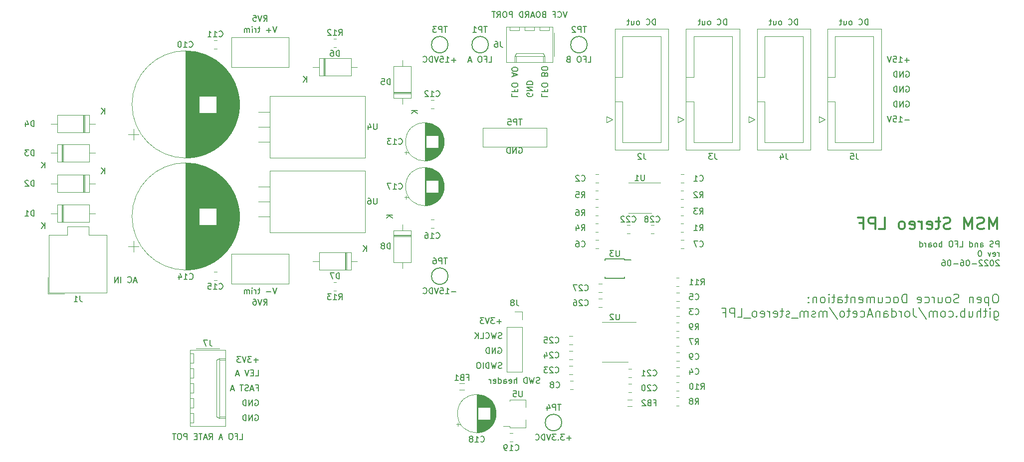
<source format=gbo>
G04 #@! TF.GenerationSoftware,KiCad,Pcbnew,6.0.5+dfsg-1~bpo11+1*
G04 #@! TF.CreationDate,2023-04-15T13:36:49+00:00*
G04 #@! TF.ProjectId,lfo_and_power_supply,6c666f5f-616e-4645-9f70-6f7765725f73,0*
G04 #@! TF.SameCoordinates,Original*
G04 #@! TF.FileFunction,Legend,Bot*
G04 #@! TF.FilePolarity,Positive*
%FSLAX46Y46*%
G04 Gerber Fmt 4.6, Leading zero omitted, Abs format (unit mm)*
G04 Created by KiCad (PCBNEW 6.0.5+dfsg-1~bpo11+1) date 2023-04-15 13:36:49*
%MOMM*%
%LPD*%
G01*
G04 APERTURE LIST*
%ADD10C,0.150000*%
%ADD11C,0.200000*%
%ADD12C,0.300000*%
%ADD13C,0.120000*%
%ADD14C,3.000000*%
%ADD15C,1.451600*%
%ADD16C,2.500000*%
%ADD17O,2.720000X3.240000*%
%ADD18R,1.800000X1.800000*%
%ADD19C,1.800000*%
%ADD20R,2.200000X2.200000*%
%ADD21O,2.200000X2.200000*%
%ADD22R,1.600000X1.600000*%
%ADD23C,1.600000*%
%ADD24C,1.700000*%
%ADD25C,2.000000*%
%ADD26O,3.500000X3.500000*%
%ADD27R,2.000000X1.905000*%
%ADD28O,2.000000X1.905000*%
%ADD29R,1.700000X1.700000*%
%ADD30O,1.700000X1.700000*%
%ADD31R,2.400000X2.400000*%
%ADD32C,2.400000*%
%ADD33O,2.700000X3.300000*%
%ADD34C,2.600000*%
%ADD35C,1.440000*%
%ADD36O,2.190000X1.740000*%
%ADD37R,1.300000X0.900000*%
%ADD38O,1.740000X2.190000*%
%ADD39R,1.100000X0.400000*%
G04 APERTURE END LIST*
D10*
X146397023Y-114704761D02*
X146254166Y-114752380D01*
X146016071Y-114752380D01*
X145920833Y-114704761D01*
X145873214Y-114657142D01*
X145825595Y-114561904D01*
X145825595Y-114466666D01*
X145873214Y-114371428D01*
X145920833Y-114323809D01*
X146016071Y-114276190D01*
X146206547Y-114228571D01*
X146301785Y-114180952D01*
X146349404Y-114133333D01*
X146397023Y-114038095D01*
X146397023Y-113942857D01*
X146349404Y-113847619D01*
X146301785Y-113800000D01*
X146206547Y-113752380D01*
X145968452Y-113752380D01*
X145825595Y-113800000D01*
X145492261Y-113752380D02*
X145254166Y-114752380D01*
X145063690Y-114038095D01*
X144873214Y-114752380D01*
X144635119Y-113752380D01*
X143682738Y-114657142D02*
X143730357Y-114704761D01*
X143873214Y-114752380D01*
X143968452Y-114752380D01*
X144111309Y-114704761D01*
X144206547Y-114609523D01*
X144254166Y-114514285D01*
X144301785Y-114323809D01*
X144301785Y-114180952D01*
X144254166Y-113990476D01*
X144206547Y-113895238D01*
X144111309Y-113800000D01*
X143968452Y-113752380D01*
X143873214Y-113752380D01*
X143730357Y-113800000D01*
X143682738Y-113847619D01*
X142777976Y-114752380D02*
X143254166Y-114752380D01*
X143254166Y-113752380D01*
X142444642Y-114752380D02*
X142444642Y-113752380D01*
X141873214Y-114752380D02*
X142301785Y-114180952D01*
X141873214Y-113752380D02*
X142444642Y-114323809D01*
X101900952Y-131897380D02*
X102377142Y-131897380D01*
X102377142Y-130897380D01*
X101234285Y-131373571D02*
X101567619Y-131373571D01*
X101567619Y-131897380D02*
X101567619Y-130897380D01*
X101091428Y-130897380D01*
X100520000Y-130897380D02*
X100329523Y-130897380D01*
X100234285Y-130945000D01*
X100139047Y-131040238D01*
X100091428Y-131230714D01*
X100091428Y-131564047D01*
X100139047Y-131754523D01*
X100234285Y-131849761D01*
X100329523Y-131897380D01*
X100520000Y-131897380D01*
X100615238Y-131849761D01*
X100710476Y-131754523D01*
X100758095Y-131564047D01*
X100758095Y-131230714D01*
X100710476Y-131040238D01*
X100615238Y-130945000D01*
X100520000Y-130897380D01*
X98948571Y-131611666D02*
X98472380Y-131611666D01*
X99043809Y-131897380D02*
X98710476Y-130897380D01*
X98377142Y-131897380D01*
X96710476Y-131897380D02*
X97043809Y-131421190D01*
X97281904Y-131897380D02*
X97281904Y-130897380D01*
X96900952Y-130897380D01*
X96805714Y-130945000D01*
X96758095Y-130992619D01*
X96710476Y-131087857D01*
X96710476Y-131230714D01*
X96758095Y-131325952D01*
X96805714Y-131373571D01*
X96900952Y-131421190D01*
X97281904Y-131421190D01*
X96329523Y-131611666D02*
X95853333Y-131611666D01*
X96424761Y-131897380D02*
X96091428Y-130897380D01*
X95758095Y-131897380D01*
X95567619Y-130897380D02*
X94996190Y-130897380D01*
X95281904Y-131897380D02*
X95281904Y-130897380D01*
X94662857Y-131373571D02*
X94329523Y-131373571D01*
X94186666Y-131897380D02*
X94662857Y-131897380D01*
X94662857Y-130897380D01*
X94186666Y-130897380D01*
X92996190Y-131897380D02*
X92996190Y-130897380D01*
X92615238Y-130897380D01*
X92520000Y-130945000D01*
X92472380Y-130992619D01*
X92424761Y-131087857D01*
X92424761Y-131230714D01*
X92472380Y-131325952D01*
X92520000Y-131373571D01*
X92615238Y-131421190D01*
X92996190Y-131421190D01*
X91805714Y-130897380D02*
X91615238Y-130897380D01*
X91520000Y-130945000D01*
X91424761Y-131040238D01*
X91377142Y-131230714D01*
X91377142Y-131564047D01*
X91424761Y-131754523D01*
X91520000Y-131849761D01*
X91615238Y-131897380D01*
X91805714Y-131897380D01*
X91900952Y-131849761D01*
X91996190Y-131754523D01*
X92043809Y-131564047D01*
X92043809Y-131230714D01*
X91996190Y-131040238D01*
X91900952Y-130945000D01*
X91805714Y-130897380D01*
X91091428Y-130897380D02*
X90520000Y-130897380D01*
X90805714Y-131897380D02*
X90805714Y-130897380D01*
X208590833Y-61412380D02*
X208590833Y-60412380D01*
X208352738Y-60412380D01*
X208209880Y-60460000D01*
X208114642Y-60555238D01*
X208067023Y-60650476D01*
X208019404Y-60840952D01*
X208019404Y-60983809D01*
X208067023Y-61174285D01*
X208114642Y-61269523D01*
X208209880Y-61364761D01*
X208352738Y-61412380D01*
X208590833Y-61412380D01*
X207019404Y-61317142D02*
X207067023Y-61364761D01*
X207209880Y-61412380D01*
X207305119Y-61412380D01*
X207447976Y-61364761D01*
X207543214Y-61269523D01*
X207590833Y-61174285D01*
X207638452Y-60983809D01*
X207638452Y-60840952D01*
X207590833Y-60650476D01*
X207543214Y-60555238D01*
X207447976Y-60460000D01*
X207305119Y-60412380D01*
X207209880Y-60412380D01*
X207067023Y-60460000D01*
X207019404Y-60507619D01*
X205686071Y-61412380D02*
X205781309Y-61364761D01*
X205828928Y-61317142D01*
X205876547Y-61221904D01*
X205876547Y-60936190D01*
X205828928Y-60840952D01*
X205781309Y-60793333D01*
X205686071Y-60745714D01*
X205543214Y-60745714D01*
X205447976Y-60793333D01*
X205400357Y-60840952D01*
X205352738Y-60936190D01*
X205352738Y-61221904D01*
X205400357Y-61317142D01*
X205447976Y-61364761D01*
X205543214Y-61412380D01*
X205686071Y-61412380D01*
X204495595Y-60745714D02*
X204495595Y-61412380D01*
X204924166Y-60745714D02*
X204924166Y-61269523D01*
X204876547Y-61364761D01*
X204781309Y-61412380D01*
X204638452Y-61412380D01*
X204543214Y-61364761D01*
X204495595Y-61317142D01*
X204162261Y-60745714D02*
X203781309Y-60745714D01*
X204019404Y-60412380D02*
X204019404Y-61269523D01*
X203971785Y-61364761D01*
X203876547Y-61412380D01*
X203781309Y-61412380D01*
X145825595Y-116340000D02*
X145920833Y-116292380D01*
X146063690Y-116292380D01*
X146206547Y-116340000D01*
X146301785Y-116435238D01*
X146349404Y-116530476D01*
X146397023Y-116720952D01*
X146397023Y-116863809D01*
X146349404Y-117054285D01*
X146301785Y-117149523D01*
X146206547Y-117244761D01*
X146063690Y-117292380D01*
X145968452Y-117292380D01*
X145825595Y-117244761D01*
X145777976Y-117197142D01*
X145777976Y-116863809D01*
X145968452Y-116863809D01*
X145349404Y-117292380D02*
X145349404Y-116292380D01*
X144777976Y-117292380D01*
X144777976Y-116292380D01*
X144301785Y-117292380D02*
X144301785Y-116292380D01*
X144063690Y-116292380D01*
X143920833Y-116340000D01*
X143825595Y-116435238D01*
X143777976Y-116530476D01*
X143730357Y-116720952D01*
X143730357Y-116863809D01*
X143777976Y-117054285D01*
X143825595Y-117149523D01*
X143920833Y-117244761D01*
X144063690Y-117292380D01*
X144301785Y-117292380D01*
X184578333Y-61412380D02*
X184578333Y-60412380D01*
X184340238Y-60412380D01*
X184197380Y-60460000D01*
X184102142Y-60555238D01*
X184054523Y-60650476D01*
X184006904Y-60840952D01*
X184006904Y-60983809D01*
X184054523Y-61174285D01*
X184102142Y-61269523D01*
X184197380Y-61364761D01*
X184340238Y-61412380D01*
X184578333Y-61412380D01*
X183006904Y-61317142D02*
X183054523Y-61364761D01*
X183197380Y-61412380D01*
X183292619Y-61412380D01*
X183435476Y-61364761D01*
X183530714Y-61269523D01*
X183578333Y-61174285D01*
X183625952Y-60983809D01*
X183625952Y-60840952D01*
X183578333Y-60650476D01*
X183530714Y-60555238D01*
X183435476Y-60460000D01*
X183292619Y-60412380D01*
X183197380Y-60412380D01*
X183054523Y-60460000D01*
X183006904Y-60507619D01*
X181673571Y-61412380D02*
X181768809Y-61364761D01*
X181816428Y-61317142D01*
X181864047Y-61221904D01*
X181864047Y-60936190D01*
X181816428Y-60840952D01*
X181768809Y-60793333D01*
X181673571Y-60745714D01*
X181530714Y-60745714D01*
X181435476Y-60793333D01*
X181387857Y-60840952D01*
X181340238Y-60936190D01*
X181340238Y-61221904D01*
X181387857Y-61317142D01*
X181435476Y-61364761D01*
X181530714Y-61412380D01*
X181673571Y-61412380D01*
X180483095Y-60745714D02*
X180483095Y-61412380D01*
X180911666Y-60745714D02*
X180911666Y-61269523D01*
X180864047Y-61364761D01*
X180768809Y-61412380D01*
X180625952Y-61412380D01*
X180530714Y-61364761D01*
X180483095Y-61317142D01*
X180149761Y-60745714D02*
X179768809Y-60745714D01*
X180006904Y-60412380D02*
X180006904Y-61269523D01*
X179959285Y-61364761D01*
X179864047Y-61412380D01*
X179768809Y-61412380D01*
X138651904Y-106751428D02*
X137890000Y-106751428D01*
X136890000Y-107132380D02*
X137461428Y-107132380D01*
X137175714Y-107132380D02*
X137175714Y-106132380D01*
X137270952Y-106275238D01*
X137366190Y-106370476D01*
X137461428Y-106418095D01*
X135985238Y-106132380D02*
X136461428Y-106132380D01*
X136509047Y-106608571D01*
X136461428Y-106560952D01*
X136366190Y-106513333D01*
X136128095Y-106513333D01*
X136032857Y-106560952D01*
X135985238Y-106608571D01*
X135937619Y-106703809D01*
X135937619Y-106941904D01*
X135985238Y-107037142D01*
X136032857Y-107084761D01*
X136128095Y-107132380D01*
X136366190Y-107132380D01*
X136461428Y-107084761D01*
X136509047Y-107037142D01*
X135651904Y-106132380D02*
X135318571Y-107132380D01*
X134985238Y-106132380D01*
X134651904Y-107132380D02*
X134651904Y-106132380D01*
X134413809Y-106132380D01*
X134270952Y-106180000D01*
X134175714Y-106275238D01*
X134128095Y-106370476D01*
X134080476Y-106560952D01*
X134080476Y-106703809D01*
X134128095Y-106894285D01*
X134175714Y-106989523D01*
X134270952Y-107084761D01*
X134413809Y-107132380D01*
X134651904Y-107132380D01*
X133080476Y-107037142D02*
X133128095Y-107084761D01*
X133270952Y-107132380D01*
X133366190Y-107132380D01*
X133509047Y-107084761D01*
X133604285Y-106989523D01*
X133651904Y-106894285D01*
X133699523Y-106703809D01*
X133699523Y-106560952D01*
X133651904Y-106370476D01*
X133604285Y-106275238D01*
X133509047Y-106180000D01*
X133366190Y-106132380D01*
X133270952Y-106132380D01*
X133128095Y-106180000D01*
X133080476Y-106227619D01*
X215040595Y-69350000D02*
X215135833Y-69302380D01*
X215278690Y-69302380D01*
X215421547Y-69350000D01*
X215516785Y-69445238D01*
X215564404Y-69540476D01*
X215612023Y-69730952D01*
X215612023Y-69873809D01*
X215564404Y-70064285D01*
X215516785Y-70159523D01*
X215421547Y-70254761D01*
X215278690Y-70302380D01*
X215183452Y-70302380D01*
X215040595Y-70254761D01*
X214992976Y-70207142D01*
X214992976Y-69873809D01*
X215183452Y-69873809D01*
X214564404Y-70302380D02*
X214564404Y-69302380D01*
X213992976Y-70302380D01*
X213992976Y-69302380D01*
X213516785Y-70302380D02*
X213516785Y-69302380D01*
X213278690Y-69302380D01*
X213135833Y-69350000D01*
X213040595Y-69445238D01*
X212992976Y-69540476D01*
X212945357Y-69730952D01*
X212945357Y-69873809D01*
X212992976Y-70064285D01*
X213040595Y-70159523D01*
X213135833Y-70254761D01*
X213278690Y-70302380D01*
X213516785Y-70302380D01*
X144200380Y-67762380D02*
X144676571Y-67762380D01*
X144676571Y-66762380D01*
X143533714Y-67238571D02*
X143867047Y-67238571D01*
X143867047Y-67762380D02*
X143867047Y-66762380D01*
X143390857Y-66762380D01*
X142819428Y-66762380D02*
X142628952Y-66762380D01*
X142533714Y-66810000D01*
X142438476Y-66905238D01*
X142390857Y-67095714D01*
X142390857Y-67429047D01*
X142438476Y-67619523D01*
X142533714Y-67714761D01*
X142628952Y-67762380D01*
X142819428Y-67762380D01*
X142914666Y-67714761D01*
X143009904Y-67619523D01*
X143057523Y-67429047D01*
X143057523Y-67095714D01*
X143009904Y-66905238D01*
X142914666Y-66810000D01*
X142819428Y-66762380D01*
X141248000Y-67476666D02*
X140771809Y-67476666D01*
X141343238Y-67762380D02*
X141009904Y-66762380D01*
X140676571Y-67762380D01*
X161035809Y-67762380D02*
X161512000Y-67762380D01*
X161512000Y-66762380D01*
X160369142Y-67238571D02*
X160702476Y-67238571D01*
X160702476Y-67762380D02*
X160702476Y-66762380D01*
X160226285Y-66762380D01*
X159654857Y-66762380D02*
X159464380Y-66762380D01*
X159369142Y-66810000D01*
X159273904Y-66905238D01*
X159226285Y-67095714D01*
X159226285Y-67429047D01*
X159273904Y-67619523D01*
X159369142Y-67714761D01*
X159464380Y-67762380D01*
X159654857Y-67762380D01*
X159750095Y-67714761D01*
X159845333Y-67619523D01*
X159892952Y-67429047D01*
X159892952Y-67095714D01*
X159845333Y-66905238D01*
X159750095Y-66810000D01*
X159654857Y-66762380D01*
X157702476Y-67238571D02*
X157559619Y-67286190D01*
X157512000Y-67333809D01*
X157464380Y-67429047D01*
X157464380Y-67571904D01*
X157512000Y-67667142D01*
X157559619Y-67714761D01*
X157654857Y-67762380D01*
X158035809Y-67762380D01*
X158035809Y-66762380D01*
X157702476Y-66762380D01*
X157607238Y-66810000D01*
X157559619Y-66857619D01*
X157512000Y-66952857D01*
X157512000Y-67048095D01*
X157559619Y-67143333D01*
X157607238Y-67190952D01*
X157702476Y-67238571D01*
X158035809Y-67238571D01*
X230804404Y-99172380D02*
X230804404Y-98172380D01*
X230423452Y-98172380D01*
X230328214Y-98220000D01*
X230280595Y-98267619D01*
X230232976Y-98362857D01*
X230232976Y-98505714D01*
X230280595Y-98600952D01*
X230328214Y-98648571D01*
X230423452Y-98696190D01*
X230804404Y-98696190D01*
X229852023Y-99124761D02*
X229709166Y-99172380D01*
X229471071Y-99172380D01*
X229375833Y-99124761D01*
X229328214Y-99077142D01*
X229280595Y-98981904D01*
X229280595Y-98886666D01*
X229328214Y-98791428D01*
X229375833Y-98743809D01*
X229471071Y-98696190D01*
X229661547Y-98648571D01*
X229756785Y-98600952D01*
X229804404Y-98553333D01*
X229852023Y-98458095D01*
X229852023Y-98362857D01*
X229804404Y-98267619D01*
X229756785Y-98220000D01*
X229661547Y-98172380D01*
X229423452Y-98172380D01*
X229280595Y-98220000D01*
X227661547Y-99172380D02*
X227661547Y-98648571D01*
X227709166Y-98553333D01*
X227804404Y-98505714D01*
X227994880Y-98505714D01*
X228090119Y-98553333D01*
X227661547Y-99124761D02*
X227756785Y-99172380D01*
X227994880Y-99172380D01*
X228090119Y-99124761D01*
X228137738Y-99029523D01*
X228137738Y-98934285D01*
X228090119Y-98839047D01*
X227994880Y-98791428D01*
X227756785Y-98791428D01*
X227661547Y-98743809D01*
X227185357Y-98505714D02*
X227185357Y-99172380D01*
X227185357Y-98600952D02*
X227137738Y-98553333D01*
X227042500Y-98505714D01*
X226899642Y-98505714D01*
X226804404Y-98553333D01*
X226756785Y-98648571D01*
X226756785Y-99172380D01*
X225852023Y-99172380D02*
X225852023Y-98172380D01*
X225852023Y-99124761D02*
X225947261Y-99172380D01*
X226137738Y-99172380D01*
X226232976Y-99124761D01*
X226280595Y-99077142D01*
X226328214Y-98981904D01*
X226328214Y-98696190D01*
X226280595Y-98600952D01*
X226232976Y-98553333D01*
X226137738Y-98505714D01*
X225947261Y-98505714D01*
X225852023Y-98553333D01*
X224137738Y-99172380D02*
X224613928Y-99172380D01*
X224613928Y-98172380D01*
X223471071Y-98648571D02*
X223804404Y-98648571D01*
X223804404Y-99172380D02*
X223804404Y-98172380D01*
X223328214Y-98172380D01*
X222756785Y-98172380D02*
X222566309Y-98172380D01*
X222471071Y-98220000D01*
X222375833Y-98315238D01*
X222328214Y-98505714D01*
X222328214Y-98839047D01*
X222375833Y-99029523D01*
X222471071Y-99124761D01*
X222566309Y-99172380D01*
X222756785Y-99172380D01*
X222852023Y-99124761D01*
X222947261Y-99029523D01*
X222994880Y-98839047D01*
X222994880Y-98505714D01*
X222947261Y-98315238D01*
X222852023Y-98220000D01*
X222756785Y-98172380D01*
X221137738Y-99172380D02*
X221137738Y-98172380D01*
X221137738Y-98553333D02*
X221042500Y-98505714D01*
X220852023Y-98505714D01*
X220756785Y-98553333D01*
X220709166Y-98600952D01*
X220661547Y-98696190D01*
X220661547Y-98981904D01*
X220709166Y-99077142D01*
X220756785Y-99124761D01*
X220852023Y-99172380D01*
X221042500Y-99172380D01*
X221137738Y-99124761D01*
X220090119Y-99172380D02*
X220185357Y-99124761D01*
X220232976Y-99077142D01*
X220280595Y-98981904D01*
X220280595Y-98696190D01*
X220232976Y-98600952D01*
X220185357Y-98553333D01*
X220090119Y-98505714D01*
X219947261Y-98505714D01*
X219852023Y-98553333D01*
X219804404Y-98600952D01*
X219756785Y-98696190D01*
X219756785Y-98981904D01*
X219804404Y-99077142D01*
X219852023Y-99124761D01*
X219947261Y-99172380D01*
X220090119Y-99172380D01*
X218899642Y-99172380D02*
X218899642Y-98648571D01*
X218947261Y-98553333D01*
X219042500Y-98505714D01*
X219232976Y-98505714D01*
X219328214Y-98553333D01*
X218899642Y-99124761D02*
X218994880Y-99172380D01*
X219232976Y-99172380D01*
X219328214Y-99124761D01*
X219375833Y-99029523D01*
X219375833Y-98934285D01*
X219328214Y-98839047D01*
X219232976Y-98791428D01*
X218994880Y-98791428D01*
X218899642Y-98743809D01*
X218423452Y-99172380D02*
X218423452Y-98505714D01*
X218423452Y-98696190D02*
X218375833Y-98600952D01*
X218328214Y-98553333D01*
X218232976Y-98505714D01*
X218137738Y-98505714D01*
X217375833Y-99172380D02*
X217375833Y-98172380D01*
X217375833Y-99124761D02*
X217471071Y-99172380D01*
X217661547Y-99172380D01*
X217756785Y-99124761D01*
X217804404Y-99077142D01*
X217852023Y-98981904D01*
X217852023Y-98696190D01*
X217804404Y-98600952D01*
X217756785Y-98553333D01*
X217661547Y-98505714D01*
X217471071Y-98505714D01*
X217375833Y-98553333D01*
X230804404Y-100782380D02*
X230804404Y-100115714D01*
X230804404Y-100306190D02*
X230756785Y-100210952D01*
X230709166Y-100163333D01*
X230613928Y-100115714D01*
X230518690Y-100115714D01*
X229804404Y-100734761D02*
X229899642Y-100782380D01*
X230090119Y-100782380D01*
X230185357Y-100734761D01*
X230232976Y-100639523D01*
X230232976Y-100258571D01*
X230185357Y-100163333D01*
X230090119Y-100115714D01*
X229899642Y-100115714D01*
X229804404Y-100163333D01*
X229756785Y-100258571D01*
X229756785Y-100353809D01*
X230232976Y-100449047D01*
X229423452Y-100115714D02*
X229185357Y-100782380D01*
X228947261Y-100115714D01*
X227613928Y-99782380D02*
X227518690Y-99782380D01*
X227423452Y-99830000D01*
X227375833Y-99877619D01*
X227328214Y-99972857D01*
X227280595Y-100163333D01*
X227280595Y-100401428D01*
X227328214Y-100591904D01*
X227375833Y-100687142D01*
X227423452Y-100734761D01*
X227518690Y-100782380D01*
X227613928Y-100782380D01*
X227709166Y-100734761D01*
X227756785Y-100687142D01*
X227804404Y-100591904D01*
X227852023Y-100401428D01*
X227852023Y-100163333D01*
X227804404Y-99972857D01*
X227756785Y-99877619D01*
X227709166Y-99830000D01*
X227613928Y-99782380D01*
X230852023Y-101487619D02*
X230804404Y-101440000D01*
X230709166Y-101392380D01*
X230471071Y-101392380D01*
X230375833Y-101440000D01*
X230328214Y-101487619D01*
X230280595Y-101582857D01*
X230280595Y-101678095D01*
X230328214Y-101820952D01*
X230899642Y-102392380D01*
X230280595Y-102392380D01*
X229661547Y-101392380D02*
X229566309Y-101392380D01*
X229471071Y-101440000D01*
X229423452Y-101487619D01*
X229375833Y-101582857D01*
X229328214Y-101773333D01*
X229328214Y-102011428D01*
X229375833Y-102201904D01*
X229423452Y-102297142D01*
X229471071Y-102344761D01*
X229566309Y-102392380D01*
X229661547Y-102392380D01*
X229756785Y-102344761D01*
X229804404Y-102297142D01*
X229852023Y-102201904D01*
X229899642Y-102011428D01*
X229899642Y-101773333D01*
X229852023Y-101582857D01*
X229804404Y-101487619D01*
X229756785Y-101440000D01*
X229661547Y-101392380D01*
X228947261Y-101487619D02*
X228899642Y-101440000D01*
X228804404Y-101392380D01*
X228566309Y-101392380D01*
X228471071Y-101440000D01*
X228423452Y-101487619D01*
X228375833Y-101582857D01*
X228375833Y-101678095D01*
X228423452Y-101820952D01*
X228994880Y-102392380D01*
X228375833Y-102392380D01*
X227994880Y-101487619D02*
X227947261Y-101440000D01*
X227852023Y-101392380D01*
X227613928Y-101392380D01*
X227518690Y-101440000D01*
X227471071Y-101487619D01*
X227423452Y-101582857D01*
X227423452Y-101678095D01*
X227471071Y-101820952D01*
X228042500Y-102392380D01*
X227423452Y-102392380D01*
X226994880Y-102011428D02*
X226232976Y-102011428D01*
X225566309Y-101392380D02*
X225471071Y-101392380D01*
X225375833Y-101440000D01*
X225328214Y-101487619D01*
X225280595Y-101582857D01*
X225232976Y-101773333D01*
X225232976Y-102011428D01*
X225280595Y-102201904D01*
X225328214Y-102297142D01*
X225375833Y-102344761D01*
X225471071Y-102392380D01*
X225566309Y-102392380D01*
X225661547Y-102344761D01*
X225709166Y-102297142D01*
X225756785Y-102201904D01*
X225804404Y-102011428D01*
X225804404Y-101773333D01*
X225756785Y-101582857D01*
X225709166Y-101487619D01*
X225661547Y-101440000D01*
X225566309Y-101392380D01*
X224375833Y-101392380D02*
X224566309Y-101392380D01*
X224661547Y-101440000D01*
X224709166Y-101487619D01*
X224804404Y-101630476D01*
X224852023Y-101820952D01*
X224852023Y-102201904D01*
X224804404Y-102297142D01*
X224756785Y-102344761D01*
X224661547Y-102392380D01*
X224471071Y-102392380D01*
X224375833Y-102344761D01*
X224328214Y-102297142D01*
X224280595Y-102201904D01*
X224280595Y-101963809D01*
X224328214Y-101868571D01*
X224375833Y-101820952D01*
X224471071Y-101773333D01*
X224661547Y-101773333D01*
X224756785Y-101820952D01*
X224804404Y-101868571D01*
X224852023Y-101963809D01*
X223852023Y-102011428D02*
X223090119Y-102011428D01*
X222423452Y-101392380D02*
X222328214Y-101392380D01*
X222232976Y-101440000D01*
X222185357Y-101487619D01*
X222137738Y-101582857D01*
X222090119Y-101773333D01*
X222090119Y-102011428D01*
X222137738Y-102201904D01*
X222185357Y-102297142D01*
X222232976Y-102344761D01*
X222328214Y-102392380D01*
X222423452Y-102392380D01*
X222518690Y-102344761D01*
X222566309Y-102297142D01*
X222613928Y-102201904D01*
X222661547Y-102011428D01*
X222661547Y-101773333D01*
X222613928Y-101582857D01*
X222566309Y-101487619D01*
X222518690Y-101440000D01*
X222423452Y-101392380D01*
X221232976Y-101392380D02*
X221423452Y-101392380D01*
X221518690Y-101440000D01*
X221566309Y-101487619D01*
X221661547Y-101630476D01*
X221709166Y-101820952D01*
X221709166Y-102201904D01*
X221661547Y-102297142D01*
X221613928Y-102344761D01*
X221518690Y-102392380D01*
X221328214Y-102392380D01*
X221232976Y-102344761D01*
X221185357Y-102297142D01*
X221137738Y-102201904D01*
X221137738Y-101963809D01*
X221185357Y-101868571D01*
X221232976Y-101820952D01*
X221328214Y-101773333D01*
X221518690Y-101773333D01*
X221613928Y-101820952D01*
X221661547Y-101868571D01*
X221709166Y-101963809D01*
X104550595Y-125230000D02*
X104645833Y-125182380D01*
X104788690Y-125182380D01*
X104931547Y-125230000D01*
X105026785Y-125325238D01*
X105074404Y-125420476D01*
X105122023Y-125610952D01*
X105122023Y-125753809D01*
X105074404Y-125944285D01*
X105026785Y-126039523D01*
X104931547Y-126134761D01*
X104788690Y-126182380D01*
X104693452Y-126182380D01*
X104550595Y-126134761D01*
X104502976Y-126087142D01*
X104502976Y-125753809D01*
X104693452Y-125753809D01*
X104074404Y-126182380D02*
X104074404Y-125182380D01*
X103502976Y-126182380D01*
X103502976Y-125182380D01*
X103026785Y-126182380D02*
X103026785Y-125182380D01*
X102788690Y-125182380D01*
X102645833Y-125230000D01*
X102550595Y-125325238D01*
X102502976Y-125420476D01*
X102455357Y-125610952D01*
X102455357Y-125753809D01*
X102502976Y-125944285D01*
X102550595Y-126039523D01*
X102645833Y-126134761D01*
X102788690Y-126182380D01*
X103026785Y-126182380D01*
X108243333Y-61682380D02*
X107910000Y-62682380D01*
X107576666Y-61682380D01*
X107243333Y-62301428D02*
X106481428Y-62301428D01*
X106862380Y-62682380D02*
X106862380Y-61920476D01*
X105386190Y-62015714D02*
X105005238Y-62015714D01*
X105243333Y-61682380D02*
X105243333Y-62539523D01*
X105195714Y-62634761D01*
X105100476Y-62682380D01*
X105005238Y-62682380D01*
X104671904Y-62682380D02*
X104671904Y-62015714D01*
X104671904Y-62206190D02*
X104624285Y-62110952D01*
X104576666Y-62063333D01*
X104481428Y-62015714D01*
X104386190Y-62015714D01*
X104052857Y-62682380D02*
X104052857Y-62015714D01*
X104052857Y-61682380D02*
X104100476Y-61730000D01*
X104052857Y-61777619D01*
X104005238Y-61730000D01*
X104052857Y-61682380D01*
X104052857Y-61777619D01*
X103576666Y-62682380D02*
X103576666Y-62015714D01*
X103576666Y-62110952D02*
X103529047Y-62063333D01*
X103433809Y-62015714D01*
X103290952Y-62015714D01*
X103195714Y-62063333D01*
X103148095Y-62158571D01*
X103148095Y-62682380D01*
X103148095Y-62158571D02*
X103100476Y-62063333D01*
X103005238Y-62015714D01*
X102862380Y-62015714D01*
X102767142Y-62063333D01*
X102719523Y-62158571D01*
X102719523Y-62682380D01*
X149351904Y-82304000D02*
X149447142Y-82256380D01*
X149590000Y-82256380D01*
X149732857Y-82304000D01*
X149828095Y-82399238D01*
X149875714Y-82494476D01*
X149923333Y-82684952D01*
X149923333Y-82827809D01*
X149875714Y-83018285D01*
X149828095Y-83113523D01*
X149732857Y-83208761D01*
X149590000Y-83256380D01*
X149494761Y-83256380D01*
X149351904Y-83208761D01*
X149304285Y-83161142D01*
X149304285Y-82827809D01*
X149494761Y-82827809D01*
X148875714Y-83256380D02*
X148875714Y-82256380D01*
X148304285Y-83256380D01*
X148304285Y-82256380D01*
X147828095Y-83256380D02*
X147828095Y-82256380D01*
X147590000Y-82256380D01*
X147447142Y-82304000D01*
X147351904Y-82399238D01*
X147304285Y-82494476D01*
X147256666Y-82684952D01*
X147256666Y-82827809D01*
X147304285Y-83018285D01*
X147351904Y-83113523D01*
X147447142Y-83208761D01*
X147590000Y-83256380D01*
X147828095Y-83256380D01*
X148137619Y-73102214D02*
X148137619Y-73578404D01*
X149137619Y-73578404D01*
X148661428Y-72435547D02*
X148661428Y-72768880D01*
X148137619Y-72768880D02*
X149137619Y-72768880D01*
X149137619Y-72292690D01*
X149137619Y-71721261D02*
X149137619Y-71530785D01*
X149090000Y-71435547D01*
X148994761Y-71340309D01*
X148804285Y-71292690D01*
X148470952Y-71292690D01*
X148280476Y-71340309D01*
X148185238Y-71435547D01*
X148137619Y-71530785D01*
X148137619Y-71721261D01*
X148185238Y-71816500D01*
X148280476Y-71911738D01*
X148470952Y-71959357D01*
X148804285Y-71959357D01*
X148994761Y-71911738D01*
X149090000Y-71816500D01*
X149137619Y-71721261D01*
X148423333Y-70149833D02*
X148423333Y-69673642D01*
X148137619Y-70245071D02*
X149137619Y-69911738D01*
X148137619Y-69578404D01*
X149137619Y-69054595D02*
X149137619Y-68864119D01*
X149090000Y-68768880D01*
X148994761Y-68673642D01*
X148804285Y-68626023D01*
X148470952Y-68626023D01*
X148280476Y-68673642D01*
X148185238Y-68768880D01*
X148137619Y-68864119D01*
X148137619Y-69054595D01*
X148185238Y-69149833D01*
X148280476Y-69245071D01*
X148470952Y-69292690D01*
X148804285Y-69292690D01*
X148994761Y-69245071D01*
X149090000Y-69149833D01*
X149137619Y-69054595D01*
D11*
X230367142Y-107191071D02*
X230081428Y-107191071D01*
X229938571Y-107262500D01*
X229795714Y-107405357D01*
X229724285Y-107691071D01*
X229724285Y-108191071D01*
X229795714Y-108476785D01*
X229938571Y-108619642D01*
X230081428Y-108691071D01*
X230367142Y-108691071D01*
X230510000Y-108619642D01*
X230652857Y-108476785D01*
X230724285Y-108191071D01*
X230724285Y-107691071D01*
X230652857Y-107405357D01*
X230510000Y-107262500D01*
X230367142Y-107191071D01*
X229081428Y-107691071D02*
X229081428Y-109191071D01*
X229081428Y-107762500D02*
X228938571Y-107691071D01*
X228652857Y-107691071D01*
X228510000Y-107762500D01*
X228438571Y-107833928D01*
X228367142Y-107976785D01*
X228367142Y-108405357D01*
X228438571Y-108548214D01*
X228510000Y-108619642D01*
X228652857Y-108691071D01*
X228938571Y-108691071D01*
X229081428Y-108619642D01*
X227152857Y-108619642D02*
X227295714Y-108691071D01*
X227581428Y-108691071D01*
X227724285Y-108619642D01*
X227795714Y-108476785D01*
X227795714Y-107905357D01*
X227724285Y-107762500D01*
X227581428Y-107691071D01*
X227295714Y-107691071D01*
X227152857Y-107762500D01*
X227081428Y-107905357D01*
X227081428Y-108048214D01*
X227795714Y-108191071D01*
X226438571Y-107691071D02*
X226438571Y-108691071D01*
X226438571Y-107833928D02*
X226367142Y-107762500D01*
X226224285Y-107691071D01*
X226010000Y-107691071D01*
X225867142Y-107762500D01*
X225795714Y-107905357D01*
X225795714Y-108691071D01*
X224010000Y-108619642D02*
X223795714Y-108691071D01*
X223438571Y-108691071D01*
X223295714Y-108619642D01*
X223224285Y-108548214D01*
X223152857Y-108405357D01*
X223152857Y-108262500D01*
X223224285Y-108119642D01*
X223295714Y-108048214D01*
X223438571Y-107976785D01*
X223724285Y-107905357D01*
X223867142Y-107833928D01*
X223938571Y-107762500D01*
X224010000Y-107619642D01*
X224010000Y-107476785D01*
X223938571Y-107333928D01*
X223867142Y-107262500D01*
X223724285Y-107191071D01*
X223367142Y-107191071D01*
X223152857Y-107262500D01*
X222295714Y-108691071D02*
X222438571Y-108619642D01*
X222510000Y-108548214D01*
X222581428Y-108405357D01*
X222581428Y-107976785D01*
X222510000Y-107833928D01*
X222438571Y-107762500D01*
X222295714Y-107691071D01*
X222081428Y-107691071D01*
X221938571Y-107762500D01*
X221867142Y-107833928D01*
X221795714Y-107976785D01*
X221795714Y-108405357D01*
X221867142Y-108548214D01*
X221938571Y-108619642D01*
X222081428Y-108691071D01*
X222295714Y-108691071D01*
X220510000Y-107691071D02*
X220510000Y-108691071D01*
X221152857Y-107691071D02*
X221152857Y-108476785D01*
X221081428Y-108619642D01*
X220938571Y-108691071D01*
X220724285Y-108691071D01*
X220581428Y-108619642D01*
X220510000Y-108548214D01*
X219795714Y-108691071D02*
X219795714Y-107691071D01*
X219795714Y-107976785D02*
X219724285Y-107833928D01*
X219652857Y-107762500D01*
X219510000Y-107691071D01*
X219367142Y-107691071D01*
X218224285Y-108619642D02*
X218367142Y-108691071D01*
X218652857Y-108691071D01*
X218795714Y-108619642D01*
X218867142Y-108548214D01*
X218938571Y-108405357D01*
X218938571Y-107976785D01*
X218867142Y-107833928D01*
X218795714Y-107762500D01*
X218652857Y-107691071D01*
X218367142Y-107691071D01*
X218224285Y-107762500D01*
X217010000Y-108619642D02*
X217152857Y-108691071D01*
X217438571Y-108691071D01*
X217581428Y-108619642D01*
X217652857Y-108476785D01*
X217652857Y-107905357D01*
X217581428Y-107762500D01*
X217438571Y-107691071D01*
X217152857Y-107691071D01*
X217010000Y-107762500D01*
X216938571Y-107905357D01*
X216938571Y-108048214D01*
X217652857Y-108191071D01*
X215152857Y-108691071D02*
X215152857Y-107191071D01*
X214795714Y-107191071D01*
X214581428Y-107262500D01*
X214438571Y-107405357D01*
X214367142Y-107548214D01*
X214295714Y-107833928D01*
X214295714Y-108048214D01*
X214367142Y-108333928D01*
X214438571Y-108476785D01*
X214581428Y-108619642D01*
X214795714Y-108691071D01*
X215152857Y-108691071D01*
X213438571Y-108691071D02*
X213581428Y-108619642D01*
X213652857Y-108548214D01*
X213724285Y-108405357D01*
X213724285Y-107976785D01*
X213652857Y-107833928D01*
X213581428Y-107762500D01*
X213438571Y-107691071D01*
X213224285Y-107691071D01*
X213081428Y-107762500D01*
X213010000Y-107833928D01*
X212938571Y-107976785D01*
X212938571Y-108405357D01*
X213010000Y-108548214D01*
X213081428Y-108619642D01*
X213224285Y-108691071D01*
X213438571Y-108691071D01*
X211652857Y-108619642D02*
X211795714Y-108691071D01*
X212081428Y-108691071D01*
X212224285Y-108619642D01*
X212295714Y-108548214D01*
X212367142Y-108405357D01*
X212367142Y-107976785D01*
X212295714Y-107833928D01*
X212224285Y-107762500D01*
X212081428Y-107691071D01*
X211795714Y-107691071D01*
X211652857Y-107762500D01*
X210367142Y-107691071D02*
X210367142Y-108691071D01*
X211010000Y-107691071D02*
X211010000Y-108476785D01*
X210938571Y-108619642D01*
X210795714Y-108691071D01*
X210581428Y-108691071D01*
X210438571Y-108619642D01*
X210367142Y-108548214D01*
X209652857Y-108691071D02*
X209652857Y-107691071D01*
X209652857Y-107833928D02*
X209581428Y-107762500D01*
X209438571Y-107691071D01*
X209224285Y-107691071D01*
X209081428Y-107762500D01*
X209010000Y-107905357D01*
X209010000Y-108691071D01*
X209010000Y-107905357D02*
X208938571Y-107762500D01*
X208795714Y-107691071D01*
X208581428Y-107691071D01*
X208438571Y-107762500D01*
X208367142Y-107905357D01*
X208367142Y-108691071D01*
X207081428Y-108619642D02*
X207224285Y-108691071D01*
X207510000Y-108691071D01*
X207652857Y-108619642D01*
X207724285Y-108476785D01*
X207724285Y-107905357D01*
X207652857Y-107762500D01*
X207510000Y-107691071D01*
X207224285Y-107691071D01*
X207081428Y-107762500D01*
X207010000Y-107905357D01*
X207010000Y-108048214D01*
X207724285Y-108191071D01*
X206367142Y-107691071D02*
X206367142Y-108691071D01*
X206367142Y-107833928D02*
X206295714Y-107762500D01*
X206152857Y-107691071D01*
X205938571Y-107691071D01*
X205795714Y-107762500D01*
X205724285Y-107905357D01*
X205724285Y-108691071D01*
X205224285Y-107691071D02*
X204652857Y-107691071D01*
X205010000Y-107191071D02*
X205010000Y-108476785D01*
X204938571Y-108619642D01*
X204795714Y-108691071D01*
X204652857Y-108691071D01*
X203510000Y-108691071D02*
X203510000Y-107905357D01*
X203581428Y-107762500D01*
X203724285Y-107691071D01*
X204010000Y-107691071D01*
X204152857Y-107762500D01*
X203510000Y-108619642D02*
X203652857Y-108691071D01*
X204010000Y-108691071D01*
X204152857Y-108619642D01*
X204224285Y-108476785D01*
X204224285Y-108333928D01*
X204152857Y-108191071D01*
X204010000Y-108119642D01*
X203652857Y-108119642D01*
X203510000Y-108048214D01*
X203010000Y-107691071D02*
X202438571Y-107691071D01*
X202795714Y-107191071D02*
X202795714Y-108476785D01*
X202724285Y-108619642D01*
X202581428Y-108691071D01*
X202438571Y-108691071D01*
X201938571Y-108691071D02*
X201938571Y-107691071D01*
X201938571Y-107191071D02*
X202010000Y-107262500D01*
X201938571Y-107333928D01*
X201867142Y-107262500D01*
X201938571Y-107191071D01*
X201938571Y-107333928D01*
X201010000Y-108691071D02*
X201152857Y-108619642D01*
X201224285Y-108548214D01*
X201295714Y-108405357D01*
X201295714Y-107976785D01*
X201224285Y-107833928D01*
X201152857Y-107762500D01*
X201010000Y-107691071D01*
X200795714Y-107691071D01*
X200652857Y-107762500D01*
X200581428Y-107833928D01*
X200510000Y-107976785D01*
X200510000Y-108405357D01*
X200581428Y-108548214D01*
X200652857Y-108619642D01*
X200795714Y-108691071D01*
X201010000Y-108691071D01*
X199867142Y-107691071D02*
X199867142Y-108691071D01*
X199867142Y-107833928D02*
X199795714Y-107762500D01*
X199652857Y-107691071D01*
X199438571Y-107691071D01*
X199295714Y-107762500D01*
X199224285Y-107905357D01*
X199224285Y-108691071D01*
X198510000Y-108548214D02*
X198438571Y-108619642D01*
X198510000Y-108691071D01*
X198581428Y-108619642D01*
X198510000Y-108548214D01*
X198510000Y-108691071D01*
X198510000Y-107762500D02*
X198438571Y-107833928D01*
X198510000Y-107905357D01*
X198581428Y-107833928D01*
X198510000Y-107762500D01*
X198510000Y-107905357D01*
X230010000Y-110106071D02*
X230010000Y-111320357D01*
X230081428Y-111463214D01*
X230152857Y-111534642D01*
X230295714Y-111606071D01*
X230510000Y-111606071D01*
X230652857Y-111534642D01*
X230010000Y-111034642D02*
X230152857Y-111106071D01*
X230438571Y-111106071D01*
X230581428Y-111034642D01*
X230652857Y-110963214D01*
X230724285Y-110820357D01*
X230724285Y-110391785D01*
X230652857Y-110248928D01*
X230581428Y-110177500D01*
X230438571Y-110106071D01*
X230152857Y-110106071D01*
X230010000Y-110177500D01*
X229295714Y-111106071D02*
X229295714Y-110106071D01*
X229295714Y-109606071D02*
X229367142Y-109677500D01*
X229295714Y-109748928D01*
X229224285Y-109677500D01*
X229295714Y-109606071D01*
X229295714Y-109748928D01*
X228795714Y-110106071D02*
X228224285Y-110106071D01*
X228581428Y-109606071D02*
X228581428Y-110891785D01*
X228510000Y-111034642D01*
X228367142Y-111106071D01*
X228224285Y-111106071D01*
X227724285Y-111106071D02*
X227724285Y-109606071D01*
X227081428Y-111106071D02*
X227081428Y-110320357D01*
X227152857Y-110177500D01*
X227295714Y-110106071D01*
X227510000Y-110106071D01*
X227652857Y-110177500D01*
X227724285Y-110248928D01*
X225724285Y-110106071D02*
X225724285Y-111106071D01*
X226367142Y-110106071D02*
X226367142Y-110891785D01*
X226295714Y-111034642D01*
X226152857Y-111106071D01*
X225938571Y-111106071D01*
X225795714Y-111034642D01*
X225724285Y-110963214D01*
X225010000Y-111106071D02*
X225010000Y-109606071D01*
X225010000Y-110177500D02*
X224867142Y-110106071D01*
X224581428Y-110106071D01*
X224438571Y-110177500D01*
X224367142Y-110248928D01*
X224295714Y-110391785D01*
X224295714Y-110820357D01*
X224367142Y-110963214D01*
X224438571Y-111034642D01*
X224581428Y-111106071D01*
X224867142Y-111106071D01*
X225010000Y-111034642D01*
X223652857Y-110963214D02*
X223581428Y-111034642D01*
X223652857Y-111106071D01*
X223724285Y-111034642D01*
X223652857Y-110963214D01*
X223652857Y-111106071D01*
X222295714Y-111034642D02*
X222438571Y-111106071D01*
X222724285Y-111106071D01*
X222867142Y-111034642D01*
X222938571Y-110963214D01*
X223010000Y-110820357D01*
X223010000Y-110391785D01*
X222938571Y-110248928D01*
X222867142Y-110177500D01*
X222724285Y-110106071D01*
X222438571Y-110106071D01*
X222295714Y-110177500D01*
X221438571Y-111106071D02*
X221581428Y-111034642D01*
X221652857Y-110963214D01*
X221724285Y-110820357D01*
X221724285Y-110391785D01*
X221652857Y-110248928D01*
X221581428Y-110177500D01*
X221438571Y-110106071D01*
X221224285Y-110106071D01*
X221081428Y-110177500D01*
X221010000Y-110248928D01*
X220938571Y-110391785D01*
X220938571Y-110820357D01*
X221010000Y-110963214D01*
X221081428Y-111034642D01*
X221224285Y-111106071D01*
X221438571Y-111106071D01*
X220295714Y-111106071D02*
X220295714Y-110106071D01*
X220295714Y-110248928D02*
X220224285Y-110177500D01*
X220081428Y-110106071D01*
X219867142Y-110106071D01*
X219724285Y-110177500D01*
X219652857Y-110320357D01*
X219652857Y-111106071D01*
X219652857Y-110320357D02*
X219581428Y-110177500D01*
X219438571Y-110106071D01*
X219224285Y-110106071D01*
X219081428Y-110177500D01*
X219010000Y-110320357D01*
X219010000Y-111106071D01*
X217224285Y-109534642D02*
X218510000Y-111463214D01*
X216295714Y-109606071D02*
X216295714Y-110677500D01*
X216367142Y-110891785D01*
X216510000Y-111034642D01*
X216724285Y-111106071D01*
X216867142Y-111106071D01*
X215367142Y-111106071D02*
X215510000Y-111034642D01*
X215581428Y-110963214D01*
X215652857Y-110820357D01*
X215652857Y-110391785D01*
X215581428Y-110248928D01*
X215510000Y-110177500D01*
X215367142Y-110106071D01*
X215152857Y-110106071D01*
X215010000Y-110177500D01*
X214938571Y-110248928D01*
X214867142Y-110391785D01*
X214867142Y-110820357D01*
X214938571Y-110963214D01*
X215010000Y-111034642D01*
X215152857Y-111106071D01*
X215367142Y-111106071D01*
X214224285Y-111106071D02*
X214224285Y-110106071D01*
X214224285Y-110391785D02*
X214152857Y-110248928D01*
X214081428Y-110177500D01*
X213938571Y-110106071D01*
X213795714Y-110106071D01*
X212652857Y-111106071D02*
X212652857Y-109606071D01*
X212652857Y-111034642D02*
X212795714Y-111106071D01*
X213081428Y-111106071D01*
X213224285Y-111034642D01*
X213295714Y-110963214D01*
X213367142Y-110820357D01*
X213367142Y-110391785D01*
X213295714Y-110248928D01*
X213224285Y-110177500D01*
X213081428Y-110106071D01*
X212795714Y-110106071D01*
X212652857Y-110177500D01*
X211295714Y-111106071D02*
X211295714Y-110320357D01*
X211367142Y-110177500D01*
X211510000Y-110106071D01*
X211795714Y-110106071D01*
X211938571Y-110177500D01*
X211295714Y-111034642D02*
X211438571Y-111106071D01*
X211795714Y-111106071D01*
X211938571Y-111034642D01*
X212010000Y-110891785D01*
X212010000Y-110748928D01*
X211938571Y-110606071D01*
X211795714Y-110534642D01*
X211438571Y-110534642D01*
X211295714Y-110463214D01*
X210581428Y-110106071D02*
X210581428Y-111106071D01*
X210581428Y-110248928D02*
X210510000Y-110177500D01*
X210367142Y-110106071D01*
X210152857Y-110106071D01*
X210010000Y-110177500D01*
X209938571Y-110320357D01*
X209938571Y-111106071D01*
X209295714Y-110677500D02*
X208581428Y-110677500D01*
X209438571Y-111106071D02*
X208938571Y-109606071D01*
X208438571Y-111106071D01*
X207295714Y-111034642D02*
X207438571Y-111106071D01*
X207724285Y-111106071D01*
X207867142Y-111034642D01*
X207938571Y-110963214D01*
X208010000Y-110820357D01*
X208010000Y-110391785D01*
X207938571Y-110248928D01*
X207867142Y-110177500D01*
X207724285Y-110106071D01*
X207438571Y-110106071D01*
X207295714Y-110177500D01*
X206081428Y-111034642D02*
X206224285Y-111106071D01*
X206510000Y-111106071D01*
X206652857Y-111034642D01*
X206724285Y-110891785D01*
X206724285Y-110320357D01*
X206652857Y-110177500D01*
X206510000Y-110106071D01*
X206224285Y-110106071D01*
X206081428Y-110177500D01*
X206010000Y-110320357D01*
X206010000Y-110463214D01*
X206724285Y-110606071D01*
X205581428Y-110106071D02*
X205010000Y-110106071D01*
X205367142Y-109606071D02*
X205367142Y-110891785D01*
X205295714Y-111034642D01*
X205152857Y-111106071D01*
X205010000Y-111106071D01*
X204295714Y-111106071D02*
X204438571Y-111034642D01*
X204510000Y-110963214D01*
X204581428Y-110820357D01*
X204581428Y-110391785D01*
X204510000Y-110248928D01*
X204438571Y-110177500D01*
X204295714Y-110106071D01*
X204081428Y-110106071D01*
X203938571Y-110177500D01*
X203867142Y-110248928D01*
X203795714Y-110391785D01*
X203795714Y-110820357D01*
X203867142Y-110963214D01*
X203938571Y-111034642D01*
X204081428Y-111106071D01*
X204295714Y-111106071D01*
X202081428Y-109534642D02*
X203367142Y-111463214D01*
X201581428Y-111106071D02*
X201581428Y-110106071D01*
X201581428Y-110248928D02*
X201510000Y-110177500D01*
X201367142Y-110106071D01*
X201152857Y-110106071D01*
X201010000Y-110177500D01*
X200938571Y-110320357D01*
X200938571Y-111106071D01*
X200938571Y-110320357D02*
X200867142Y-110177500D01*
X200724285Y-110106071D01*
X200510000Y-110106071D01*
X200367142Y-110177500D01*
X200295714Y-110320357D01*
X200295714Y-111106071D01*
X199652857Y-111034642D02*
X199510000Y-111106071D01*
X199224285Y-111106071D01*
X199081428Y-111034642D01*
X199010000Y-110891785D01*
X199010000Y-110820357D01*
X199081428Y-110677500D01*
X199224285Y-110606071D01*
X199438571Y-110606071D01*
X199581428Y-110534642D01*
X199652857Y-110391785D01*
X199652857Y-110320357D01*
X199581428Y-110177500D01*
X199438571Y-110106071D01*
X199224285Y-110106071D01*
X199081428Y-110177500D01*
X198367142Y-111106071D02*
X198367142Y-110106071D01*
X198367142Y-110248928D02*
X198295714Y-110177500D01*
X198152857Y-110106071D01*
X197938571Y-110106071D01*
X197795714Y-110177500D01*
X197724285Y-110320357D01*
X197724285Y-111106071D01*
X197724285Y-110320357D02*
X197652857Y-110177500D01*
X197510000Y-110106071D01*
X197295714Y-110106071D01*
X197152857Y-110177500D01*
X197081428Y-110320357D01*
X197081428Y-111106071D01*
X196724285Y-111248928D02*
X195581428Y-111248928D01*
X195295714Y-111034642D02*
X195152857Y-111106071D01*
X194867142Y-111106071D01*
X194724285Y-111034642D01*
X194652857Y-110891785D01*
X194652857Y-110820357D01*
X194724285Y-110677500D01*
X194867142Y-110606071D01*
X195081428Y-110606071D01*
X195224285Y-110534642D01*
X195295714Y-110391785D01*
X195295714Y-110320357D01*
X195224285Y-110177500D01*
X195081428Y-110106071D01*
X194867142Y-110106071D01*
X194724285Y-110177500D01*
X194224285Y-110106071D02*
X193652857Y-110106071D01*
X194010000Y-109606071D02*
X194010000Y-110891785D01*
X193938571Y-111034642D01*
X193795714Y-111106071D01*
X193652857Y-111106071D01*
X192581428Y-111034642D02*
X192724285Y-111106071D01*
X193010000Y-111106071D01*
X193152857Y-111034642D01*
X193224285Y-110891785D01*
X193224285Y-110320357D01*
X193152857Y-110177500D01*
X193010000Y-110106071D01*
X192724285Y-110106071D01*
X192581428Y-110177500D01*
X192510000Y-110320357D01*
X192510000Y-110463214D01*
X193224285Y-110606071D01*
X191867142Y-111106071D02*
X191867142Y-110106071D01*
X191867142Y-110391785D02*
X191795714Y-110248928D01*
X191724285Y-110177500D01*
X191581428Y-110106071D01*
X191438571Y-110106071D01*
X190367142Y-111034642D02*
X190510000Y-111106071D01*
X190795714Y-111106071D01*
X190938571Y-111034642D01*
X191010000Y-110891785D01*
X191010000Y-110320357D01*
X190938571Y-110177500D01*
X190795714Y-110106071D01*
X190510000Y-110106071D01*
X190367142Y-110177500D01*
X190295714Y-110320357D01*
X190295714Y-110463214D01*
X191010000Y-110606071D01*
X189438571Y-111106071D02*
X189581428Y-111034642D01*
X189652857Y-110963214D01*
X189724285Y-110820357D01*
X189724285Y-110391785D01*
X189652857Y-110248928D01*
X189581428Y-110177500D01*
X189438571Y-110106071D01*
X189224285Y-110106071D01*
X189081428Y-110177500D01*
X189010000Y-110248928D01*
X188938571Y-110391785D01*
X188938571Y-110820357D01*
X189010000Y-110963214D01*
X189081428Y-111034642D01*
X189224285Y-111106071D01*
X189438571Y-111106071D01*
X188652857Y-111248928D02*
X187510000Y-111248928D01*
X186438571Y-111106071D02*
X187152857Y-111106071D01*
X187152857Y-109606071D01*
X185938571Y-111106071D02*
X185938571Y-109606071D01*
X185367142Y-109606071D01*
X185224285Y-109677500D01*
X185152857Y-109748928D01*
X185081428Y-109891785D01*
X185081428Y-110106071D01*
X185152857Y-110248928D01*
X185224285Y-110320357D01*
X185367142Y-110391785D01*
X185938571Y-110391785D01*
X183938571Y-110320357D02*
X184438571Y-110320357D01*
X184438571Y-111106071D02*
X184438571Y-109606071D01*
X183724285Y-109606071D01*
D10*
X172513333Y-61412380D02*
X172513333Y-60412380D01*
X172275238Y-60412380D01*
X172132380Y-60460000D01*
X172037142Y-60555238D01*
X171989523Y-60650476D01*
X171941904Y-60840952D01*
X171941904Y-60983809D01*
X171989523Y-61174285D01*
X172037142Y-61269523D01*
X172132380Y-61364761D01*
X172275238Y-61412380D01*
X172513333Y-61412380D01*
X170941904Y-61317142D02*
X170989523Y-61364761D01*
X171132380Y-61412380D01*
X171227619Y-61412380D01*
X171370476Y-61364761D01*
X171465714Y-61269523D01*
X171513333Y-61174285D01*
X171560952Y-60983809D01*
X171560952Y-60840952D01*
X171513333Y-60650476D01*
X171465714Y-60555238D01*
X171370476Y-60460000D01*
X171227619Y-60412380D01*
X171132380Y-60412380D01*
X170989523Y-60460000D01*
X170941904Y-60507619D01*
X169608571Y-61412380D02*
X169703809Y-61364761D01*
X169751428Y-61317142D01*
X169799047Y-61221904D01*
X169799047Y-60936190D01*
X169751428Y-60840952D01*
X169703809Y-60793333D01*
X169608571Y-60745714D01*
X169465714Y-60745714D01*
X169370476Y-60793333D01*
X169322857Y-60840952D01*
X169275238Y-60936190D01*
X169275238Y-61221904D01*
X169322857Y-61317142D01*
X169370476Y-61364761D01*
X169465714Y-61412380D01*
X169608571Y-61412380D01*
X168418095Y-60745714D02*
X168418095Y-61412380D01*
X168846666Y-60745714D02*
X168846666Y-61269523D01*
X168799047Y-61364761D01*
X168703809Y-61412380D01*
X168560952Y-61412380D01*
X168465714Y-61364761D01*
X168418095Y-61317142D01*
X168084761Y-60745714D02*
X167703809Y-60745714D01*
X167941904Y-60412380D02*
X167941904Y-61269523D01*
X167894285Y-61364761D01*
X167799047Y-61412380D01*
X167703809Y-61412380D01*
X151630000Y-73054595D02*
X151677619Y-73149833D01*
X151677619Y-73292690D01*
X151630000Y-73435547D01*
X151534761Y-73530785D01*
X151439523Y-73578404D01*
X151249047Y-73626023D01*
X151106190Y-73626023D01*
X150915714Y-73578404D01*
X150820476Y-73530785D01*
X150725238Y-73435547D01*
X150677619Y-73292690D01*
X150677619Y-73197452D01*
X150725238Y-73054595D01*
X150772857Y-73006976D01*
X151106190Y-73006976D01*
X151106190Y-73197452D01*
X150677619Y-72578404D02*
X151677619Y-72578404D01*
X150677619Y-72006976D01*
X151677619Y-72006976D01*
X150677619Y-71530785D02*
X151677619Y-71530785D01*
X151677619Y-71292690D01*
X151630000Y-71149833D01*
X151534761Y-71054595D01*
X151439523Y-71006976D01*
X151249047Y-70959357D01*
X151106190Y-70959357D01*
X150915714Y-71006976D01*
X150820476Y-71054595D01*
X150725238Y-71149833D01*
X150677619Y-71292690D01*
X150677619Y-71530785D01*
D12*
X230468809Y-96154761D02*
X230468809Y-94154761D01*
X229802142Y-95583333D01*
X229135476Y-94154761D01*
X229135476Y-96154761D01*
X228278333Y-96059523D02*
X227992619Y-96154761D01*
X227516428Y-96154761D01*
X227325952Y-96059523D01*
X227230714Y-95964285D01*
X227135476Y-95773809D01*
X227135476Y-95583333D01*
X227230714Y-95392857D01*
X227325952Y-95297619D01*
X227516428Y-95202380D01*
X227897380Y-95107142D01*
X228087857Y-95011904D01*
X228183095Y-94916666D01*
X228278333Y-94726190D01*
X228278333Y-94535714D01*
X228183095Y-94345238D01*
X228087857Y-94250000D01*
X227897380Y-94154761D01*
X227421190Y-94154761D01*
X227135476Y-94250000D01*
X226278333Y-96154761D02*
X226278333Y-94154761D01*
X225611666Y-95583333D01*
X224945000Y-94154761D01*
X224945000Y-96154761D01*
X222564047Y-96059523D02*
X222278333Y-96154761D01*
X221802142Y-96154761D01*
X221611666Y-96059523D01*
X221516428Y-95964285D01*
X221421190Y-95773809D01*
X221421190Y-95583333D01*
X221516428Y-95392857D01*
X221611666Y-95297619D01*
X221802142Y-95202380D01*
X222183095Y-95107142D01*
X222373571Y-95011904D01*
X222468809Y-94916666D01*
X222564047Y-94726190D01*
X222564047Y-94535714D01*
X222468809Y-94345238D01*
X222373571Y-94250000D01*
X222183095Y-94154761D01*
X221706904Y-94154761D01*
X221421190Y-94250000D01*
X220849761Y-94821428D02*
X220087857Y-94821428D01*
X220564047Y-94154761D02*
X220564047Y-95869047D01*
X220468809Y-96059523D01*
X220278333Y-96154761D01*
X220087857Y-96154761D01*
X218659285Y-96059523D02*
X218849761Y-96154761D01*
X219230714Y-96154761D01*
X219421190Y-96059523D01*
X219516428Y-95869047D01*
X219516428Y-95107142D01*
X219421190Y-94916666D01*
X219230714Y-94821428D01*
X218849761Y-94821428D01*
X218659285Y-94916666D01*
X218564047Y-95107142D01*
X218564047Y-95297619D01*
X219516428Y-95488095D01*
X217706904Y-96154761D02*
X217706904Y-94821428D01*
X217706904Y-95202380D02*
X217611666Y-95011904D01*
X217516428Y-94916666D01*
X217325952Y-94821428D01*
X217135476Y-94821428D01*
X215706904Y-96059523D02*
X215897380Y-96154761D01*
X216278333Y-96154761D01*
X216468809Y-96059523D01*
X216564047Y-95869047D01*
X216564047Y-95107142D01*
X216468809Y-94916666D01*
X216278333Y-94821428D01*
X215897380Y-94821428D01*
X215706904Y-94916666D01*
X215611666Y-95107142D01*
X215611666Y-95297619D01*
X216564047Y-95488095D01*
X214468809Y-96154761D02*
X214659285Y-96059523D01*
X214754523Y-95964285D01*
X214849761Y-95773809D01*
X214849761Y-95202380D01*
X214754523Y-95011904D01*
X214659285Y-94916666D01*
X214468809Y-94821428D01*
X214183095Y-94821428D01*
X213992619Y-94916666D01*
X213897380Y-95011904D01*
X213802142Y-95202380D01*
X213802142Y-95773809D01*
X213897380Y-95964285D01*
X213992619Y-96059523D01*
X214183095Y-96154761D01*
X214468809Y-96154761D01*
X210468809Y-96154761D02*
X211421190Y-96154761D01*
X211421190Y-94154761D01*
X209802142Y-96154761D02*
X209802142Y-94154761D01*
X209040238Y-94154761D01*
X208849761Y-94250000D01*
X208754523Y-94345238D01*
X208659285Y-94535714D01*
X208659285Y-94821428D01*
X208754523Y-95011904D01*
X208849761Y-95107142D01*
X209040238Y-95202380D01*
X209802142Y-95202380D01*
X207135476Y-95107142D02*
X207802142Y-95107142D01*
X207802142Y-96154761D02*
X207802142Y-94154761D01*
X206849761Y-94154761D01*
D10*
X146349404Y-111831428D02*
X145587500Y-111831428D01*
X145968452Y-112212380D02*
X145968452Y-111450476D01*
X145206547Y-111212380D02*
X144587500Y-111212380D01*
X144920833Y-111593333D01*
X144777976Y-111593333D01*
X144682738Y-111640952D01*
X144635119Y-111688571D01*
X144587500Y-111783809D01*
X144587500Y-112021904D01*
X144635119Y-112117142D01*
X144682738Y-112164761D01*
X144777976Y-112212380D01*
X145063690Y-112212380D01*
X145158928Y-112164761D01*
X145206547Y-112117142D01*
X144301785Y-111212380D02*
X143968452Y-112212380D01*
X143635119Y-111212380D01*
X143397023Y-111212380D02*
X142777976Y-111212380D01*
X143111309Y-111593333D01*
X142968452Y-111593333D01*
X142873214Y-111640952D01*
X142825595Y-111688571D01*
X142777976Y-111783809D01*
X142777976Y-112021904D01*
X142825595Y-112117142D01*
X142873214Y-112164761D01*
X142968452Y-112212380D01*
X143254166Y-112212380D01*
X143349404Y-112164761D01*
X143397023Y-112117142D01*
X138651904Y-67381428D02*
X137890000Y-67381428D01*
X138270952Y-67762380D02*
X138270952Y-67000476D01*
X136890000Y-67762380D02*
X137461428Y-67762380D01*
X137175714Y-67762380D02*
X137175714Y-66762380D01*
X137270952Y-66905238D01*
X137366190Y-67000476D01*
X137461428Y-67048095D01*
X135985238Y-66762380D02*
X136461428Y-66762380D01*
X136509047Y-67238571D01*
X136461428Y-67190952D01*
X136366190Y-67143333D01*
X136128095Y-67143333D01*
X136032857Y-67190952D01*
X135985238Y-67238571D01*
X135937619Y-67333809D01*
X135937619Y-67571904D01*
X135985238Y-67667142D01*
X136032857Y-67714761D01*
X136128095Y-67762380D01*
X136366190Y-67762380D01*
X136461428Y-67714761D01*
X136509047Y-67667142D01*
X135651904Y-66762380D02*
X135318571Y-67762380D01*
X134985238Y-66762380D01*
X134651904Y-67762380D02*
X134651904Y-66762380D01*
X134413809Y-66762380D01*
X134270952Y-66810000D01*
X134175714Y-66905238D01*
X134128095Y-67000476D01*
X134080476Y-67190952D01*
X134080476Y-67333809D01*
X134128095Y-67524285D01*
X134175714Y-67619523D01*
X134270952Y-67714761D01*
X134413809Y-67762380D01*
X134651904Y-67762380D01*
X133080476Y-67667142D02*
X133128095Y-67714761D01*
X133270952Y-67762380D01*
X133366190Y-67762380D01*
X133509047Y-67714761D01*
X133604285Y-67619523D01*
X133651904Y-67524285D01*
X133699523Y-67333809D01*
X133699523Y-67190952D01*
X133651904Y-67000476D01*
X133604285Y-66905238D01*
X133509047Y-66810000D01*
X133366190Y-66762380D01*
X133270952Y-66762380D01*
X133128095Y-66810000D01*
X133080476Y-66857619D01*
X152851904Y-122324761D02*
X152709047Y-122372380D01*
X152470952Y-122372380D01*
X152375714Y-122324761D01*
X152328095Y-122277142D01*
X152280476Y-122181904D01*
X152280476Y-122086666D01*
X152328095Y-121991428D01*
X152375714Y-121943809D01*
X152470952Y-121896190D01*
X152661428Y-121848571D01*
X152756666Y-121800952D01*
X152804285Y-121753333D01*
X152851904Y-121658095D01*
X152851904Y-121562857D01*
X152804285Y-121467619D01*
X152756666Y-121420000D01*
X152661428Y-121372380D01*
X152423333Y-121372380D01*
X152280476Y-121420000D01*
X151947142Y-121372380D02*
X151709047Y-122372380D01*
X151518571Y-121658095D01*
X151328095Y-122372380D01*
X151090000Y-121372380D01*
X150709047Y-122372380D02*
X150709047Y-121372380D01*
X150470952Y-121372380D01*
X150328095Y-121420000D01*
X150232857Y-121515238D01*
X150185238Y-121610476D01*
X150137619Y-121800952D01*
X150137619Y-121943809D01*
X150185238Y-122134285D01*
X150232857Y-122229523D01*
X150328095Y-122324761D01*
X150470952Y-122372380D01*
X150709047Y-122372380D01*
X148947142Y-122372380D02*
X148947142Y-121372380D01*
X148518571Y-122372380D02*
X148518571Y-121848571D01*
X148566190Y-121753333D01*
X148661428Y-121705714D01*
X148804285Y-121705714D01*
X148899523Y-121753333D01*
X148947142Y-121800952D01*
X147661428Y-122324761D02*
X147756666Y-122372380D01*
X147947142Y-122372380D01*
X148042380Y-122324761D01*
X148090000Y-122229523D01*
X148090000Y-121848571D01*
X148042380Y-121753333D01*
X147947142Y-121705714D01*
X147756666Y-121705714D01*
X147661428Y-121753333D01*
X147613809Y-121848571D01*
X147613809Y-121943809D01*
X148090000Y-122039047D01*
X146756666Y-122372380D02*
X146756666Y-121848571D01*
X146804285Y-121753333D01*
X146899523Y-121705714D01*
X147090000Y-121705714D01*
X147185238Y-121753333D01*
X146756666Y-122324761D02*
X146851904Y-122372380D01*
X147090000Y-122372380D01*
X147185238Y-122324761D01*
X147232857Y-122229523D01*
X147232857Y-122134285D01*
X147185238Y-122039047D01*
X147090000Y-121991428D01*
X146851904Y-121991428D01*
X146756666Y-121943809D01*
X145851904Y-122372380D02*
X145851904Y-121372380D01*
X145851904Y-122324761D02*
X145947142Y-122372380D01*
X146137619Y-122372380D01*
X146232857Y-122324761D01*
X146280476Y-122277142D01*
X146328095Y-122181904D01*
X146328095Y-121896190D01*
X146280476Y-121800952D01*
X146232857Y-121753333D01*
X146137619Y-121705714D01*
X145947142Y-121705714D01*
X145851904Y-121753333D01*
X144994761Y-122324761D02*
X145090000Y-122372380D01*
X145280476Y-122372380D01*
X145375714Y-122324761D01*
X145423333Y-122229523D01*
X145423333Y-121848571D01*
X145375714Y-121753333D01*
X145280476Y-121705714D01*
X145090000Y-121705714D01*
X144994761Y-121753333D01*
X144947142Y-121848571D01*
X144947142Y-121943809D01*
X145423333Y-122039047D01*
X144518571Y-122372380D02*
X144518571Y-121705714D01*
X144518571Y-121896190D02*
X144470952Y-121800952D01*
X144423333Y-121753333D01*
X144328095Y-121705714D01*
X144232857Y-121705714D01*
X196643333Y-61412380D02*
X196643333Y-60412380D01*
X196405238Y-60412380D01*
X196262380Y-60460000D01*
X196167142Y-60555238D01*
X196119523Y-60650476D01*
X196071904Y-60840952D01*
X196071904Y-60983809D01*
X196119523Y-61174285D01*
X196167142Y-61269523D01*
X196262380Y-61364761D01*
X196405238Y-61412380D01*
X196643333Y-61412380D01*
X195071904Y-61317142D02*
X195119523Y-61364761D01*
X195262380Y-61412380D01*
X195357619Y-61412380D01*
X195500476Y-61364761D01*
X195595714Y-61269523D01*
X195643333Y-61174285D01*
X195690952Y-60983809D01*
X195690952Y-60840952D01*
X195643333Y-60650476D01*
X195595714Y-60555238D01*
X195500476Y-60460000D01*
X195357619Y-60412380D01*
X195262380Y-60412380D01*
X195119523Y-60460000D01*
X195071904Y-60507619D01*
X193738571Y-61412380D02*
X193833809Y-61364761D01*
X193881428Y-61317142D01*
X193929047Y-61221904D01*
X193929047Y-60936190D01*
X193881428Y-60840952D01*
X193833809Y-60793333D01*
X193738571Y-60745714D01*
X193595714Y-60745714D01*
X193500476Y-60793333D01*
X193452857Y-60840952D01*
X193405238Y-60936190D01*
X193405238Y-61221904D01*
X193452857Y-61317142D01*
X193500476Y-61364761D01*
X193595714Y-61412380D01*
X193738571Y-61412380D01*
X192548095Y-60745714D02*
X192548095Y-61412380D01*
X192976666Y-60745714D02*
X192976666Y-61269523D01*
X192929047Y-61364761D01*
X192833809Y-61412380D01*
X192690952Y-61412380D01*
X192595714Y-61364761D01*
X192548095Y-61317142D01*
X192214761Y-60745714D02*
X191833809Y-60745714D01*
X192071904Y-60412380D02*
X192071904Y-61269523D01*
X192024285Y-61364761D01*
X191929047Y-61412380D01*
X191833809Y-61412380D01*
X84430952Y-104941666D02*
X83954761Y-104941666D01*
X84526190Y-105227380D02*
X84192857Y-104227380D01*
X83859523Y-105227380D01*
X82954761Y-105132142D02*
X83002380Y-105179761D01*
X83145238Y-105227380D01*
X83240476Y-105227380D01*
X83383333Y-105179761D01*
X83478571Y-105084523D01*
X83526190Y-104989285D01*
X83573809Y-104798809D01*
X83573809Y-104655952D01*
X83526190Y-104465476D01*
X83478571Y-104370238D01*
X83383333Y-104275000D01*
X83240476Y-104227380D01*
X83145238Y-104227380D01*
X83002380Y-104275000D01*
X82954761Y-104322619D01*
X81764285Y-105227380D02*
X81764285Y-104227380D01*
X81288095Y-105227380D02*
X81288095Y-104227380D01*
X80716666Y-105227380D01*
X80716666Y-104227380D01*
X215040595Y-71890000D02*
X215135833Y-71842380D01*
X215278690Y-71842380D01*
X215421547Y-71890000D01*
X215516785Y-71985238D01*
X215564404Y-72080476D01*
X215612023Y-72270952D01*
X215612023Y-72413809D01*
X215564404Y-72604285D01*
X215516785Y-72699523D01*
X215421547Y-72794761D01*
X215278690Y-72842380D01*
X215183452Y-72842380D01*
X215040595Y-72794761D01*
X214992976Y-72747142D01*
X214992976Y-72413809D01*
X215183452Y-72413809D01*
X214564404Y-72842380D02*
X214564404Y-71842380D01*
X213992976Y-72842380D01*
X213992976Y-71842380D01*
X213516785Y-72842380D02*
X213516785Y-71842380D01*
X213278690Y-71842380D01*
X213135833Y-71890000D01*
X213040595Y-71985238D01*
X212992976Y-72080476D01*
X212945357Y-72270952D01*
X212945357Y-72413809D01*
X212992976Y-72604285D01*
X213040595Y-72699523D01*
X213135833Y-72794761D01*
X213278690Y-72842380D01*
X213516785Y-72842380D01*
X153217619Y-73102214D02*
X153217619Y-73578404D01*
X154217619Y-73578404D01*
X153741428Y-72435547D02*
X153741428Y-72768880D01*
X153217619Y-72768880D02*
X154217619Y-72768880D01*
X154217619Y-72292690D01*
X154217619Y-71721261D02*
X154217619Y-71530785D01*
X154170000Y-71435547D01*
X154074761Y-71340309D01*
X153884285Y-71292690D01*
X153550952Y-71292690D01*
X153360476Y-71340309D01*
X153265238Y-71435547D01*
X153217619Y-71530785D01*
X153217619Y-71721261D01*
X153265238Y-71816500D01*
X153360476Y-71911738D01*
X153550952Y-71959357D01*
X153884285Y-71959357D01*
X154074761Y-71911738D01*
X154170000Y-71816500D01*
X154217619Y-71721261D01*
X153741428Y-69768880D02*
X153693809Y-69626023D01*
X153646190Y-69578404D01*
X153550952Y-69530785D01*
X153408095Y-69530785D01*
X153312857Y-69578404D01*
X153265238Y-69626023D01*
X153217619Y-69721261D01*
X153217619Y-70102214D01*
X154217619Y-70102214D01*
X154217619Y-69768880D01*
X154170000Y-69673642D01*
X154122380Y-69626023D01*
X154027142Y-69578404D01*
X153931904Y-69578404D01*
X153836666Y-69626023D01*
X153789047Y-69673642D01*
X153741428Y-69768880D01*
X153741428Y-70102214D01*
X154217619Y-68911738D02*
X154217619Y-68721261D01*
X154170000Y-68626023D01*
X154074761Y-68530785D01*
X153884285Y-68483166D01*
X153550952Y-68483166D01*
X153360476Y-68530785D01*
X153265238Y-68626023D01*
X153217619Y-68721261D01*
X153217619Y-68911738D01*
X153265238Y-69006976D01*
X153360476Y-69102214D01*
X153550952Y-69149833D01*
X153884285Y-69149833D01*
X154074761Y-69102214D01*
X154170000Y-69006976D01*
X154217619Y-68911738D01*
X146397023Y-119784761D02*
X146254166Y-119832380D01*
X146016071Y-119832380D01*
X145920833Y-119784761D01*
X145873214Y-119737142D01*
X145825595Y-119641904D01*
X145825595Y-119546666D01*
X145873214Y-119451428D01*
X145920833Y-119403809D01*
X146016071Y-119356190D01*
X146206547Y-119308571D01*
X146301785Y-119260952D01*
X146349404Y-119213333D01*
X146397023Y-119118095D01*
X146397023Y-119022857D01*
X146349404Y-118927619D01*
X146301785Y-118880000D01*
X146206547Y-118832380D01*
X145968452Y-118832380D01*
X145825595Y-118880000D01*
X145492261Y-118832380D02*
X145254166Y-119832380D01*
X145063690Y-119118095D01*
X144873214Y-119832380D01*
X144635119Y-118832380D01*
X144254166Y-119832380D02*
X144254166Y-118832380D01*
X144016071Y-118832380D01*
X143873214Y-118880000D01*
X143777976Y-118975238D01*
X143730357Y-119070476D01*
X143682738Y-119260952D01*
X143682738Y-119403809D01*
X143730357Y-119594285D01*
X143777976Y-119689523D01*
X143873214Y-119784761D01*
X144016071Y-119832380D01*
X144254166Y-119832380D01*
X143254166Y-119832380D02*
X143254166Y-118832380D01*
X142587500Y-118832380D02*
X142397023Y-118832380D01*
X142301785Y-118880000D01*
X142206547Y-118975238D01*
X142158928Y-119165714D01*
X142158928Y-119499047D01*
X142206547Y-119689523D01*
X142301785Y-119784761D01*
X142397023Y-119832380D01*
X142587500Y-119832380D01*
X142682738Y-119784761D01*
X142777976Y-119689523D01*
X142825595Y-119499047D01*
X142825595Y-119165714D01*
X142777976Y-118975238D01*
X142682738Y-118880000D01*
X142587500Y-118832380D01*
X104741071Y-123118571D02*
X105074404Y-123118571D01*
X105074404Y-123642380D02*
X105074404Y-122642380D01*
X104598214Y-122642380D01*
X104264880Y-123356666D02*
X103788690Y-123356666D01*
X104360119Y-123642380D02*
X104026785Y-122642380D01*
X103693452Y-123642380D01*
X103407738Y-123594761D02*
X103264880Y-123642380D01*
X103026785Y-123642380D01*
X102931547Y-123594761D01*
X102883928Y-123547142D01*
X102836309Y-123451904D01*
X102836309Y-123356666D01*
X102883928Y-123261428D01*
X102931547Y-123213809D01*
X103026785Y-123166190D01*
X103217261Y-123118571D01*
X103312500Y-123070952D01*
X103360119Y-123023333D01*
X103407738Y-122928095D01*
X103407738Y-122832857D01*
X103360119Y-122737619D01*
X103312500Y-122690000D01*
X103217261Y-122642380D01*
X102979166Y-122642380D01*
X102836309Y-122690000D01*
X102550595Y-122642380D02*
X101979166Y-122642380D01*
X102264880Y-123642380D02*
X102264880Y-122642380D01*
X100931547Y-123356666D02*
X100455357Y-123356666D01*
X101026785Y-123642380D02*
X100693452Y-122642380D01*
X100360119Y-123642380D01*
X157510952Y-59142380D02*
X157177619Y-60142380D01*
X156844285Y-59142380D01*
X155939523Y-60047142D02*
X155987142Y-60094761D01*
X156130000Y-60142380D01*
X156225238Y-60142380D01*
X156368095Y-60094761D01*
X156463333Y-59999523D01*
X156510952Y-59904285D01*
X156558571Y-59713809D01*
X156558571Y-59570952D01*
X156510952Y-59380476D01*
X156463333Y-59285238D01*
X156368095Y-59190000D01*
X156225238Y-59142380D01*
X156130000Y-59142380D01*
X155987142Y-59190000D01*
X155939523Y-59237619D01*
X155177619Y-59618571D02*
X155510952Y-59618571D01*
X155510952Y-60142380D02*
X155510952Y-59142380D01*
X155034761Y-59142380D01*
X153558571Y-59618571D02*
X153415714Y-59666190D01*
X153368095Y-59713809D01*
X153320476Y-59809047D01*
X153320476Y-59951904D01*
X153368095Y-60047142D01*
X153415714Y-60094761D01*
X153510952Y-60142380D01*
X153891904Y-60142380D01*
X153891904Y-59142380D01*
X153558571Y-59142380D01*
X153463333Y-59190000D01*
X153415714Y-59237619D01*
X153368095Y-59332857D01*
X153368095Y-59428095D01*
X153415714Y-59523333D01*
X153463333Y-59570952D01*
X153558571Y-59618571D01*
X153891904Y-59618571D01*
X152701428Y-59142380D02*
X152510952Y-59142380D01*
X152415714Y-59190000D01*
X152320476Y-59285238D01*
X152272857Y-59475714D01*
X152272857Y-59809047D01*
X152320476Y-59999523D01*
X152415714Y-60094761D01*
X152510952Y-60142380D01*
X152701428Y-60142380D01*
X152796666Y-60094761D01*
X152891904Y-59999523D01*
X152939523Y-59809047D01*
X152939523Y-59475714D01*
X152891904Y-59285238D01*
X152796666Y-59190000D01*
X152701428Y-59142380D01*
X151891904Y-59856666D02*
X151415714Y-59856666D01*
X151987142Y-60142380D02*
X151653809Y-59142380D01*
X151320476Y-60142380D01*
X150415714Y-60142380D02*
X150749047Y-59666190D01*
X150987142Y-60142380D02*
X150987142Y-59142380D01*
X150606190Y-59142380D01*
X150510952Y-59190000D01*
X150463333Y-59237619D01*
X150415714Y-59332857D01*
X150415714Y-59475714D01*
X150463333Y-59570952D01*
X150510952Y-59618571D01*
X150606190Y-59666190D01*
X150987142Y-59666190D01*
X149987142Y-60142380D02*
X149987142Y-59142380D01*
X149749047Y-59142380D01*
X149606190Y-59190000D01*
X149510952Y-59285238D01*
X149463333Y-59380476D01*
X149415714Y-59570952D01*
X149415714Y-59713809D01*
X149463333Y-59904285D01*
X149510952Y-59999523D01*
X149606190Y-60094761D01*
X149749047Y-60142380D01*
X149987142Y-60142380D01*
X148225238Y-60142380D02*
X148225238Y-59142380D01*
X147844285Y-59142380D01*
X147749047Y-59190000D01*
X147701428Y-59237619D01*
X147653809Y-59332857D01*
X147653809Y-59475714D01*
X147701428Y-59570952D01*
X147749047Y-59618571D01*
X147844285Y-59666190D01*
X148225238Y-59666190D01*
X147034761Y-59142380D02*
X146844285Y-59142380D01*
X146749047Y-59190000D01*
X146653809Y-59285238D01*
X146606190Y-59475714D01*
X146606190Y-59809047D01*
X146653809Y-59999523D01*
X146749047Y-60094761D01*
X146844285Y-60142380D01*
X147034761Y-60142380D01*
X147130000Y-60094761D01*
X147225238Y-59999523D01*
X147272857Y-59809047D01*
X147272857Y-59475714D01*
X147225238Y-59285238D01*
X147130000Y-59190000D01*
X147034761Y-59142380D01*
X145606190Y-60142380D02*
X145939523Y-59666190D01*
X146177619Y-60142380D02*
X146177619Y-59142380D01*
X145796666Y-59142380D01*
X145701428Y-59190000D01*
X145653809Y-59237619D01*
X145606190Y-59332857D01*
X145606190Y-59475714D01*
X145653809Y-59570952D01*
X145701428Y-59618571D01*
X145796666Y-59666190D01*
X146177619Y-59666190D01*
X145320476Y-59142380D02*
X144749047Y-59142380D01*
X145034761Y-60142380D02*
X145034761Y-59142380D01*
X104550595Y-127770000D02*
X104645833Y-127722380D01*
X104788690Y-127722380D01*
X104931547Y-127770000D01*
X105026785Y-127865238D01*
X105074404Y-127960476D01*
X105122023Y-128150952D01*
X105122023Y-128293809D01*
X105074404Y-128484285D01*
X105026785Y-128579523D01*
X104931547Y-128674761D01*
X104788690Y-128722380D01*
X104693452Y-128722380D01*
X104550595Y-128674761D01*
X104502976Y-128627142D01*
X104502976Y-128293809D01*
X104693452Y-128293809D01*
X104074404Y-128722380D02*
X104074404Y-127722380D01*
X103502976Y-128722380D01*
X103502976Y-127722380D01*
X103026785Y-128722380D02*
X103026785Y-127722380D01*
X102788690Y-127722380D01*
X102645833Y-127770000D01*
X102550595Y-127865238D01*
X102502976Y-127960476D01*
X102455357Y-128150952D01*
X102455357Y-128293809D01*
X102502976Y-128484285D01*
X102550595Y-128579523D01*
X102645833Y-128674761D01*
X102788690Y-128722380D01*
X103026785Y-128722380D01*
X108233333Y-106132380D02*
X107900000Y-107132380D01*
X107566666Y-106132380D01*
X107233333Y-106751428D02*
X106471428Y-106751428D01*
X105376190Y-106465714D02*
X104995238Y-106465714D01*
X105233333Y-106132380D02*
X105233333Y-106989523D01*
X105185714Y-107084761D01*
X105090476Y-107132380D01*
X104995238Y-107132380D01*
X104661904Y-107132380D02*
X104661904Y-106465714D01*
X104661904Y-106656190D02*
X104614285Y-106560952D01*
X104566666Y-106513333D01*
X104471428Y-106465714D01*
X104376190Y-106465714D01*
X104042857Y-107132380D02*
X104042857Y-106465714D01*
X104042857Y-106132380D02*
X104090476Y-106180000D01*
X104042857Y-106227619D01*
X103995238Y-106180000D01*
X104042857Y-106132380D01*
X104042857Y-106227619D01*
X103566666Y-107132380D02*
X103566666Y-106465714D01*
X103566666Y-106560952D02*
X103519047Y-106513333D01*
X103423809Y-106465714D01*
X103280952Y-106465714D01*
X103185714Y-106513333D01*
X103138095Y-106608571D01*
X103138095Y-107132380D01*
X103138095Y-106608571D02*
X103090476Y-106513333D01*
X102995238Y-106465714D01*
X102852380Y-106465714D01*
X102757142Y-106513333D01*
X102709523Y-106608571D01*
X102709523Y-107132380D01*
X105074404Y-118431428D02*
X104312500Y-118431428D01*
X104693452Y-118812380D02*
X104693452Y-118050476D01*
X103931547Y-117812380D02*
X103312500Y-117812380D01*
X103645833Y-118193333D01*
X103502976Y-118193333D01*
X103407738Y-118240952D01*
X103360119Y-118288571D01*
X103312500Y-118383809D01*
X103312500Y-118621904D01*
X103360119Y-118717142D01*
X103407738Y-118764761D01*
X103502976Y-118812380D01*
X103788690Y-118812380D01*
X103883928Y-118764761D01*
X103931547Y-118717142D01*
X103026785Y-117812380D02*
X102693452Y-118812380D01*
X102360119Y-117812380D01*
X102122023Y-117812380D02*
X101502976Y-117812380D01*
X101836309Y-118193333D01*
X101693452Y-118193333D01*
X101598214Y-118240952D01*
X101550595Y-118288571D01*
X101502976Y-118383809D01*
X101502976Y-118621904D01*
X101550595Y-118717142D01*
X101598214Y-118764761D01*
X101693452Y-118812380D01*
X101979166Y-118812380D01*
X102074404Y-118764761D01*
X102122023Y-118717142D01*
X215040595Y-74430000D02*
X215135833Y-74382380D01*
X215278690Y-74382380D01*
X215421547Y-74430000D01*
X215516785Y-74525238D01*
X215564404Y-74620476D01*
X215612023Y-74810952D01*
X215612023Y-74953809D01*
X215564404Y-75144285D01*
X215516785Y-75239523D01*
X215421547Y-75334761D01*
X215278690Y-75382380D01*
X215183452Y-75382380D01*
X215040595Y-75334761D01*
X214992976Y-75287142D01*
X214992976Y-74953809D01*
X215183452Y-74953809D01*
X214564404Y-75382380D02*
X214564404Y-74382380D01*
X213992976Y-75382380D01*
X213992976Y-74382380D01*
X213516785Y-75382380D02*
X213516785Y-74382380D01*
X213278690Y-74382380D01*
X213135833Y-74430000D01*
X213040595Y-74525238D01*
X212992976Y-74620476D01*
X212945357Y-74810952D01*
X212945357Y-74953809D01*
X212992976Y-75144285D01*
X213040595Y-75239523D01*
X213135833Y-75334761D01*
X213278690Y-75382380D01*
X213516785Y-75382380D01*
X104598214Y-121102380D02*
X105074404Y-121102380D01*
X105074404Y-120102380D01*
X104264880Y-120578571D02*
X103931547Y-120578571D01*
X103788690Y-121102380D02*
X104264880Y-121102380D01*
X104264880Y-120102380D01*
X103788690Y-120102380D01*
X103502976Y-120102380D02*
X103169642Y-121102380D01*
X102836309Y-120102380D01*
X101788690Y-120816666D02*
X101312500Y-120816666D01*
X101883928Y-121102380D02*
X101550595Y-120102380D01*
X101217261Y-121102380D01*
X215564404Y-77541428D02*
X214802500Y-77541428D01*
X213802500Y-77922380D02*
X214373928Y-77922380D01*
X214088214Y-77922380D02*
X214088214Y-76922380D01*
X214183452Y-77065238D01*
X214278690Y-77160476D01*
X214373928Y-77208095D01*
X212897738Y-76922380D02*
X213373928Y-76922380D01*
X213421547Y-77398571D01*
X213373928Y-77350952D01*
X213278690Y-77303333D01*
X213040595Y-77303333D01*
X212945357Y-77350952D01*
X212897738Y-77398571D01*
X212850119Y-77493809D01*
X212850119Y-77731904D01*
X212897738Y-77827142D01*
X212945357Y-77874761D01*
X213040595Y-77922380D01*
X213278690Y-77922380D01*
X213373928Y-77874761D01*
X213421547Y-77827142D01*
X212564404Y-76922380D02*
X212231071Y-77922380D01*
X211897738Y-76922380D01*
X158194000Y-131643428D02*
X157432095Y-131643428D01*
X157813047Y-132024380D02*
X157813047Y-131262476D01*
X157051142Y-131024380D02*
X156432095Y-131024380D01*
X156765428Y-131405333D01*
X156622571Y-131405333D01*
X156527333Y-131452952D01*
X156479714Y-131500571D01*
X156432095Y-131595809D01*
X156432095Y-131833904D01*
X156479714Y-131929142D01*
X156527333Y-131976761D01*
X156622571Y-132024380D01*
X156908285Y-132024380D01*
X157003523Y-131976761D01*
X157051142Y-131929142D01*
X156003523Y-131929142D02*
X155955904Y-131976761D01*
X156003523Y-132024380D01*
X156051142Y-131976761D01*
X156003523Y-131929142D01*
X156003523Y-132024380D01*
X155622571Y-131024380D02*
X155003523Y-131024380D01*
X155336857Y-131405333D01*
X155194000Y-131405333D01*
X155098761Y-131452952D01*
X155051142Y-131500571D01*
X155003523Y-131595809D01*
X155003523Y-131833904D01*
X155051142Y-131929142D01*
X155098761Y-131976761D01*
X155194000Y-132024380D01*
X155479714Y-132024380D01*
X155574952Y-131976761D01*
X155622571Y-131929142D01*
X154717809Y-131024380D02*
X154384476Y-132024380D01*
X154051142Y-131024380D01*
X153717809Y-132024380D02*
X153717809Y-131024380D01*
X153479714Y-131024380D01*
X153336857Y-131072000D01*
X153241619Y-131167238D01*
X153194000Y-131262476D01*
X153146380Y-131452952D01*
X153146380Y-131595809D01*
X153194000Y-131786285D01*
X153241619Y-131881523D01*
X153336857Y-131976761D01*
X153479714Y-132024380D01*
X153717809Y-132024380D01*
X152146380Y-131929142D02*
X152194000Y-131976761D01*
X152336857Y-132024380D01*
X152432095Y-132024380D01*
X152574952Y-131976761D01*
X152670190Y-131881523D01*
X152717809Y-131786285D01*
X152765428Y-131595809D01*
X152765428Y-131452952D01*
X152717809Y-131262476D01*
X152670190Y-131167238D01*
X152574952Y-131072000D01*
X152432095Y-131024380D01*
X152336857Y-131024380D01*
X152194000Y-131072000D01*
X152146380Y-131119619D01*
X215564404Y-67381428D02*
X214802500Y-67381428D01*
X215183452Y-67762380D02*
X215183452Y-67000476D01*
X213802500Y-67762380D02*
X214373928Y-67762380D01*
X214088214Y-67762380D02*
X214088214Y-66762380D01*
X214183452Y-66905238D01*
X214278690Y-67000476D01*
X214373928Y-67048095D01*
X212897738Y-66762380D02*
X213373928Y-66762380D01*
X213421547Y-67238571D01*
X213373928Y-67190952D01*
X213278690Y-67143333D01*
X213040595Y-67143333D01*
X212945357Y-67190952D01*
X212897738Y-67238571D01*
X212850119Y-67333809D01*
X212850119Y-67571904D01*
X212897738Y-67667142D01*
X212945357Y-67714761D01*
X213040595Y-67762380D01*
X213278690Y-67762380D01*
X213373928Y-67714761D01*
X213421547Y-67667142D01*
X212564404Y-66762380D02*
X212231071Y-67762380D01*
X211897738Y-66762380D01*
X67032095Y-78684380D02*
X67032095Y-77684380D01*
X66794000Y-77684380D01*
X66651142Y-77732000D01*
X66555904Y-77827238D01*
X66508285Y-77922476D01*
X66460666Y-78112952D01*
X66460666Y-78255809D01*
X66508285Y-78446285D01*
X66555904Y-78541523D01*
X66651142Y-78636761D01*
X66794000Y-78684380D01*
X67032095Y-78684380D01*
X65603523Y-78017714D02*
X65603523Y-78684380D01*
X65841619Y-77636761D02*
X66079714Y-78351047D01*
X65460666Y-78351047D01*
X79001904Y-76584380D02*
X79001904Y-75584380D01*
X78430476Y-76584380D02*
X78859047Y-76012952D01*
X78430476Y-75584380D02*
X79001904Y-76155809D01*
X160477357Y-106529142D02*
X160524976Y-106576761D01*
X160667833Y-106624380D01*
X160763071Y-106624380D01*
X160905928Y-106576761D01*
X161001166Y-106481523D01*
X161048785Y-106386285D01*
X161096404Y-106195809D01*
X161096404Y-106052952D01*
X161048785Y-105862476D01*
X161001166Y-105767238D01*
X160905928Y-105672000D01*
X160763071Y-105624380D01*
X160667833Y-105624380D01*
X160524976Y-105672000D01*
X160477357Y-105719619D01*
X160096404Y-105719619D02*
X160048785Y-105672000D01*
X159953547Y-105624380D01*
X159715452Y-105624380D01*
X159620214Y-105672000D01*
X159572595Y-105719619D01*
X159524976Y-105814857D01*
X159524976Y-105910095D01*
X159572595Y-106052952D01*
X160144023Y-106624380D01*
X159524976Y-106624380D01*
X159191642Y-105624380D02*
X158524976Y-105624380D01*
X158953547Y-106624380D01*
X155488857Y-120499142D02*
X155536476Y-120546761D01*
X155679333Y-120594380D01*
X155774571Y-120594380D01*
X155917428Y-120546761D01*
X156012666Y-120451523D01*
X156060285Y-120356285D01*
X156107904Y-120165809D01*
X156107904Y-120022952D01*
X156060285Y-119832476D01*
X156012666Y-119737238D01*
X155917428Y-119642000D01*
X155774571Y-119594380D01*
X155679333Y-119594380D01*
X155536476Y-119642000D01*
X155488857Y-119689619D01*
X155107904Y-119689619D02*
X155060285Y-119642000D01*
X154965047Y-119594380D01*
X154726952Y-119594380D01*
X154631714Y-119642000D01*
X154584095Y-119689619D01*
X154536476Y-119784857D01*
X154536476Y-119880095D01*
X154584095Y-120022952D01*
X155155523Y-120594380D01*
X154536476Y-120594380D01*
X154203142Y-119594380D02*
X153584095Y-119594380D01*
X153917428Y-119975333D01*
X153774571Y-119975333D01*
X153679333Y-120022952D01*
X153631714Y-120070571D01*
X153584095Y-120165809D01*
X153584095Y-120403904D01*
X153631714Y-120499142D01*
X153679333Y-120546761D01*
X153774571Y-120594380D01*
X154060285Y-120594380D01*
X154155523Y-120546761D01*
X154203142Y-120499142D01*
X67032095Y-88844380D02*
X67032095Y-87844380D01*
X66794000Y-87844380D01*
X66651142Y-87892000D01*
X66555904Y-87987238D01*
X66508285Y-88082476D01*
X66460666Y-88272952D01*
X66460666Y-88415809D01*
X66508285Y-88606285D01*
X66555904Y-88701523D01*
X66651142Y-88796761D01*
X66794000Y-88844380D01*
X67032095Y-88844380D01*
X66079714Y-87939619D02*
X66032095Y-87892000D01*
X65936857Y-87844380D01*
X65698761Y-87844380D01*
X65603523Y-87892000D01*
X65555904Y-87939619D01*
X65508285Y-88034857D01*
X65508285Y-88130095D01*
X65555904Y-88272952D01*
X66127333Y-88844380D01*
X65508285Y-88844380D01*
X79001904Y-86744380D02*
X79001904Y-85744380D01*
X78430476Y-86744380D02*
X78859047Y-86172952D01*
X78430476Y-85744380D02*
X79001904Y-86315809D01*
X179998666Y-96370380D02*
X180332000Y-95894190D01*
X180570095Y-96370380D02*
X180570095Y-95370380D01*
X180189142Y-95370380D01*
X180093904Y-95418000D01*
X180046285Y-95465619D01*
X179998666Y-95560857D01*
X179998666Y-95703714D01*
X180046285Y-95798952D01*
X180093904Y-95846571D01*
X180189142Y-95894190D01*
X180570095Y-95894190D01*
X179046285Y-96370380D02*
X179617714Y-96370380D01*
X179332000Y-96370380D02*
X179332000Y-95370380D01*
X179427238Y-95513238D01*
X179522476Y-95608476D01*
X179617714Y-95656095D01*
X128912857Y-89257142D02*
X128960476Y-89304761D01*
X129103333Y-89352380D01*
X129198571Y-89352380D01*
X129341428Y-89304761D01*
X129436666Y-89209523D01*
X129484285Y-89114285D01*
X129531904Y-88923809D01*
X129531904Y-88780952D01*
X129484285Y-88590476D01*
X129436666Y-88495238D01*
X129341428Y-88400000D01*
X129198571Y-88352380D01*
X129103333Y-88352380D01*
X128960476Y-88400000D01*
X128912857Y-88447619D01*
X127960476Y-89352380D02*
X128531904Y-89352380D01*
X128246190Y-89352380D02*
X128246190Y-88352380D01*
X128341428Y-88495238D01*
X128436666Y-88590476D01*
X128531904Y-88638095D01*
X127627142Y-88352380D02*
X126960476Y-88352380D01*
X127389047Y-89352380D01*
X206590833Y-83272380D02*
X206590833Y-83986666D01*
X206638452Y-84129523D01*
X206733690Y-84224761D01*
X206876547Y-84272380D01*
X206971785Y-84272380D01*
X205638452Y-83272380D02*
X206114642Y-83272380D01*
X206162261Y-83748571D01*
X206114642Y-83700952D01*
X206019404Y-83653333D01*
X205781309Y-83653333D01*
X205686071Y-83700952D01*
X205638452Y-83748571D01*
X205590833Y-83843809D01*
X205590833Y-84081904D01*
X205638452Y-84177142D01*
X205686071Y-84224761D01*
X205781309Y-84272380D01*
X206019404Y-84272380D01*
X206114642Y-84224761D01*
X206162261Y-84177142D01*
X67032095Y-93924380D02*
X67032095Y-92924380D01*
X66794000Y-92924380D01*
X66651142Y-92972000D01*
X66555904Y-93067238D01*
X66508285Y-93162476D01*
X66460666Y-93352952D01*
X66460666Y-93495809D01*
X66508285Y-93686285D01*
X66555904Y-93781523D01*
X66651142Y-93876761D01*
X66794000Y-93924380D01*
X67032095Y-93924380D01*
X65508285Y-93924380D02*
X66079714Y-93924380D01*
X65794000Y-93924380D02*
X65794000Y-92924380D01*
X65889238Y-93067238D01*
X65984476Y-93162476D01*
X66079714Y-93210095D01*
X68841904Y-96024380D02*
X68841904Y-95024380D01*
X68270476Y-96024380D02*
X68699047Y-95452952D01*
X68270476Y-95024380D02*
X68841904Y-95595809D01*
X159932666Y-90782380D02*
X160266000Y-90306190D01*
X160504095Y-90782380D02*
X160504095Y-89782380D01*
X160123142Y-89782380D01*
X160027904Y-89830000D01*
X159980285Y-89877619D01*
X159932666Y-89972857D01*
X159932666Y-90115714D01*
X159980285Y-90210952D01*
X160027904Y-90258571D01*
X160123142Y-90306190D01*
X160504095Y-90306190D01*
X159027904Y-89782380D02*
X159504095Y-89782380D01*
X159551714Y-90258571D01*
X159504095Y-90210952D01*
X159408857Y-90163333D01*
X159170761Y-90163333D01*
X159075523Y-90210952D01*
X159027904Y-90258571D01*
X158980285Y-90353809D01*
X158980285Y-90591904D01*
X159027904Y-90687142D01*
X159075523Y-90734761D01*
X159170761Y-90782380D01*
X159408857Y-90782380D01*
X159504095Y-90734761D01*
X159551714Y-90687142D01*
X179236666Y-110593142D02*
X179284285Y-110640761D01*
X179427142Y-110688380D01*
X179522380Y-110688380D01*
X179665238Y-110640761D01*
X179760476Y-110545523D01*
X179808095Y-110450285D01*
X179855714Y-110259809D01*
X179855714Y-110116952D01*
X179808095Y-109926476D01*
X179760476Y-109831238D01*
X179665238Y-109736000D01*
X179522380Y-109688380D01*
X179427142Y-109688380D01*
X179284285Y-109736000D01*
X179236666Y-109783619D01*
X178903333Y-109688380D02*
X178284285Y-109688380D01*
X178617619Y-110069333D01*
X178474761Y-110069333D01*
X178379523Y-110116952D01*
X178331904Y-110164571D01*
X178284285Y-110259809D01*
X178284285Y-110497904D01*
X178331904Y-110593142D01*
X178379523Y-110640761D01*
X178474761Y-110688380D01*
X178760476Y-110688380D01*
X178855714Y-110640761D01*
X178903333Y-110593142D01*
X98432857Y-63349142D02*
X98480476Y-63396761D01*
X98623333Y-63444380D01*
X98718571Y-63444380D01*
X98861428Y-63396761D01*
X98956666Y-63301523D01*
X99004285Y-63206285D01*
X99051904Y-63015809D01*
X99051904Y-62872952D01*
X99004285Y-62682476D01*
X98956666Y-62587238D01*
X98861428Y-62492000D01*
X98718571Y-62444380D01*
X98623333Y-62444380D01*
X98480476Y-62492000D01*
X98432857Y-62539619D01*
X97480476Y-63444380D02*
X98051904Y-63444380D01*
X97766190Y-63444380D02*
X97766190Y-62444380D01*
X97861428Y-62587238D01*
X97956666Y-62682476D01*
X98051904Y-62730095D01*
X96528095Y-63444380D02*
X97099523Y-63444380D01*
X96813809Y-63444380D02*
X96813809Y-62444380D01*
X96909047Y-62587238D01*
X97004285Y-62682476D01*
X97099523Y-62730095D01*
X98432857Y-106275142D02*
X98480476Y-106322761D01*
X98623333Y-106370380D01*
X98718571Y-106370380D01*
X98861428Y-106322761D01*
X98956666Y-106227523D01*
X99004285Y-106132285D01*
X99051904Y-105941809D01*
X99051904Y-105798952D01*
X99004285Y-105608476D01*
X98956666Y-105513238D01*
X98861428Y-105418000D01*
X98718571Y-105370380D01*
X98623333Y-105370380D01*
X98480476Y-105418000D01*
X98432857Y-105465619D01*
X97480476Y-106370380D02*
X98051904Y-106370380D01*
X97766190Y-106370380D02*
X97766190Y-105370380D01*
X97861428Y-105513238D01*
X97956666Y-105608476D01*
X98051904Y-105656095D01*
X96575714Y-105370380D02*
X97051904Y-105370380D01*
X97099523Y-105846571D01*
X97051904Y-105798952D01*
X96956666Y-105751333D01*
X96718571Y-105751333D01*
X96623333Y-105798952D01*
X96575714Y-105846571D01*
X96528095Y-105941809D01*
X96528095Y-106179904D01*
X96575714Y-106275142D01*
X96623333Y-106322761D01*
X96718571Y-106370380D01*
X96956666Y-106370380D01*
X97051904Y-106322761D01*
X97099523Y-106275142D01*
X172283333Y-125658571D02*
X172616666Y-125658571D01*
X172616666Y-126182380D02*
X172616666Y-125182380D01*
X172140476Y-125182380D01*
X171426190Y-125658571D02*
X171283333Y-125706190D01*
X171235714Y-125753809D01*
X171188095Y-125849047D01*
X171188095Y-125991904D01*
X171235714Y-126087142D01*
X171283333Y-126134761D01*
X171378571Y-126182380D01*
X171759523Y-126182380D01*
X171759523Y-125182380D01*
X171426190Y-125182380D01*
X171330952Y-125230000D01*
X171283333Y-125277619D01*
X171235714Y-125372857D01*
X171235714Y-125468095D01*
X171283333Y-125563333D01*
X171330952Y-125610952D01*
X171426190Y-125658571D01*
X171759523Y-125658571D01*
X170807142Y-125277619D02*
X170759523Y-125230000D01*
X170664285Y-125182380D01*
X170426190Y-125182380D01*
X170330952Y-125230000D01*
X170283333Y-125277619D01*
X170235714Y-125372857D01*
X170235714Y-125468095D01*
X170283333Y-125610952D01*
X170854761Y-126182380D01*
X170235714Y-126182380D01*
X168536857Y-94849142D02*
X168584476Y-94896761D01*
X168727333Y-94944380D01*
X168822571Y-94944380D01*
X168965428Y-94896761D01*
X169060666Y-94801523D01*
X169108285Y-94706285D01*
X169155904Y-94515809D01*
X169155904Y-94372952D01*
X169108285Y-94182476D01*
X169060666Y-94087238D01*
X168965428Y-93992000D01*
X168822571Y-93944380D01*
X168727333Y-93944380D01*
X168584476Y-93992000D01*
X168536857Y-94039619D01*
X168155904Y-94039619D02*
X168108285Y-93992000D01*
X168013047Y-93944380D01*
X167774952Y-93944380D01*
X167679714Y-93992000D01*
X167632095Y-94039619D01*
X167584476Y-94134857D01*
X167584476Y-94230095D01*
X167632095Y-94372952D01*
X168203523Y-94944380D01*
X167584476Y-94944380D01*
X167203523Y-94039619D02*
X167155904Y-93992000D01*
X167060666Y-93944380D01*
X166822571Y-93944380D01*
X166727333Y-93992000D01*
X166679714Y-94039619D01*
X166632095Y-94134857D01*
X166632095Y-94230095D01*
X166679714Y-94372952D01*
X167251142Y-94944380D01*
X166632095Y-94944380D01*
X137151904Y-61682380D02*
X136580476Y-61682380D01*
X136866190Y-62682380D02*
X136866190Y-61682380D01*
X136247142Y-62682380D02*
X136247142Y-61682380D01*
X135866190Y-61682380D01*
X135770952Y-61730000D01*
X135723333Y-61777619D01*
X135675714Y-61872857D01*
X135675714Y-62015714D01*
X135723333Y-62110952D01*
X135770952Y-62158571D01*
X135866190Y-62206190D01*
X136247142Y-62206190D01*
X135342380Y-61682380D02*
X134723333Y-61682380D01*
X135056666Y-62063333D01*
X134913809Y-62063333D01*
X134818571Y-62110952D01*
X134770952Y-62158571D01*
X134723333Y-62253809D01*
X134723333Y-62491904D01*
X134770952Y-62587142D01*
X134818571Y-62634761D01*
X134913809Y-62682380D01*
X135199523Y-62682380D01*
X135294761Y-62634761D01*
X135342380Y-62587142D01*
X135262857Y-97639142D02*
X135310476Y-97686761D01*
X135453333Y-97734380D01*
X135548571Y-97734380D01*
X135691428Y-97686761D01*
X135786666Y-97591523D01*
X135834285Y-97496285D01*
X135881904Y-97305809D01*
X135881904Y-97162952D01*
X135834285Y-96972476D01*
X135786666Y-96877238D01*
X135691428Y-96782000D01*
X135548571Y-96734380D01*
X135453333Y-96734380D01*
X135310476Y-96782000D01*
X135262857Y-96829619D01*
X134310476Y-97734380D02*
X134881904Y-97734380D01*
X134596190Y-97734380D02*
X134596190Y-96734380D01*
X134691428Y-96877238D01*
X134786666Y-96972476D01*
X134881904Y-97020095D01*
X133453333Y-96734380D02*
X133643809Y-96734380D01*
X133739047Y-96782000D01*
X133786666Y-96829619D01*
X133881904Y-96972476D01*
X133929523Y-97162952D01*
X133929523Y-97543904D01*
X133881904Y-97639142D01*
X133834285Y-97686761D01*
X133739047Y-97734380D01*
X133548571Y-97734380D01*
X133453333Y-97686761D01*
X133405714Y-97639142D01*
X133358095Y-97543904D01*
X133358095Y-97305809D01*
X133405714Y-97210571D01*
X133453333Y-97162952D01*
X133548571Y-97115333D01*
X133739047Y-97115333D01*
X133834285Y-97162952D01*
X133881904Y-97210571D01*
X133929523Y-97305809D01*
X155488857Y-117959142D02*
X155536476Y-118006761D01*
X155679333Y-118054380D01*
X155774571Y-118054380D01*
X155917428Y-118006761D01*
X156012666Y-117911523D01*
X156060285Y-117816285D01*
X156107904Y-117625809D01*
X156107904Y-117482952D01*
X156060285Y-117292476D01*
X156012666Y-117197238D01*
X155917428Y-117102000D01*
X155774571Y-117054380D01*
X155679333Y-117054380D01*
X155536476Y-117102000D01*
X155488857Y-117149619D01*
X155107904Y-117149619D02*
X155060285Y-117102000D01*
X154965047Y-117054380D01*
X154726952Y-117054380D01*
X154631714Y-117102000D01*
X154584095Y-117149619D01*
X154536476Y-117244857D01*
X154536476Y-117340095D01*
X154584095Y-117482952D01*
X155155523Y-118054380D01*
X154536476Y-118054380D01*
X153679333Y-117387714D02*
X153679333Y-118054380D01*
X153917428Y-117006761D02*
X154155523Y-117721047D01*
X153536476Y-117721047D01*
X182578333Y-83272380D02*
X182578333Y-83986666D01*
X182625952Y-84129523D01*
X182721190Y-84224761D01*
X182864047Y-84272380D01*
X182959285Y-84272380D01*
X182197380Y-83272380D02*
X181578333Y-83272380D01*
X181911666Y-83653333D01*
X181768809Y-83653333D01*
X181673571Y-83700952D01*
X181625952Y-83748571D01*
X181578333Y-83843809D01*
X181578333Y-84081904D01*
X181625952Y-84177142D01*
X181673571Y-84224761D01*
X181768809Y-84272380D01*
X182054523Y-84272380D01*
X182149761Y-84224761D01*
X182197380Y-84177142D01*
X172092857Y-123547142D02*
X172140476Y-123594761D01*
X172283333Y-123642380D01*
X172378571Y-123642380D01*
X172521428Y-123594761D01*
X172616666Y-123499523D01*
X172664285Y-123404285D01*
X172711904Y-123213809D01*
X172711904Y-123070952D01*
X172664285Y-122880476D01*
X172616666Y-122785238D01*
X172521428Y-122690000D01*
X172378571Y-122642380D01*
X172283333Y-122642380D01*
X172140476Y-122690000D01*
X172092857Y-122737619D01*
X171711904Y-122737619D02*
X171664285Y-122690000D01*
X171569047Y-122642380D01*
X171330952Y-122642380D01*
X171235714Y-122690000D01*
X171188095Y-122737619D01*
X171140476Y-122832857D01*
X171140476Y-122928095D01*
X171188095Y-123070952D01*
X171759523Y-123642380D01*
X171140476Y-123642380D01*
X170521428Y-122642380D02*
X170426190Y-122642380D01*
X170330952Y-122690000D01*
X170283333Y-122737619D01*
X170235714Y-122832857D01*
X170188095Y-123023333D01*
X170188095Y-123261428D01*
X170235714Y-123451904D01*
X170283333Y-123547142D01*
X170330952Y-123594761D01*
X170426190Y-123642380D01*
X170521428Y-123642380D01*
X170616666Y-123594761D01*
X170664285Y-123547142D01*
X170711904Y-123451904D01*
X170759523Y-123261428D01*
X170759523Y-123023333D01*
X170711904Y-122832857D01*
X170664285Y-122737619D01*
X170616666Y-122690000D01*
X170521428Y-122642380D01*
X155614666Y-123039142D02*
X155662285Y-123086761D01*
X155805142Y-123134380D01*
X155900380Y-123134380D01*
X156043238Y-123086761D01*
X156138476Y-122991523D01*
X156186095Y-122896285D01*
X156233714Y-122705809D01*
X156233714Y-122562952D01*
X156186095Y-122372476D01*
X156138476Y-122277238D01*
X156043238Y-122182000D01*
X155900380Y-122134380D01*
X155805142Y-122134380D01*
X155662285Y-122182000D01*
X155614666Y-122229619D01*
X155043238Y-122562952D02*
X155138476Y-122515333D01*
X155186095Y-122467714D01*
X155233714Y-122372476D01*
X155233714Y-122324857D01*
X155186095Y-122229619D01*
X155138476Y-122182000D01*
X155043238Y-122134380D01*
X154852761Y-122134380D01*
X154757523Y-122182000D01*
X154709904Y-122229619D01*
X154662285Y-122324857D01*
X154662285Y-122372476D01*
X154709904Y-122467714D01*
X154757523Y-122515333D01*
X154852761Y-122562952D01*
X155043238Y-122562952D01*
X155138476Y-122610571D01*
X155186095Y-122658190D01*
X155233714Y-122753428D01*
X155233714Y-122943904D01*
X155186095Y-123039142D01*
X155138476Y-123086761D01*
X155043238Y-123134380D01*
X154852761Y-123134380D01*
X154757523Y-123086761D01*
X154709904Y-123039142D01*
X154662285Y-122943904D01*
X154662285Y-122753428D01*
X154709904Y-122658190D01*
X154757523Y-122610571D01*
X154852761Y-122562952D01*
X125221904Y-78192380D02*
X125221904Y-79001904D01*
X125174285Y-79097142D01*
X125126666Y-79144761D01*
X125031428Y-79192380D01*
X124840952Y-79192380D01*
X124745714Y-79144761D01*
X124698095Y-79097142D01*
X124650476Y-79001904D01*
X124650476Y-78192380D01*
X123745714Y-78525714D02*
X123745714Y-79192380D01*
X123983809Y-78144761D02*
X124221904Y-78859047D01*
X123602857Y-78859047D01*
X160773904Y-61682380D02*
X160202476Y-61682380D01*
X160488190Y-62682380D02*
X160488190Y-61682380D01*
X159869142Y-62682380D02*
X159869142Y-61682380D01*
X159488190Y-61682380D01*
X159392952Y-61730000D01*
X159345333Y-61777619D01*
X159297714Y-61872857D01*
X159297714Y-62015714D01*
X159345333Y-62110952D01*
X159392952Y-62158571D01*
X159488190Y-62206190D01*
X159869142Y-62206190D01*
X158916761Y-61777619D02*
X158869142Y-61730000D01*
X158773904Y-61682380D01*
X158535809Y-61682380D01*
X158440571Y-61730000D01*
X158392952Y-61777619D01*
X158345333Y-61872857D01*
X158345333Y-61968095D01*
X158392952Y-62110952D01*
X158964380Y-62682380D01*
X158345333Y-62682380D01*
X118752857Y-63190380D02*
X119086190Y-62714190D01*
X119324285Y-63190380D02*
X119324285Y-62190380D01*
X118943333Y-62190380D01*
X118848095Y-62238000D01*
X118800476Y-62285619D01*
X118752857Y-62380857D01*
X118752857Y-62523714D01*
X118800476Y-62618952D01*
X118848095Y-62666571D01*
X118943333Y-62714190D01*
X119324285Y-62714190D01*
X117800476Y-63190380D02*
X118371904Y-63190380D01*
X118086190Y-63190380D02*
X118086190Y-62190380D01*
X118181428Y-62333238D01*
X118276666Y-62428476D01*
X118371904Y-62476095D01*
X117419523Y-62285619D02*
X117371904Y-62238000D01*
X117276666Y-62190380D01*
X117038571Y-62190380D01*
X116943333Y-62238000D01*
X116895714Y-62285619D01*
X116848095Y-62380857D01*
X116848095Y-62476095D01*
X116895714Y-62618952D01*
X117467142Y-63190380D01*
X116848095Y-63190380D01*
X67032095Y-83637380D02*
X67032095Y-82637380D01*
X66794000Y-82637380D01*
X66651142Y-82685000D01*
X66555904Y-82780238D01*
X66508285Y-82875476D01*
X66460666Y-83065952D01*
X66460666Y-83208809D01*
X66508285Y-83399285D01*
X66555904Y-83494523D01*
X66651142Y-83589761D01*
X66794000Y-83637380D01*
X67032095Y-83637380D01*
X66127333Y-82637380D02*
X65508285Y-82637380D01*
X65841619Y-83018333D01*
X65698761Y-83018333D01*
X65603523Y-83065952D01*
X65555904Y-83113571D01*
X65508285Y-83208809D01*
X65508285Y-83446904D01*
X65555904Y-83542142D01*
X65603523Y-83589761D01*
X65698761Y-83637380D01*
X65984476Y-83637380D01*
X66079714Y-83589761D01*
X66127333Y-83542142D01*
X68841904Y-85737380D02*
X68841904Y-84737380D01*
X68270476Y-85737380D02*
X68699047Y-85165952D01*
X68270476Y-84737380D02*
X68841904Y-85308809D01*
X155488857Y-115419142D02*
X155536476Y-115466761D01*
X155679333Y-115514380D01*
X155774571Y-115514380D01*
X155917428Y-115466761D01*
X156012666Y-115371523D01*
X156060285Y-115276285D01*
X156107904Y-115085809D01*
X156107904Y-114942952D01*
X156060285Y-114752476D01*
X156012666Y-114657238D01*
X155917428Y-114562000D01*
X155774571Y-114514380D01*
X155679333Y-114514380D01*
X155536476Y-114562000D01*
X155488857Y-114609619D01*
X155107904Y-114609619D02*
X155060285Y-114562000D01*
X154965047Y-114514380D01*
X154726952Y-114514380D01*
X154631714Y-114562000D01*
X154584095Y-114609619D01*
X154536476Y-114704857D01*
X154536476Y-114800095D01*
X154584095Y-114942952D01*
X155155523Y-115514380D01*
X154536476Y-115514380D01*
X153631714Y-114514380D02*
X154107904Y-114514380D01*
X154155523Y-114990571D01*
X154107904Y-114942952D01*
X154012666Y-114895333D01*
X153774571Y-114895333D01*
X153679333Y-114942952D01*
X153631714Y-114990571D01*
X153584095Y-115085809D01*
X153584095Y-115323904D01*
X153631714Y-115419142D01*
X153679333Y-115466761D01*
X153774571Y-115514380D01*
X154012666Y-115514380D01*
X154107904Y-115466761D01*
X154155523Y-115419142D01*
X135262857Y-73509142D02*
X135310476Y-73556761D01*
X135453333Y-73604380D01*
X135548571Y-73604380D01*
X135691428Y-73556761D01*
X135786666Y-73461523D01*
X135834285Y-73366285D01*
X135881904Y-73175809D01*
X135881904Y-73032952D01*
X135834285Y-72842476D01*
X135786666Y-72747238D01*
X135691428Y-72652000D01*
X135548571Y-72604380D01*
X135453333Y-72604380D01*
X135310476Y-72652000D01*
X135262857Y-72699619D01*
X134310476Y-73604380D02*
X134881904Y-73604380D01*
X134596190Y-73604380D02*
X134596190Y-72604380D01*
X134691428Y-72747238D01*
X134786666Y-72842476D01*
X134881904Y-72890095D01*
X133929523Y-72699619D02*
X133881904Y-72652000D01*
X133786666Y-72604380D01*
X133548571Y-72604380D01*
X133453333Y-72652000D01*
X133405714Y-72699619D01*
X133358095Y-72794857D01*
X133358095Y-72890095D01*
X133405714Y-73032952D01*
X133977142Y-73604380D01*
X133358095Y-73604380D01*
X179236666Y-118213142D02*
X179284285Y-118260761D01*
X179427142Y-118308380D01*
X179522380Y-118308380D01*
X179665238Y-118260761D01*
X179760476Y-118165523D01*
X179808095Y-118070285D01*
X179855714Y-117879809D01*
X179855714Y-117736952D01*
X179808095Y-117546476D01*
X179760476Y-117451238D01*
X179665238Y-117356000D01*
X179522380Y-117308380D01*
X179427142Y-117308380D01*
X179284285Y-117356000D01*
X179236666Y-117403619D01*
X178760476Y-118308380D02*
X178570000Y-118308380D01*
X178474761Y-118260761D01*
X178427142Y-118213142D01*
X178331904Y-118070285D01*
X178284285Y-117879809D01*
X178284285Y-117498857D01*
X178331904Y-117403619D01*
X178379523Y-117356000D01*
X178474761Y-117308380D01*
X178665238Y-117308380D01*
X178760476Y-117356000D01*
X178808095Y-117403619D01*
X178855714Y-117498857D01*
X178855714Y-117736952D01*
X178808095Y-117832190D01*
X178760476Y-117879809D01*
X178665238Y-117927428D01*
X178474761Y-117927428D01*
X178379523Y-117879809D01*
X178331904Y-117832190D01*
X178284285Y-117736952D01*
X179236666Y-108053142D02*
X179284285Y-108100761D01*
X179427142Y-108148380D01*
X179522380Y-108148380D01*
X179665238Y-108100761D01*
X179760476Y-108005523D01*
X179808095Y-107910285D01*
X179855714Y-107719809D01*
X179855714Y-107576952D01*
X179808095Y-107386476D01*
X179760476Y-107291238D01*
X179665238Y-107196000D01*
X179522380Y-107148380D01*
X179427142Y-107148380D01*
X179284285Y-107196000D01*
X179236666Y-107243619D01*
X178331904Y-107148380D02*
X178808095Y-107148380D01*
X178855714Y-107624571D01*
X178808095Y-107576952D01*
X178712857Y-107529333D01*
X178474761Y-107529333D01*
X178379523Y-107576952D01*
X178331904Y-107624571D01*
X178284285Y-107719809D01*
X178284285Y-107957904D01*
X178331904Y-108053142D01*
X178379523Y-108100761D01*
X178474761Y-108148380D01*
X178712857Y-108148380D01*
X178808095Y-108100761D01*
X178855714Y-108053142D01*
X179236666Y-115768380D02*
X179570000Y-115292190D01*
X179808095Y-115768380D02*
X179808095Y-114768380D01*
X179427142Y-114768380D01*
X179331904Y-114816000D01*
X179284285Y-114863619D01*
X179236666Y-114958857D01*
X179236666Y-115101714D01*
X179284285Y-115196952D01*
X179331904Y-115244571D01*
X179427142Y-115292190D01*
X179808095Y-115292190D01*
X178903333Y-114768380D02*
X178236666Y-114768380D01*
X178665238Y-115768380D01*
X179998666Y-93576380D02*
X180332000Y-93100190D01*
X180570095Y-93576380D02*
X180570095Y-92576380D01*
X180189142Y-92576380D01*
X180093904Y-92624000D01*
X180046285Y-92671619D01*
X179998666Y-92766857D01*
X179998666Y-92909714D01*
X180046285Y-93004952D01*
X180093904Y-93052571D01*
X180189142Y-93100190D01*
X180570095Y-93100190D01*
X179665333Y-92576380D02*
X179046285Y-92576380D01*
X179379619Y-92957333D01*
X179236761Y-92957333D01*
X179141523Y-93004952D01*
X179093904Y-93052571D01*
X179046285Y-93147809D01*
X179046285Y-93385904D01*
X179093904Y-93481142D01*
X179141523Y-93528761D01*
X179236761Y-93576380D01*
X179522476Y-93576380D01*
X179617714Y-93528761D01*
X179665333Y-93481142D01*
X166369904Y-110568380D02*
X166369904Y-111377904D01*
X166322285Y-111473142D01*
X166274666Y-111520761D01*
X166179428Y-111568380D01*
X165988952Y-111568380D01*
X165893714Y-111520761D01*
X165846095Y-111473142D01*
X165798476Y-111377904D01*
X165798476Y-110568380D01*
X165369904Y-110663619D02*
X165322285Y-110616000D01*
X165227047Y-110568380D01*
X164988952Y-110568380D01*
X164893714Y-110616000D01*
X164846095Y-110663619D01*
X164798476Y-110758857D01*
X164798476Y-110854095D01*
X164846095Y-110996952D01*
X165417523Y-111568380D01*
X164798476Y-111568380D01*
X142824357Y-132265142D02*
X142871976Y-132312761D01*
X143014833Y-132360380D01*
X143110071Y-132360380D01*
X143252928Y-132312761D01*
X143348166Y-132217523D01*
X143395785Y-132122285D01*
X143443404Y-131931809D01*
X143443404Y-131788952D01*
X143395785Y-131598476D01*
X143348166Y-131503238D01*
X143252928Y-131408000D01*
X143110071Y-131360380D01*
X143014833Y-131360380D01*
X142871976Y-131408000D01*
X142824357Y-131455619D01*
X141871976Y-132360380D02*
X142443404Y-132360380D01*
X142157690Y-132360380D02*
X142157690Y-131360380D01*
X142252928Y-131503238D01*
X142348166Y-131598476D01*
X142443404Y-131646095D01*
X141300547Y-131788952D02*
X141395785Y-131741333D01*
X141443404Y-131693714D01*
X141491023Y-131598476D01*
X141491023Y-131550857D01*
X141443404Y-131455619D01*
X141395785Y-131408000D01*
X141300547Y-131360380D01*
X141110071Y-131360380D01*
X141014833Y-131408000D01*
X140967214Y-131455619D01*
X140919595Y-131550857D01*
X140919595Y-131598476D01*
X140967214Y-131693714D01*
X141014833Y-131741333D01*
X141110071Y-131788952D01*
X141300547Y-131788952D01*
X141395785Y-131836571D01*
X141443404Y-131884190D01*
X141491023Y-131979428D01*
X141491023Y-132169904D01*
X141443404Y-132265142D01*
X141395785Y-132312761D01*
X141300547Y-132360380D01*
X141110071Y-132360380D01*
X141014833Y-132312761D01*
X140967214Y-132265142D01*
X140919595Y-132169904D01*
X140919595Y-131979428D01*
X140967214Y-131884190D01*
X141014833Y-131836571D01*
X141110071Y-131788952D01*
X170626904Y-86890380D02*
X170626904Y-87699904D01*
X170579285Y-87795142D01*
X170531666Y-87842761D01*
X170436428Y-87890380D01*
X170245952Y-87890380D01*
X170150714Y-87842761D01*
X170103095Y-87795142D01*
X170055476Y-87699904D01*
X170055476Y-86890380D01*
X169055476Y-87890380D02*
X169626904Y-87890380D01*
X169341190Y-87890380D02*
X169341190Y-86890380D01*
X169436428Y-87033238D01*
X169531666Y-87128476D01*
X169626904Y-87176095D01*
X125221904Y-90892380D02*
X125221904Y-91701904D01*
X125174285Y-91797142D01*
X125126666Y-91844761D01*
X125031428Y-91892380D01*
X124840952Y-91892380D01*
X124745714Y-91844761D01*
X124698095Y-91797142D01*
X124650476Y-91701904D01*
X124650476Y-90892380D01*
X123745714Y-90892380D02*
X123936190Y-90892380D01*
X124031428Y-90940000D01*
X124079047Y-90987619D01*
X124174285Y-91130476D01*
X124221904Y-91320952D01*
X124221904Y-91701904D01*
X124174285Y-91797142D01*
X124126666Y-91844761D01*
X124031428Y-91892380D01*
X123840952Y-91892380D01*
X123745714Y-91844761D01*
X123698095Y-91797142D01*
X123650476Y-91701904D01*
X123650476Y-91463809D01*
X123698095Y-91368571D01*
X123745714Y-91320952D01*
X123840952Y-91273333D01*
X124031428Y-91273333D01*
X124126666Y-91320952D01*
X124174285Y-91368571D01*
X124221904Y-91463809D01*
X172092857Y-121007142D02*
X172140476Y-121054761D01*
X172283333Y-121102380D01*
X172378571Y-121102380D01*
X172521428Y-121054761D01*
X172616666Y-120959523D01*
X172664285Y-120864285D01*
X172711904Y-120673809D01*
X172711904Y-120530952D01*
X172664285Y-120340476D01*
X172616666Y-120245238D01*
X172521428Y-120150000D01*
X172378571Y-120102380D01*
X172283333Y-120102380D01*
X172140476Y-120150000D01*
X172092857Y-120197619D01*
X171711904Y-120197619D02*
X171664285Y-120150000D01*
X171569047Y-120102380D01*
X171330952Y-120102380D01*
X171235714Y-120150000D01*
X171188095Y-120197619D01*
X171140476Y-120292857D01*
X171140476Y-120388095D01*
X171188095Y-120530952D01*
X171759523Y-121102380D01*
X171140476Y-121102380D01*
X170188095Y-121102380D02*
X170759523Y-121102380D01*
X170473809Y-121102380D02*
X170473809Y-120102380D01*
X170569047Y-120245238D01*
X170664285Y-120340476D01*
X170759523Y-120388095D01*
X170513333Y-83272380D02*
X170513333Y-83986666D01*
X170560952Y-84129523D01*
X170656190Y-84224761D01*
X170799047Y-84272380D01*
X170894285Y-84272380D01*
X170084761Y-83367619D02*
X170037142Y-83320000D01*
X169941904Y-83272380D01*
X169703809Y-83272380D01*
X169608571Y-83320000D01*
X169560952Y-83367619D01*
X169513333Y-83462857D01*
X169513333Y-83558095D01*
X169560952Y-83700952D01*
X170132380Y-84272380D01*
X169513333Y-84272380D01*
X148923333Y-108164380D02*
X148923333Y-108878666D01*
X148970952Y-109021523D01*
X149066190Y-109116761D01*
X149209047Y-109164380D01*
X149304285Y-109164380D01*
X148304285Y-108592952D02*
X148399523Y-108545333D01*
X148447142Y-108497714D01*
X148494761Y-108402476D01*
X148494761Y-108354857D01*
X148447142Y-108259619D01*
X148399523Y-108212000D01*
X148304285Y-108164380D01*
X148113809Y-108164380D01*
X148018571Y-108212000D01*
X147970952Y-108259619D01*
X147923333Y-108354857D01*
X147923333Y-108402476D01*
X147970952Y-108497714D01*
X148018571Y-108545333D01*
X148113809Y-108592952D01*
X148304285Y-108592952D01*
X148399523Y-108640571D01*
X148447142Y-108688190D01*
X148494761Y-108783428D01*
X148494761Y-108973904D01*
X148447142Y-109069142D01*
X148399523Y-109116761D01*
X148304285Y-109164380D01*
X148113809Y-109164380D01*
X148018571Y-109116761D01*
X147970952Y-109069142D01*
X147923333Y-108973904D01*
X147923333Y-108783428D01*
X147970952Y-108688190D01*
X148018571Y-108640571D01*
X148113809Y-108592952D01*
X118848095Y-66746380D02*
X118848095Y-65746380D01*
X118610000Y-65746380D01*
X118467142Y-65794000D01*
X118371904Y-65889238D01*
X118324285Y-65984476D01*
X118276666Y-66174952D01*
X118276666Y-66317809D01*
X118324285Y-66508285D01*
X118371904Y-66603523D01*
X118467142Y-66698761D01*
X118610000Y-66746380D01*
X118848095Y-66746380D01*
X117419523Y-65746380D02*
X117610000Y-65746380D01*
X117705238Y-65794000D01*
X117752857Y-65841619D01*
X117848095Y-65984476D01*
X117895714Y-66174952D01*
X117895714Y-66555904D01*
X117848095Y-66651142D01*
X117800476Y-66698761D01*
X117705238Y-66746380D01*
X117514761Y-66746380D01*
X117419523Y-66698761D01*
X117371904Y-66651142D01*
X117324285Y-66555904D01*
X117324285Y-66317809D01*
X117371904Y-66222571D01*
X117419523Y-66174952D01*
X117514761Y-66127333D01*
X117705238Y-66127333D01*
X117800476Y-66174952D01*
X117848095Y-66222571D01*
X117895714Y-66317809D01*
X113291904Y-71132380D02*
X113291904Y-70132380D01*
X112720476Y-71132380D02*
X113149047Y-70560952D01*
X112720476Y-70132380D02*
X113291904Y-70703809D01*
X137151904Y-101052380D02*
X136580476Y-101052380D01*
X136866190Y-102052380D02*
X136866190Y-101052380D01*
X136247142Y-102052380D02*
X136247142Y-101052380D01*
X135866190Y-101052380D01*
X135770952Y-101100000D01*
X135723333Y-101147619D01*
X135675714Y-101242857D01*
X135675714Y-101385714D01*
X135723333Y-101480952D01*
X135770952Y-101528571D01*
X135866190Y-101576190D01*
X136247142Y-101576190D01*
X134818571Y-101052380D02*
X135009047Y-101052380D01*
X135104285Y-101100000D01*
X135151904Y-101147619D01*
X135247142Y-101290476D01*
X135294761Y-101480952D01*
X135294761Y-101861904D01*
X135247142Y-101957142D01*
X135199523Y-102004761D01*
X135104285Y-102052380D01*
X134913809Y-102052380D01*
X134818571Y-102004761D01*
X134770952Y-101957142D01*
X134723333Y-101861904D01*
X134723333Y-101623809D01*
X134770952Y-101528571D01*
X134818571Y-101480952D01*
X134913809Y-101433333D01*
X135104285Y-101433333D01*
X135199523Y-101480952D01*
X135247142Y-101528571D01*
X135294761Y-101623809D01*
X159932666Y-99069142D02*
X159980285Y-99116761D01*
X160123142Y-99164380D01*
X160218380Y-99164380D01*
X160361238Y-99116761D01*
X160456476Y-99021523D01*
X160504095Y-98926285D01*
X160551714Y-98735809D01*
X160551714Y-98592952D01*
X160504095Y-98402476D01*
X160456476Y-98307238D01*
X160361238Y-98212000D01*
X160218380Y-98164380D01*
X160123142Y-98164380D01*
X159980285Y-98212000D01*
X159932666Y-98259619D01*
X159075523Y-98164380D02*
X159266000Y-98164380D01*
X159361238Y-98212000D01*
X159408857Y-98259619D01*
X159504095Y-98402476D01*
X159551714Y-98592952D01*
X159551714Y-98973904D01*
X159504095Y-99069142D01*
X159456476Y-99116761D01*
X159361238Y-99164380D01*
X159170761Y-99164380D01*
X159075523Y-99116761D01*
X159027904Y-99069142D01*
X158980285Y-98973904D01*
X158980285Y-98735809D01*
X159027904Y-98640571D01*
X159075523Y-98592952D01*
X159170761Y-98545333D01*
X159361238Y-98545333D01*
X159456476Y-98592952D01*
X159504095Y-98640571D01*
X159551714Y-98735809D01*
X93352857Y-65127142D02*
X93400476Y-65174761D01*
X93543333Y-65222380D01*
X93638571Y-65222380D01*
X93781428Y-65174761D01*
X93876666Y-65079523D01*
X93924285Y-64984285D01*
X93971904Y-64793809D01*
X93971904Y-64650952D01*
X93924285Y-64460476D01*
X93876666Y-64365238D01*
X93781428Y-64270000D01*
X93638571Y-64222380D01*
X93543333Y-64222380D01*
X93400476Y-64270000D01*
X93352857Y-64317619D01*
X92400476Y-65222380D02*
X92971904Y-65222380D01*
X92686190Y-65222380D02*
X92686190Y-64222380D01*
X92781428Y-64365238D01*
X92876666Y-64460476D01*
X92971904Y-64508095D01*
X91781428Y-64222380D02*
X91686190Y-64222380D01*
X91590952Y-64270000D01*
X91543333Y-64317619D01*
X91495714Y-64412857D01*
X91448095Y-64603333D01*
X91448095Y-64841428D01*
X91495714Y-65031904D01*
X91543333Y-65127142D01*
X91590952Y-65174761D01*
X91686190Y-65222380D01*
X91781428Y-65222380D01*
X91876666Y-65174761D01*
X91924285Y-65127142D01*
X91971904Y-65031904D01*
X92019523Y-64841428D01*
X92019523Y-64603333D01*
X91971904Y-64412857D01*
X91924285Y-64317619D01*
X91876666Y-64270000D01*
X91781428Y-64222380D01*
X140494833Y-121340571D02*
X140828166Y-121340571D01*
X140828166Y-121864380D02*
X140828166Y-120864380D01*
X140351976Y-120864380D01*
X139637690Y-121340571D02*
X139494833Y-121388190D01*
X139447214Y-121435809D01*
X139399595Y-121531047D01*
X139399595Y-121673904D01*
X139447214Y-121769142D01*
X139494833Y-121816761D01*
X139590071Y-121864380D01*
X139971023Y-121864380D01*
X139971023Y-120864380D01*
X139637690Y-120864380D01*
X139542452Y-120912000D01*
X139494833Y-120959619D01*
X139447214Y-121054857D01*
X139447214Y-121150095D01*
X139494833Y-121245333D01*
X139542452Y-121292952D01*
X139637690Y-121340571D01*
X139971023Y-121340571D01*
X138447214Y-121864380D02*
X139018642Y-121864380D01*
X138732928Y-121864380D02*
X138732928Y-120864380D01*
X138828166Y-121007238D01*
X138923404Y-121102476D01*
X139018642Y-121150095D01*
X180220857Y-123388380D02*
X180554190Y-122912190D01*
X180792285Y-123388380D02*
X180792285Y-122388380D01*
X180411333Y-122388380D01*
X180316095Y-122436000D01*
X180268476Y-122483619D01*
X180220857Y-122578857D01*
X180220857Y-122721714D01*
X180268476Y-122816952D01*
X180316095Y-122864571D01*
X180411333Y-122912190D01*
X180792285Y-122912190D01*
X179268476Y-123388380D02*
X179839904Y-123388380D01*
X179554190Y-123388380D02*
X179554190Y-122388380D01*
X179649428Y-122531238D01*
X179744666Y-122626476D01*
X179839904Y-122674095D01*
X178649428Y-122388380D02*
X178554190Y-122388380D01*
X178458952Y-122436000D01*
X178411333Y-122483619D01*
X178363714Y-122578857D01*
X178316095Y-122769333D01*
X178316095Y-123007428D01*
X178363714Y-123197904D01*
X178411333Y-123293142D01*
X178458952Y-123340761D01*
X178554190Y-123388380D01*
X178649428Y-123388380D01*
X178744666Y-123340761D01*
X178792285Y-123293142D01*
X178839904Y-123197904D01*
X178887523Y-123007428D01*
X178887523Y-122769333D01*
X178839904Y-122578857D01*
X178792285Y-122483619D01*
X178744666Y-122436000D01*
X178649428Y-122388380D01*
X159932666Y-96370380D02*
X160266000Y-95894190D01*
X160504095Y-96370380D02*
X160504095Y-95370380D01*
X160123142Y-95370380D01*
X160027904Y-95418000D01*
X159980285Y-95465619D01*
X159932666Y-95560857D01*
X159932666Y-95703714D01*
X159980285Y-95798952D01*
X160027904Y-95846571D01*
X160123142Y-95894190D01*
X160504095Y-95894190D01*
X159075523Y-95703714D02*
X159075523Y-96370380D01*
X159313619Y-95322761D02*
X159551714Y-96037047D01*
X158932666Y-96037047D01*
X156455904Y-125944380D02*
X155884476Y-125944380D01*
X156170190Y-126944380D02*
X156170190Y-125944380D01*
X155551142Y-126944380D02*
X155551142Y-125944380D01*
X155170190Y-125944380D01*
X155074952Y-125992000D01*
X155027333Y-126039619D01*
X154979714Y-126134857D01*
X154979714Y-126277714D01*
X155027333Y-126372952D01*
X155074952Y-126420571D01*
X155170190Y-126468190D01*
X155551142Y-126468190D01*
X154122571Y-126277714D02*
X154122571Y-126944380D01*
X154360666Y-125896761D02*
X154598761Y-126611047D01*
X153979714Y-126611047D01*
X128912857Y-81637142D02*
X128960476Y-81684761D01*
X129103333Y-81732380D01*
X129198571Y-81732380D01*
X129341428Y-81684761D01*
X129436666Y-81589523D01*
X129484285Y-81494285D01*
X129531904Y-81303809D01*
X129531904Y-81160952D01*
X129484285Y-80970476D01*
X129436666Y-80875238D01*
X129341428Y-80780000D01*
X129198571Y-80732380D01*
X129103333Y-80732380D01*
X128960476Y-80780000D01*
X128912857Y-80827619D01*
X127960476Y-81732380D02*
X128531904Y-81732380D01*
X128246190Y-81732380D02*
X128246190Y-80732380D01*
X128341428Y-80875238D01*
X128436666Y-80970476D01*
X128531904Y-81018095D01*
X127627142Y-80732380D02*
X127008095Y-80732380D01*
X127341428Y-81113333D01*
X127198571Y-81113333D01*
X127103333Y-81160952D01*
X127055714Y-81208571D01*
X127008095Y-81303809D01*
X127008095Y-81541904D01*
X127055714Y-81637142D01*
X127103333Y-81684761D01*
X127198571Y-81732380D01*
X127484285Y-81732380D01*
X127579523Y-81684761D01*
X127627142Y-81637142D01*
X179998666Y-90782380D02*
X180332000Y-90306190D01*
X180570095Y-90782380D02*
X180570095Y-89782380D01*
X180189142Y-89782380D01*
X180093904Y-89830000D01*
X180046285Y-89877619D01*
X179998666Y-89972857D01*
X179998666Y-90115714D01*
X180046285Y-90210952D01*
X180093904Y-90258571D01*
X180189142Y-90306190D01*
X180570095Y-90306190D01*
X179617714Y-89877619D02*
X179570095Y-89830000D01*
X179474857Y-89782380D01*
X179236761Y-89782380D01*
X179141523Y-89830000D01*
X179093904Y-89877619D01*
X179046285Y-89972857D01*
X179046285Y-90068095D01*
X179093904Y-90210952D01*
X179665333Y-90782380D01*
X179046285Y-90782380D01*
X179236666Y-113228380D02*
X179570000Y-112752190D01*
X179808095Y-113228380D02*
X179808095Y-112228380D01*
X179427142Y-112228380D01*
X179331904Y-112276000D01*
X179284285Y-112323619D01*
X179236666Y-112418857D01*
X179236666Y-112561714D01*
X179284285Y-112656952D01*
X179331904Y-112704571D01*
X179427142Y-112752190D01*
X179808095Y-112752190D01*
X178760476Y-113228380D02*
X178570000Y-113228380D01*
X178474761Y-113180761D01*
X178427142Y-113133142D01*
X178331904Y-112990285D01*
X178284285Y-112799809D01*
X178284285Y-112418857D01*
X178331904Y-112323619D01*
X178379523Y-112276000D01*
X178474761Y-112228380D01*
X178665238Y-112228380D01*
X178760476Y-112276000D01*
X178808095Y-112323619D01*
X178855714Y-112418857D01*
X178855714Y-112656952D01*
X178808095Y-112752190D01*
X178760476Y-112799809D01*
X178665238Y-112847428D01*
X178474761Y-112847428D01*
X178379523Y-112799809D01*
X178331904Y-112752190D01*
X178284285Y-112656952D01*
X127484095Y-99512380D02*
X127484095Y-98512380D01*
X127246000Y-98512380D01*
X127103142Y-98560000D01*
X127007904Y-98655238D01*
X126960285Y-98750476D01*
X126912666Y-98940952D01*
X126912666Y-99083809D01*
X126960285Y-99274285D01*
X127007904Y-99369523D01*
X127103142Y-99464761D01*
X127246000Y-99512380D01*
X127484095Y-99512380D01*
X126341238Y-98940952D02*
X126436476Y-98893333D01*
X126484095Y-98845714D01*
X126531714Y-98750476D01*
X126531714Y-98702857D01*
X126484095Y-98607619D01*
X126436476Y-98560000D01*
X126341238Y-98512380D01*
X126150761Y-98512380D01*
X126055523Y-98560000D01*
X126007904Y-98607619D01*
X125960285Y-98702857D01*
X125960285Y-98750476D01*
X126007904Y-98845714D01*
X126055523Y-98893333D01*
X126150761Y-98940952D01*
X126341238Y-98940952D01*
X126436476Y-98988571D01*
X126484095Y-99036190D01*
X126531714Y-99131428D01*
X126531714Y-99321904D01*
X126484095Y-99417142D01*
X126436476Y-99464761D01*
X126341238Y-99512380D01*
X126150761Y-99512380D01*
X126055523Y-99464761D01*
X126007904Y-99417142D01*
X125960285Y-99321904D01*
X125960285Y-99131428D01*
X126007904Y-99036190D01*
X126055523Y-98988571D01*
X126150761Y-98940952D01*
X127892380Y-93718095D02*
X126892380Y-93718095D01*
X127892380Y-94289523D02*
X127320952Y-93860952D01*
X126892380Y-94289523D02*
X127463809Y-93718095D01*
X127484095Y-71572380D02*
X127484095Y-70572380D01*
X127246000Y-70572380D01*
X127103142Y-70620000D01*
X127007904Y-70715238D01*
X126960285Y-70810476D01*
X126912666Y-71000952D01*
X126912666Y-71143809D01*
X126960285Y-71334285D01*
X127007904Y-71429523D01*
X127103142Y-71524761D01*
X127246000Y-71572380D01*
X127484095Y-71572380D01*
X126007904Y-70572380D02*
X126484095Y-70572380D01*
X126531714Y-71048571D01*
X126484095Y-71000952D01*
X126388857Y-70953333D01*
X126150761Y-70953333D01*
X126055523Y-71000952D01*
X126007904Y-71048571D01*
X125960285Y-71143809D01*
X125960285Y-71381904D01*
X126007904Y-71477142D01*
X126055523Y-71524761D01*
X126150761Y-71572380D01*
X126388857Y-71572380D01*
X126484095Y-71524761D01*
X126531714Y-71477142D01*
X132092380Y-75938095D02*
X131092380Y-75938095D01*
X132092380Y-76509523D02*
X131520952Y-76080952D01*
X131092380Y-76509523D02*
X131663809Y-75938095D01*
X179236666Y-125928380D02*
X179570000Y-125452190D01*
X179808095Y-125928380D02*
X179808095Y-124928380D01*
X179427142Y-124928380D01*
X179331904Y-124976000D01*
X179284285Y-125023619D01*
X179236666Y-125118857D01*
X179236666Y-125261714D01*
X179284285Y-125356952D01*
X179331904Y-125404571D01*
X179427142Y-125452190D01*
X179808095Y-125452190D01*
X178665238Y-125356952D02*
X178760476Y-125309333D01*
X178808095Y-125261714D01*
X178855714Y-125166476D01*
X178855714Y-125118857D01*
X178808095Y-125023619D01*
X178760476Y-124976000D01*
X178665238Y-124928380D01*
X178474761Y-124928380D01*
X178379523Y-124976000D01*
X178331904Y-125023619D01*
X178284285Y-125118857D01*
X178284285Y-125166476D01*
X178331904Y-125261714D01*
X178379523Y-125309333D01*
X178474761Y-125356952D01*
X178665238Y-125356952D01*
X178760476Y-125404571D01*
X178808095Y-125452190D01*
X178855714Y-125547428D01*
X178855714Y-125737904D01*
X178808095Y-125833142D01*
X178760476Y-125880761D01*
X178665238Y-125928380D01*
X178474761Y-125928380D01*
X178379523Y-125880761D01*
X178331904Y-125833142D01*
X178284285Y-125737904D01*
X178284285Y-125547428D01*
X178331904Y-125452190D01*
X178379523Y-125404571D01*
X178474761Y-125356952D01*
X118752857Y-108148380D02*
X119086190Y-107672190D01*
X119324285Y-108148380D02*
X119324285Y-107148380D01*
X118943333Y-107148380D01*
X118848095Y-107196000D01*
X118800476Y-107243619D01*
X118752857Y-107338857D01*
X118752857Y-107481714D01*
X118800476Y-107576952D01*
X118848095Y-107624571D01*
X118943333Y-107672190D01*
X119324285Y-107672190D01*
X117800476Y-108148380D02*
X118371904Y-108148380D01*
X118086190Y-108148380D02*
X118086190Y-107148380D01*
X118181428Y-107291238D01*
X118276666Y-107386476D01*
X118371904Y-107434095D01*
X117467142Y-107148380D02*
X116848095Y-107148380D01*
X117181428Y-107529333D01*
X117038571Y-107529333D01*
X116943333Y-107576952D01*
X116895714Y-107624571D01*
X116848095Y-107719809D01*
X116848095Y-107957904D01*
X116895714Y-108053142D01*
X116943333Y-108100761D01*
X117038571Y-108148380D01*
X117324285Y-108148380D01*
X117419523Y-108100761D01*
X117467142Y-108053142D01*
X74823333Y-107462380D02*
X74823333Y-108176666D01*
X74870952Y-108319523D01*
X74966190Y-108414761D01*
X75109047Y-108462380D01*
X75204285Y-108462380D01*
X73823333Y-108462380D02*
X74394761Y-108462380D01*
X74109047Y-108462380D02*
X74109047Y-107462380D01*
X74204285Y-107605238D01*
X74299523Y-107700476D01*
X74394761Y-107748095D01*
X149851904Y-77430380D02*
X149280476Y-77430380D01*
X149566190Y-78430380D02*
X149566190Y-77430380D01*
X148947142Y-78430380D02*
X148947142Y-77430380D01*
X148566190Y-77430380D01*
X148470952Y-77478000D01*
X148423333Y-77525619D01*
X148375714Y-77620857D01*
X148375714Y-77763714D01*
X148423333Y-77858952D01*
X148470952Y-77906571D01*
X148566190Y-77954190D01*
X148947142Y-77954190D01*
X147470952Y-77430380D02*
X147947142Y-77430380D01*
X147994761Y-77906571D01*
X147947142Y-77858952D01*
X147851904Y-77811333D01*
X147613809Y-77811333D01*
X147518571Y-77858952D01*
X147470952Y-77906571D01*
X147423333Y-78001809D01*
X147423333Y-78239904D01*
X147470952Y-78335142D01*
X147518571Y-78382761D01*
X147613809Y-78430380D01*
X147851904Y-78430380D01*
X147947142Y-78382761D01*
X147994761Y-78335142D01*
X148686357Y-133707142D02*
X148733976Y-133754761D01*
X148876833Y-133802380D01*
X148972071Y-133802380D01*
X149114928Y-133754761D01*
X149210166Y-133659523D01*
X149257785Y-133564285D01*
X149305404Y-133373809D01*
X149305404Y-133230952D01*
X149257785Y-133040476D01*
X149210166Y-132945238D01*
X149114928Y-132850000D01*
X148972071Y-132802380D01*
X148876833Y-132802380D01*
X148733976Y-132850000D01*
X148686357Y-132897619D01*
X147733976Y-133802380D02*
X148305404Y-133802380D01*
X148019690Y-133802380D02*
X148019690Y-132802380D01*
X148114928Y-132945238D01*
X148210166Y-133040476D01*
X148305404Y-133088095D01*
X147257785Y-133802380D02*
X147067309Y-133802380D01*
X146972071Y-133754761D01*
X146924452Y-133707142D01*
X146829214Y-133564285D01*
X146781595Y-133373809D01*
X146781595Y-132992857D01*
X146829214Y-132897619D01*
X146876833Y-132850000D01*
X146972071Y-132802380D01*
X147162547Y-132802380D01*
X147257785Y-132850000D01*
X147305404Y-132897619D01*
X147353023Y-132992857D01*
X147353023Y-133230952D01*
X147305404Y-133326190D01*
X147257785Y-133373809D01*
X147162547Y-133421428D01*
X146972071Y-133421428D01*
X146876833Y-133373809D01*
X146829214Y-133326190D01*
X146781595Y-133230952D01*
X159932666Y-93830380D02*
X160266000Y-93354190D01*
X160504095Y-93830380D02*
X160504095Y-92830380D01*
X160123142Y-92830380D01*
X160027904Y-92878000D01*
X159980285Y-92925619D01*
X159932666Y-93020857D01*
X159932666Y-93163714D01*
X159980285Y-93258952D01*
X160027904Y-93306571D01*
X160123142Y-93354190D01*
X160504095Y-93354190D01*
X159075523Y-92830380D02*
X159266000Y-92830380D01*
X159361238Y-92878000D01*
X159408857Y-92925619D01*
X159504095Y-93068476D01*
X159551714Y-93258952D01*
X159551714Y-93639904D01*
X159504095Y-93735142D01*
X159456476Y-93782761D01*
X159361238Y-93830380D01*
X159170761Y-93830380D01*
X159075523Y-93782761D01*
X159027904Y-93735142D01*
X158980285Y-93639904D01*
X158980285Y-93401809D01*
X159027904Y-93306571D01*
X159075523Y-93258952D01*
X159170761Y-93211333D01*
X159361238Y-93211333D01*
X159456476Y-93258952D01*
X159504095Y-93306571D01*
X159551714Y-93401809D01*
X143943904Y-61702380D02*
X143372476Y-61702380D01*
X143658190Y-62702380D02*
X143658190Y-61702380D01*
X143039142Y-62702380D02*
X143039142Y-61702380D01*
X142658190Y-61702380D01*
X142562952Y-61750000D01*
X142515333Y-61797619D01*
X142467714Y-61892857D01*
X142467714Y-62035714D01*
X142515333Y-62130952D01*
X142562952Y-62178571D01*
X142658190Y-62226190D01*
X143039142Y-62226190D01*
X141515333Y-62702380D02*
X142086761Y-62702380D01*
X141801047Y-62702380D02*
X141801047Y-61702380D01*
X141896285Y-61845238D01*
X141991523Y-61940476D01*
X142086761Y-61988095D01*
X179998666Y-87893142D02*
X180046285Y-87940761D01*
X180189142Y-87988380D01*
X180284380Y-87988380D01*
X180427238Y-87940761D01*
X180522476Y-87845523D01*
X180570095Y-87750285D01*
X180617714Y-87559809D01*
X180617714Y-87416952D01*
X180570095Y-87226476D01*
X180522476Y-87131238D01*
X180427238Y-87036000D01*
X180284380Y-86988380D01*
X180189142Y-86988380D01*
X180046285Y-87036000D01*
X179998666Y-87083619D01*
X179046285Y-87988380D02*
X179617714Y-87988380D01*
X179332000Y-87988380D02*
X179332000Y-86988380D01*
X179427238Y-87131238D01*
X179522476Y-87226476D01*
X179617714Y-87274095D01*
X93412857Y-104587142D02*
X93460476Y-104634761D01*
X93603333Y-104682380D01*
X93698571Y-104682380D01*
X93841428Y-104634761D01*
X93936666Y-104539523D01*
X93984285Y-104444285D01*
X94031904Y-104253809D01*
X94031904Y-104110952D01*
X93984285Y-103920476D01*
X93936666Y-103825238D01*
X93841428Y-103730000D01*
X93698571Y-103682380D01*
X93603333Y-103682380D01*
X93460476Y-103730000D01*
X93412857Y-103777619D01*
X92460476Y-104682380D02*
X93031904Y-104682380D01*
X92746190Y-104682380D02*
X92746190Y-103682380D01*
X92841428Y-103825238D01*
X92936666Y-103920476D01*
X93031904Y-103968095D01*
X91603333Y-104015714D02*
X91603333Y-104682380D01*
X91841428Y-103634761D02*
X92079523Y-104349047D01*
X91460476Y-104349047D01*
X106005238Y-60777380D02*
X106338571Y-60301190D01*
X106576666Y-60777380D02*
X106576666Y-59777380D01*
X106195714Y-59777380D01*
X106100476Y-59825000D01*
X106052857Y-59872619D01*
X106005238Y-59967857D01*
X106005238Y-60110714D01*
X106052857Y-60205952D01*
X106100476Y-60253571D01*
X106195714Y-60301190D01*
X106576666Y-60301190D01*
X105719523Y-59777380D02*
X105386190Y-60777380D01*
X105052857Y-59777380D01*
X104243333Y-59777380D02*
X104719523Y-59777380D01*
X104767142Y-60253571D01*
X104719523Y-60205952D01*
X104624285Y-60158333D01*
X104386190Y-60158333D01*
X104290952Y-60205952D01*
X104243333Y-60253571D01*
X104195714Y-60348809D01*
X104195714Y-60586904D01*
X104243333Y-60682142D01*
X104290952Y-60729761D01*
X104386190Y-60777380D01*
X104624285Y-60777380D01*
X104719523Y-60729761D01*
X104767142Y-60682142D01*
X106005238Y-109037380D02*
X106338571Y-108561190D01*
X106576666Y-109037380D02*
X106576666Y-108037380D01*
X106195714Y-108037380D01*
X106100476Y-108085000D01*
X106052857Y-108132619D01*
X106005238Y-108227857D01*
X106005238Y-108370714D01*
X106052857Y-108465952D01*
X106100476Y-108513571D01*
X106195714Y-108561190D01*
X106576666Y-108561190D01*
X105719523Y-108037380D02*
X105386190Y-109037380D01*
X105052857Y-108037380D01*
X104290952Y-108037380D02*
X104481428Y-108037380D01*
X104576666Y-108085000D01*
X104624285Y-108132619D01*
X104719523Y-108275476D01*
X104767142Y-108465952D01*
X104767142Y-108846904D01*
X104719523Y-108942142D01*
X104671904Y-108989761D01*
X104576666Y-109037380D01*
X104386190Y-109037380D01*
X104290952Y-108989761D01*
X104243333Y-108942142D01*
X104195714Y-108846904D01*
X104195714Y-108608809D01*
X104243333Y-108513571D01*
X104290952Y-108465952D01*
X104386190Y-108418333D01*
X104576666Y-108418333D01*
X104671904Y-108465952D01*
X104719523Y-108513571D01*
X104767142Y-108608809D01*
X180220857Y-105608380D02*
X180554190Y-105132190D01*
X180792285Y-105608380D02*
X180792285Y-104608380D01*
X180411333Y-104608380D01*
X180316095Y-104656000D01*
X180268476Y-104703619D01*
X180220857Y-104798857D01*
X180220857Y-104941714D01*
X180268476Y-105036952D01*
X180316095Y-105084571D01*
X180411333Y-105132190D01*
X180792285Y-105132190D01*
X179268476Y-105608380D02*
X179839904Y-105608380D01*
X179554190Y-105608380D02*
X179554190Y-104608380D01*
X179649428Y-104751238D01*
X179744666Y-104846476D01*
X179839904Y-104894095D01*
X178316095Y-105608380D02*
X178887523Y-105608380D01*
X178601809Y-105608380D02*
X178601809Y-104608380D01*
X178697047Y-104751238D01*
X178792285Y-104846476D01*
X178887523Y-104894095D01*
X172600857Y-94849142D02*
X172648476Y-94896761D01*
X172791333Y-94944380D01*
X172886571Y-94944380D01*
X173029428Y-94896761D01*
X173124666Y-94801523D01*
X173172285Y-94706285D01*
X173219904Y-94515809D01*
X173219904Y-94372952D01*
X173172285Y-94182476D01*
X173124666Y-94087238D01*
X173029428Y-93992000D01*
X172886571Y-93944380D01*
X172791333Y-93944380D01*
X172648476Y-93992000D01*
X172600857Y-94039619D01*
X172219904Y-94039619D02*
X172172285Y-93992000D01*
X172077047Y-93944380D01*
X171838952Y-93944380D01*
X171743714Y-93992000D01*
X171696095Y-94039619D01*
X171648476Y-94134857D01*
X171648476Y-94230095D01*
X171696095Y-94372952D01*
X172267523Y-94944380D01*
X171648476Y-94944380D01*
X171077047Y-94372952D02*
X171172285Y-94325333D01*
X171219904Y-94277714D01*
X171267523Y-94182476D01*
X171267523Y-94134857D01*
X171219904Y-94039619D01*
X171172285Y-93992000D01*
X171077047Y-93944380D01*
X170886571Y-93944380D01*
X170791333Y-93992000D01*
X170743714Y-94039619D01*
X170696095Y-94134857D01*
X170696095Y-94182476D01*
X170743714Y-94277714D01*
X170791333Y-94325333D01*
X170886571Y-94372952D01*
X171077047Y-94372952D01*
X171172285Y-94420571D01*
X171219904Y-94468190D01*
X171267523Y-94563428D01*
X171267523Y-94753904D01*
X171219904Y-94849142D01*
X171172285Y-94896761D01*
X171077047Y-94944380D01*
X170886571Y-94944380D01*
X170791333Y-94896761D01*
X170743714Y-94849142D01*
X170696095Y-94753904D01*
X170696095Y-94563428D01*
X170743714Y-94468190D01*
X170791333Y-94420571D01*
X170886571Y-94372952D01*
X179236666Y-120753142D02*
X179284285Y-120800761D01*
X179427142Y-120848380D01*
X179522380Y-120848380D01*
X179665238Y-120800761D01*
X179760476Y-120705523D01*
X179808095Y-120610285D01*
X179855714Y-120419809D01*
X179855714Y-120276952D01*
X179808095Y-120086476D01*
X179760476Y-119991238D01*
X179665238Y-119896000D01*
X179522380Y-119848380D01*
X179427142Y-119848380D01*
X179284285Y-119896000D01*
X179236666Y-119943619D01*
X178379523Y-120181714D02*
X178379523Y-120848380D01*
X178617619Y-119800761D02*
X178855714Y-120515047D01*
X178236666Y-120515047D01*
X194643333Y-83272380D02*
X194643333Y-83986666D01*
X194690952Y-84129523D01*
X194786190Y-84224761D01*
X194929047Y-84272380D01*
X195024285Y-84272380D01*
X193738571Y-83605714D02*
X193738571Y-84272380D01*
X193976666Y-83224761D02*
X194214761Y-83939047D01*
X193595714Y-83939047D01*
X96853333Y-115022380D02*
X96853333Y-115736666D01*
X96900952Y-115879523D01*
X96996190Y-115974761D01*
X97139047Y-116022380D01*
X97234285Y-116022380D01*
X96472380Y-115022380D02*
X95805714Y-115022380D01*
X96234285Y-116022380D01*
X160477357Y-109069142D02*
X160524976Y-109116761D01*
X160667833Y-109164380D01*
X160763071Y-109164380D01*
X160905928Y-109116761D01*
X161001166Y-109021523D01*
X161048785Y-108926285D01*
X161096404Y-108735809D01*
X161096404Y-108592952D01*
X161048785Y-108402476D01*
X161001166Y-108307238D01*
X160905928Y-108212000D01*
X160763071Y-108164380D01*
X160667833Y-108164380D01*
X160524976Y-108212000D01*
X160477357Y-108259619D01*
X160096404Y-108259619D02*
X160048785Y-108212000D01*
X159953547Y-108164380D01*
X159715452Y-108164380D01*
X159620214Y-108212000D01*
X159572595Y-108259619D01*
X159524976Y-108354857D01*
X159524976Y-108450095D01*
X159572595Y-108592952D01*
X160144023Y-109164380D01*
X159524976Y-109164380D01*
X158667833Y-108164380D02*
X158858309Y-108164380D01*
X158953547Y-108212000D01*
X159001166Y-108259619D01*
X159096404Y-108402476D01*
X159144023Y-108592952D01*
X159144023Y-108973904D01*
X159096404Y-109069142D01*
X159048785Y-109116761D01*
X158953547Y-109164380D01*
X158763071Y-109164380D01*
X158667833Y-109116761D01*
X158620214Y-109069142D01*
X158572595Y-108973904D01*
X158572595Y-108735809D01*
X158620214Y-108640571D01*
X158667833Y-108592952D01*
X158763071Y-108545333D01*
X158953547Y-108545333D01*
X159048785Y-108592952D01*
X159096404Y-108640571D01*
X159144023Y-108735809D01*
X118848095Y-104592380D02*
X118848095Y-103592380D01*
X118610000Y-103592380D01*
X118467142Y-103640000D01*
X118371904Y-103735238D01*
X118324285Y-103830476D01*
X118276666Y-104020952D01*
X118276666Y-104163809D01*
X118324285Y-104354285D01*
X118371904Y-104449523D01*
X118467142Y-104544761D01*
X118610000Y-104592380D01*
X118848095Y-104592380D01*
X117943333Y-103592380D02*
X117276666Y-103592380D01*
X117705238Y-104592380D01*
X123451904Y-99952380D02*
X123451904Y-98952380D01*
X122880476Y-99952380D02*
X123309047Y-99380952D01*
X122880476Y-98952380D02*
X123451904Y-99523809D01*
X149905904Y-123658380D02*
X149905904Y-124467904D01*
X149858285Y-124563142D01*
X149810666Y-124610761D01*
X149715428Y-124658380D01*
X149524952Y-124658380D01*
X149429714Y-124610761D01*
X149382095Y-124563142D01*
X149334476Y-124467904D01*
X149334476Y-123658380D01*
X148382095Y-123658380D02*
X148858285Y-123658380D01*
X148905904Y-124134571D01*
X148858285Y-124086952D01*
X148763047Y-124039333D01*
X148524952Y-124039333D01*
X148429714Y-124086952D01*
X148382095Y-124134571D01*
X148334476Y-124229809D01*
X148334476Y-124467904D01*
X148382095Y-124563142D01*
X148429714Y-124610761D01*
X148524952Y-124658380D01*
X148763047Y-124658380D01*
X148858285Y-124610761D01*
X148905904Y-124563142D01*
X159932666Y-87893142D02*
X159980285Y-87940761D01*
X160123142Y-87988380D01*
X160218380Y-87988380D01*
X160361238Y-87940761D01*
X160456476Y-87845523D01*
X160504095Y-87750285D01*
X160551714Y-87559809D01*
X160551714Y-87416952D01*
X160504095Y-87226476D01*
X160456476Y-87131238D01*
X160361238Y-87036000D01*
X160218380Y-86988380D01*
X160123142Y-86988380D01*
X159980285Y-87036000D01*
X159932666Y-87083619D01*
X159551714Y-87083619D02*
X159504095Y-87036000D01*
X159408857Y-86988380D01*
X159170761Y-86988380D01*
X159075523Y-87036000D01*
X159027904Y-87083619D01*
X158980285Y-87178857D01*
X158980285Y-87274095D01*
X159027904Y-87416952D01*
X159599333Y-87988380D01*
X158980285Y-87988380D01*
X179998666Y-99069142D02*
X180046285Y-99116761D01*
X180189142Y-99164380D01*
X180284380Y-99164380D01*
X180427238Y-99116761D01*
X180522476Y-99021523D01*
X180570095Y-98926285D01*
X180617714Y-98735809D01*
X180617714Y-98592952D01*
X180570095Y-98402476D01*
X180522476Y-98307238D01*
X180427238Y-98212000D01*
X180284380Y-98164380D01*
X180189142Y-98164380D01*
X180046285Y-98212000D01*
X179998666Y-98259619D01*
X179665333Y-98164380D02*
X178998666Y-98164380D01*
X179427238Y-99164380D01*
X146190333Y-64222380D02*
X146190333Y-64936666D01*
X146237952Y-65079523D01*
X146333190Y-65174761D01*
X146476047Y-65222380D01*
X146571285Y-65222380D01*
X145285571Y-64222380D02*
X145476047Y-64222380D01*
X145571285Y-64270000D01*
X145618904Y-64317619D01*
X145714142Y-64460476D01*
X145761761Y-64650952D01*
X145761761Y-65031904D01*
X145714142Y-65127142D01*
X145666523Y-65174761D01*
X145571285Y-65222380D01*
X145380809Y-65222380D01*
X145285571Y-65174761D01*
X145237952Y-65127142D01*
X145190333Y-65031904D01*
X145190333Y-64793809D01*
X145237952Y-64698571D01*
X145285571Y-64650952D01*
X145380809Y-64603333D01*
X145571285Y-64603333D01*
X145666523Y-64650952D01*
X145714142Y-64698571D01*
X145761761Y-64793809D01*
X166369904Y-99772380D02*
X166369904Y-100581904D01*
X166322285Y-100677142D01*
X166274666Y-100724761D01*
X166179428Y-100772380D01*
X165988952Y-100772380D01*
X165893714Y-100724761D01*
X165846095Y-100677142D01*
X165798476Y-100581904D01*
X165798476Y-99772380D01*
X165417523Y-99772380D02*
X164798476Y-99772380D01*
X165131809Y-100153333D01*
X164988952Y-100153333D01*
X164893714Y-100200952D01*
X164846095Y-100248571D01*
X164798476Y-100343809D01*
X164798476Y-100581904D01*
X164846095Y-100677142D01*
X164893714Y-100724761D01*
X164988952Y-100772380D01*
X165274666Y-100772380D01*
X165369904Y-100724761D01*
X165417523Y-100677142D01*
D13*
X75600000Y-76762000D02*
X75600000Y-79702000D01*
X77400000Y-78232000D02*
X76380000Y-78232000D01*
X75360000Y-76762000D02*
X75360000Y-79702000D01*
X75480000Y-76762000D02*
X75480000Y-79702000D01*
X76380000Y-76762000D02*
X76380000Y-79702000D01*
X69920000Y-78232000D02*
X70940000Y-78232000D01*
X70940000Y-79702000D02*
X70940000Y-76762000D01*
X70940000Y-76762000D02*
X76380000Y-76762000D01*
X76380000Y-79702000D02*
X70940000Y-79702000D01*
X163397752Y-106907000D02*
X162875248Y-106907000D01*
X163397752Y-105437000D02*
X162875248Y-105437000D01*
X158409252Y-120877000D02*
X157886748Y-120877000D01*
X158409252Y-119407000D02*
X157886748Y-119407000D01*
X76380000Y-86922000D02*
X76380000Y-89862000D01*
X70940000Y-89862000D02*
X70940000Y-86922000D01*
X75360000Y-86922000D02*
X75360000Y-89862000D01*
X75480000Y-86922000D02*
X75480000Y-89862000D01*
X70940000Y-86922000D02*
X76380000Y-86922000D01*
X76380000Y-89862000D02*
X70940000Y-89862000D01*
X77400000Y-88392000D02*
X76380000Y-88392000D01*
X69920000Y-88392000D02*
X70940000Y-88392000D01*
X75600000Y-86922000D02*
X75600000Y-89862000D01*
X176810936Y-96653000D02*
X177265064Y-96653000D01*
X176810936Y-95183000D02*
X177265064Y-95183000D01*
X133890000Y-87860000D02*
X133890000Y-85711000D01*
X134611000Y-87860000D02*
X134611000Y-85914000D01*
X135531000Y-87860000D02*
X135531000Y-86484000D01*
X133450000Y-92130000D02*
X133450000Y-85670000D01*
X135051000Y-87860000D02*
X135051000Y-86134000D01*
X133690000Y-92115000D02*
X133690000Y-89940000D01*
X133850000Y-92095000D02*
X133850000Y-89940000D01*
X135211000Y-87860000D02*
X135211000Y-86236000D01*
X135531000Y-91316000D02*
X135531000Y-89940000D01*
X135411000Y-87860000D02*
X135411000Y-86384000D01*
X134010000Y-87860000D02*
X134010000Y-85733000D01*
X134331000Y-87860000D02*
X134331000Y-85814000D01*
X134771000Y-87860000D02*
X134771000Y-85984000D01*
X135011000Y-87860000D02*
X135011000Y-86110000D01*
X135131000Y-87860000D02*
X135131000Y-86184000D01*
X134571000Y-87860000D02*
X134571000Y-85898000D01*
X134931000Y-87860000D02*
X134931000Y-86066000D01*
X133770000Y-92106000D02*
X133770000Y-89940000D01*
X135451000Y-91384000D02*
X135451000Y-89940000D01*
X133930000Y-87860000D02*
X133930000Y-85718000D01*
X133650000Y-87860000D02*
X133650000Y-85682000D01*
X135931000Y-90895000D02*
X135931000Y-86905000D01*
X135731000Y-91124000D02*
X135731000Y-86676000D01*
X136611000Y-89302000D02*
X136611000Y-88498000D01*
X133890000Y-92089000D02*
X133890000Y-89940000D01*
X133570000Y-92124000D02*
X133570000Y-85676000D01*
X134291000Y-91998000D02*
X134291000Y-89940000D01*
X135651000Y-87860000D02*
X135651000Y-86595000D01*
X134731000Y-87860000D02*
X134731000Y-85966000D01*
X133810000Y-87860000D02*
X133810000Y-85699000D01*
X135131000Y-91616000D02*
X135131000Y-89940000D01*
X134891000Y-91756000D02*
X134891000Y-89940000D01*
X133690000Y-87860000D02*
X133690000Y-85685000D01*
X134571000Y-91902000D02*
X134571000Y-89940000D01*
X133730000Y-87860000D02*
X133730000Y-85689000D01*
X134371000Y-91974000D02*
X134371000Y-89940000D01*
X134411000Y-87860000D02*
X134411000Y-85839000D01*
X134131000Y-92041000D02*
X134131000Y-89940000D01*
X134931000Y-91734000D02*
X134931000Y-89940000D01*
X135211000Y-91564000D02*
X135211000Y-89940000D01*
X135571000Y-91280000D02*
X135571000Y-89940000D01*
X134811000Y-91796000D02*
X134811000Y-89940000D01*
X135331000Y-87860000D02*
X135331000Y-86322000D01*
X134851000Y-91776000D02*
X134851000Y-89940000D01*
X134211000Y-87860000D02*
X134211000Y-85779000D01*
X135251000Y-91536000D02*
X135251000Y-89940000D01*
X135491000Y-87860000D02*
X135491000Y-86450000D01*
X135771000Y-91082000D02*
X135771000Y-86718000D01*
X135371000Y-91448000D02*
X135371000Y-89940000D01*
X134651000Y-91870000D02*
X134651000Y-89940000D01*
X133810000Y-92101000D02*
X133810000Y-89940000D01*
X135091000Y-87860000D02*
X135091000Y-86158000D01*
X134291000Y-87860000D02*
X134291000Y-85802000D01*
X135331000Y-91478000D02*
X135331000Y-89940000D01*
X135651000Y-91205000D02*
X135651000Y-89940000D01*
X129869759Y-90739000D02*
X130499759Y-90739000D01*
X135491000Y-91350000D02*
X135491000Y-89940000D01*
X133530000Y-92127000D02*
X133530000Y-85673000D01*
X136051000Y-90734000D02*
X136051000Y-87066000D01*
X134451000Y-91947000D02*
X134451000Y-89940000D01*
X134091000Y-87860000D02*
X134091000Y-85750000D01*
X134251000Y-87860000D02*
X134251000Y-85790000D01*
X136171000Y-90550000D02*
X136171000Y-87250000D01*
X134171000Y-92031000D02*
X134171000Y-89940000D01*
X136451000Y-89959000D02*
X136451000Y-87841000D01*
X135051000Y-91666000D02*
X135051000Y-89940000D01*
X136371000Y-90162000D02*
X136371000Y-87638000D01*
X134331000Y-91986000D02*
X134331000Y-89940000D01*
X130184759Y-91054000D02*
X130184759Y-90424000D01*
X136131000Y-90614000D02*
X136131000Y-87186000D01*
X134171000Y-87860000D02*
X134171000Y-85769000D01*
X134131000Y-87860000D02*
X134131000Y-85759000D01*
X133970000Y-92075000D02*
X133970000Y-89940000D01*
X134491000Y-87860000D02*
X134491000Y-85867000D01*
X135011000Y-91690000D02*
X135011000Y-89940000D01*
X134971000Y-87860000D02*
X134971000Y-86088000D01*
X136251000Y-90409000D02*
X136251000Y-87391000D01*
X135611000Y-87860000D02*
X135611000Y-86557000D01*
X136571000Y-89533000D02*
X136571000Y-88267000D01*
X135291000Y-91507000D02*
X135291000Y-89940000D01*
X134891000Y-87860000D02*
X134891000Y-86044000D01*
X135371000Y-87860000D02*
X135371000Y-86352000D01*
X136211000Y-90481000D02*
X136211000Y-87319000D01*
X134050000Y-92059000D02*
X134050000Y-89940000D01*
X134091000Y-92050000D02*
X134091000Y-89940000D01*
X136091000Y-90676000D02*
X136091000Y-87124000D01*
X135811000Y-91037000D02*
X135811000Y-86763000D01*
X135451000Y-87860000D02*
X135451000Y-86416000D01*
X136411000Y-90065000D02*
X136411000Y-87735000D01*
X133610000Y-92122000D02*
X133610000Y-89940000D01*
X135251000Y-87860000D02*
X135251000Y-86264000D01*
X134611000Y-91886000D02*
X134611000Y-89940000D01*
X134811000Y-87860000D02*
X134811000Y-86004000D01*
X133370000Y-92130000D02*
X133370000Y-85670000D01*
X133410000Y-92130000D02*
X133410000Y-85670000D01*
X134491000Y-91933000D02*
X134491000Y-89940000D01*
X135611000Y-91243000D02*
X135611000Y-89940000D01*
X136291000Y-90332000D02*
X136291000Y-87468000D01*
X133770000Y-87860000D02*
X133770000Y-85694000D01*
X134371000Y-87860000D02*
X134371000Y-85826000D01*
X134651000Y-87860000D02*
X134651000Y-85930000D01*
X136011000Y-90790000D02*
X136011000Y-87010000D01*
X135971000Y-90844000D02*
X135971000Y-86956000D01*
X136331000Y-90250000D02*
X136331000Y-87550000D01*
X134531000Y-91918000D02*
X134531000Y-89940000D01*
X134771000Y-91816000D02*
X134771000Y-89940000D01*
X135091000Y-91642000D02*
X135091000Y-89940000D01*
X135171000Y-91590000D02*
X135171000Y-89940000D01*
X133930000Y-92082000D02*
X133930000Y-89940000D01*
X133490000Y-92128000D02*
X133490000Y-85672000D01*
X134531000Y-87860000D02*
X134531000Y-85882000D01*
X136531000Y-89702000D02*
X136531000Y-88098000D01*
X134050000Y-87860000D02*
X134050000Y-85741000D01*
X134411000Y-91961000D02*
X134411000Y-89940000D01*
X134211000Y-92021000D02*
X134211000Y-89940000D01*
X134691000Y-87860000D02*
X134691000Y-85948000D01*
X135851000Y-90992000D02*
X135851000Y-86808000D01*
X135171000Y-87860000D02*
X135171000Y-86210000D01*
X133610000Y-87860000D02*
X133610000Y-85678000D01*
X135691000Y-91165000D02*
X135691000Y-86635000D01*
X133650000Y-92118000D02*
X133650000Y-89940000D01*
X134731000Y-91834000D02*
X134731000Y-89940000D01*
X134010000Y-92067000D02*
X134010000Y-89940000D01*
X134251000Y-92010000D02*
X134251000Y-89940000D01*
X134971000Y-91712000D02*
X134971000Y-89940000D01*
X134851000Y-87860000D02*
X134851000Y-86024000D01*
X134691000Y-91852000D02*
X134691000Y-89940000D01*
X135571000Y-87860000D02*
X135571000Y-86520000D01*
X135411000Y-91416000D02*
X135411000Y-89940000D01*
X133850000Y-87860000D02*
X133850000Y-85705000D01*
X134451000Y-87860000D02*
X134451000Y-85853000D01*
X135291000Y-87860000D02*
X135291000Y-86293000D01*
X136491000Y-89840000D02*
X136491000Y-87960000D01*
X133970000Y-87860000D02*
X133970000Y-85725000D01*
X133730000Y-92111000D02*
X133730000Y-89940000D01*
X135891000Y-90944000D02*
X135891000Y-86856000D01*
X136640000Y-88900000D02*
G75*
G03*
X136640000Y-88900000I-3270000J0D01*
G01*
X209507500Y-63400000D02*
X203007500Y-63400000D01*
X203007500Y-63400000D02*
X203007500Y-70340000D01*
X203007500Y-81380000D02*
X209507500Y-81380000D01*
X203007500Y-70340000D02*
X203007500Y-70340000D01*
X203007500Y-74440000D02*
X203007500Y-81380000D01*
X210817500Y-82680000D02*
X210817500Y-62100000D01*
X209507500Y-81380000D02*
X209507500Y-63400000D01*
X200307500Y-77970000D02*
X200307500Y-76970000D01*
X210817500Y-62100000D02*
X201697500Y-62100000D01*
X201307500Y-77470000D02*
X200307500Y-77970000D01*
X201697500Y-74440000D02*
X203007500Y-74440000D01*
X200307500Y-76970000D02*
X201307500Y-77470000D01*
X203007500Y-70340000D02*
X201697500Y-70340000D01*
X201697500Y-62100000D02*
X201697500Y-82680000D01*
X201697500Y-82680000D02*
X210817500Y-82680000D01*
X70940000Y-92002000D02*
X76380000Y-92002000D01*
X71720000Y-94942000D02*
X71720000Y-92002000D01*
X77400000Y-93472000D02*
X76380000Y-93472000D01*
X71840000Y-94942000D02*
X71840000Y-92002000D01*
X70940000Y-94942000D02*
X70940000Y-92002000D01*
X71960000Y-94942000D02*
X71960000Y-92002000D01*
X76380000Y-92002000D02*
X76380000Y-94942000D01*
X76380000Y-94942000D02*
X70940000Y-94942000D01*
X69920000Y-93472000D02*
X70940000Y-93472000D01*
X162787064Y-89595000D02*
X162332936Y-89595000D01*
X162787064Y-91065000D02*
X162332936Y-91065000D01*
X176014748Y-109501000D02*
X176537252Y-109501000D01*
X176014748Y-110971000D02*
X176537252Y-110971000D01*
X98051252Y-64035000D02*
X97528748Y-64035000D01*
X98051252Y-65505000D02*
X97528748Y-65505000D01*
X98051252Y-104875000D02*
X97528748Y-104875000D01*
X98051252Y-103405000D02*
X97528748Y-103405000D01*
X167748378Y-125170000D02*
X168547622Y-125170000D01*
X167748378Y-126290000D02*
X168547622Y-126290000D01*
X168155252Y-96907000D02*
X167632748Y-96907000D01*
X168155252Y-95437000D02*
X167632748Y-95437000D01*
D10*
X137290000Y-64770000D02*
G75*
G03*
X137290000Y-64770000I-1400000J0D01*
G01*
D13*
X134358748Y-94515000D02*
X134881252Y-94515000D01*
X134358748Y-95985000D02*
X134881252Y-95985000D01*
X158409252Y-118337000D02*
X157886748Y-118337000D01*
X158409252Y-116867000D02*
X157886748Y-116867000D01*
X186805000Y-82680000D02*
X186805000Y-62100000D01*
X178995000Y-74440000D02*
X178995000Y-81380000D01*
X177685000Y-74440000D02*
X178995000Y-74440000D01*
X176295000Y-76970000D02*
X177295000Y-77470000D01*
X185495000Y-81380000D02*
X185495000Y-63400000D01*
X177685000Y-82680000D02*
X186805000Y-82680000D01*
X177685000Y-62100000D02*
X177685000Y-82680000D01*
X176295000Y-77970000D02*
X176295000Y-76970000D01*
X177295000Y-77470000D02*
X176295000Y-77970000D01*
X186805000Y-62100000D02*
X177685000Y-62100000D01*
X178995000Y-70340000D02*
X178995000Y-70340000D01*
X178995000Y-81380000D02*
X185495000Y-81380000D01*
X185495000Y-63400000D02*
X178995000Y-63400000D01*
X178995000Y-63400000D02*
X178995000Y-70340000D01*
X178995000Y-70340000D02*
X177685000Y-70340000D01*
X167886748Y-123925000D02*
X168409252Y-123925000D01*
X167886748Y-122455000D02*
X168409252Y-122455000D01*
X158503252Y-123417000D02*
X157980748Y-123417000D01*
X158503252Y-121947000D02*
X157980748Y-121947000D01*
X107090000Y-81280000D02*
X105130000Y-81280000D01*
X107090000Y-78740000D02*
X105130000Y-78740000D01*
X123200000Y-83990000D02*
X107090000Y-83990000D01*
X107090000Y-76200000D02*
X105130000Y-76200000D01*
X123200000Y-73490000D02*
X107090000Y-73490000D01*
X107090000Y-83990000D02*
X107090000Y-73490000D01*
X123200000Y-83990000D02*
X123200000Y-73490000D01*
D10*
X160912000Y-64770000D02*
G75*
G03*
X160912000Y-64770000I-1400000J0D01*
G01*
D13*
X117882936Y-63781000D02*
X118337064Y-63781000D01*
X117882936Y-65251000D02*
X118337064Y-65251000D01*
X70940000Y-81715000D02*
X76380000Y-81715000D01*
X77400000Y-83185000D02*
X76380000Y-83185000D01*
X69920000Y-83185000D02*
X70940000Y-83185000D01*
X76380000Y-81715000D02*
X76380000Y-84655000D01*
X71840000Y-84655000D02*
X71840000Y-81715000D01*
X71720000Y-84655000D02*
X71720000Y-81715000D01*
X76380000Y-84655000D02*
X70940000Y-84655000D01*
X70940000Y-84655000D02*
X70940000Y-81715000D01*
X71960000Y-84655000D02*
X71960000Y-81715000D01*
X158409252Y-115797000D02*
X157886748Y-115797000D01*
X158409252Y-114327000D02*
X157886748Y-114327000D01*
X134358748Y-75665000D02*
X134881252Y-75665000D01*
X134358748Y-74195000D02*
X134881252Y-74195000D01*
X176014748Y-118591000D02*
X176537252Y-118591000D01*
X176014748Y-117121000D02*
X176537252Y-117121000D01*
X176014748Y-108431000D02*
X176537252Y-108431000D01*
X176014748Y-106961000D02*
X176537252Y-106961000D01*
X176503064Y-116051000D02*
X176048936Y-116051000D01*
X176503064Y-114581000D02*
X176048936Y-114581000D01*
X177265064Y-92389000D02*
X176810936Y-92389000D01*
X177265064Y-93859000D02*
X176810936Y-93859000D01*
X165608000Y-118701000D02*
X163408000Y-118701000D01*
X165608000Y-118701000D02*
X167808000Y-118701000D01*
X165608000Y-111931000D02*
X163408000Y-111931000D01*
X165608000Y-111931000D02*
X169208000Y-111931000D01*
X145302500Y-128448000D02*
X145302500Y-126568000D01*
X142741500Y-130690000D02*
X142741500Y-128548000D01*
X144222500Y-130024000D02*
X144222500Y-128548000D01*
X142701500Y-130697000D02*
X142701500Y-128548000D01*
X144142500Y-126468000D02*
X144142500Y-124930000D01*
X144222500Y-126468000D02*
X144222500Y-124992000D01*
X143822500Y-130298000D02*
X143822500Y-128548000D01*
X145422500Y-127910000D02*
X145422500Y-127106000D01*
X142341500Y-130735000D02*
X142341500Y-124281000D01*
X142181500Y-130738000D02*
X142181500Y-124278000D01*
X142861500Y-130667000D02*
X142861500Y-128548000D01*
X143942500Y-130224000D02*
X143942500Y-128548000D01*
X143582500Y-130424000D02*
X143582500Y-128548000D01*
X143982500Y-126468000D02*
X143982500Y-124818000D01*
X142461500Y-126468000D02*
X142461500Y-124290000D01*
X143742500Y-130342000D02*
X143742500Y-128548000D01*
X144102500Y-126468000D02*
X144102500Y-124901000D01*
X144182500Y-126468000D02*
X144182500Y-124960000D01*
X143302500Y-126468000D02*
X143302500Y-124475000D01*
X144462500Y-126468000D02*
X144462500Y-125203000D01*
X143062500Y-130618000D02*
X143062500Y-128548000D01*
X144942500Y-129222000D02*
X144942500Y-125794000D01*
X143062500Y-126468000D02*
X143062500Y-124398000D01*
X144622500Y-129645000D02*
X144622500Y-125371000D01*
X142621500Y-126468000D02*
X142621500Y-124307000D01*
X142781500Y-126468000D02*
X142781500Y-124333000D01*
X142501500Y-126468000D02*
X142501500Y-124293000D01*
X142982500Y-126468000D02*
X142982500Y-124377000D01*
X142581500Y-130714000D02*
X142581500Y-128548000D01*
X144142500Y-130086000D02*
X144142500Y-128548000D01*
X144502500Y-129773000D02*
X144502500Y-125243000D01*
X144582500Y-129690000D02*
X144582500Y-125326000D01*
X145022500Y-129089000D02*
X145022500Y-125927000D01*
X144382500Y-126468000D02*
X144382500Y-125128000D01*
X142381500Y-130732000D02*
X142381500Y-124284000D01*
X143382500Y-130510000D02*
X143382500Y-128548000D01*
X144062500Y-130144000D02*
X144062500Y-128548000D01*
X143022500Y-130629000D02*
X143022500Y-128548000D01*
X143382500Y-126468000D02*
X143382500Y-124506000D01*
X143782500Y-126468000D02*
X143782500Y-124696000D01*
X142902500Y-126468000D02*
X142902500Y-124358000D01*
X142621500Y-130709000D02*
X142621500Y-128548000D01*
X143462500Y-126468000D02*
X143462500Y-124538000D01*
X144342500Y-129924000D02*
X144342500Y-128548000D01*
X142741500Y-126468000D02*
X142741500Y-124326000D01*
X142261500Y-130738000D02*
X142261500Y-124278000D01*
X144302500Y-129958000D02*
X144302500Y-128548000D01*
X143262500Y-126468000D02*
X143262500Y-124461000D01*
X142861500Y-126468000D02*
X142861500Y-124349000D01*
X142541500Y-126468000D02*
X142541500Y-124297000D01*
X138996259Y-129662000D02*
X138996259Y-129032000D01*
X145342500Y-128310000D02*
X145342500Y-126706000D01*
X144382500Y-129888000D02*
X144382500Y-128548000D01*
X144182500Y-130056000D02*
X144182500Y-128548000D01*
X143142500Y-130594000D02*
X143142500Y-128548000D01*
X144542500Y-129732000D02*
X144542500Y-125284000D01*
X143702500Y-126468000D02*
X143702500Y-124652000D01*
X143542500Y-126468000D02*
X143542500Y-124574000D01*
X143782500Y-130320000D02*
X143782500Y-128548000D01*
X143022500Y-126468000D02*
X143022500Y-124387000D01*
X142501500Y-130723000D02*
X142501500Y-128548000D01*
X143942500Y-126468000D02*
X143942500Y-124792000D01*
X143302500Y-130541000D02*
X143302500Y-128548000D01*
X143862500Y-130274000D02*
X143862500Y-128548000D01*
X143182500Y-130582000D02*
X143182500Y-128548000D01*
X143222500Y-130569000D02*
X143222500Y-128548000D01*
X143102500Y-126468000D02*
X143102500Y-124410000D01*
X145062500Y-129017000D02*
X145062500Y-125999000D01*
X144982500Y-129158000D02*
X144982500Y-125858000D01*
X144782500Y-129452000D02*
X144782500Y-125564000D01*
X144262500Y-129992000D02*
X144262500Y-128548000D01*
X142821500Y-126468000D02*
X142821500Y-124341000D01*
X143422500Y-130494000D02*
X143422500Y-128548000D01*
X143862500Y-126468000D02*
X143862500Y-124742000D01*
X142421500Y-126468000D02*
X142421500Y-124286000D01*
X143622500Y-126468000D02*
X143622500Y-124612000D01*
X142821500Y-130675000D02*
X142821500Y-128548000D01*
X144822500Y-129398000D02*
X144822500Y-125618000D01*
X144702500Y-129552000D02*
X144702500Y-125464000D01*
X144462500Y-129813000D02*
X144462500Y-128548000D01*
X143662500Y-126468000D02*
X143662500Y-124632000D01*
X143222500Y-126468000D02*
X143222500Y-124447000D01*
X145382500Y-128141000D02*
X145382500Y-126875000D01*
X142461500Y-130726000D02*
X142461500Y-128548000D01*
X145182500Y-128770000D02*
X145182500Y-126246000D01*
X145222500Y-128673000D02*
X145222500Y-126343000D01*
X143622500Y-130404000D02*
X143622500Y-128548000D01*
X143142500Y-126468000D02*
X143142500Y-124422000D01*
X142541500Y-130719000D02*
X142541500Y-128548000D01*
X143982500Y-130198000D02*
X143982500Y-128548000D01*
X142661500Y-130703000D02*
X142661500Y-128548000D01*
X143742500Y-126468000D02*
X143742500Y-124674000D01*
X143582500Y-126468000D02*
X143582500Y-124592000D01*
X142942500Y-126468000D02*
X142942500Y-124367000D01*
X142301500Y-130736000D02*
X142301500Y-124280000D01*
X143822500Y-126468000D02*
X143822500Y-124718000D01*
X143422500Y-126468000D02*
X143422500Y-124522000D01*
X143502500Y-130460000D02*
X143502500Y-128548000D01*
X143542500Y-130442000D02*
X143542500Y-128548000D01*
X144062500Y-126468000D02*
X144062500Y-124872000D01*
X144862500Y-129342000D02*
X144862500Y-125674000D01*
X145102500Y-128940000D02*
X145102500Y-126076000D01*
X142221500Y-130738000D02*
X142221500Y-124278000D01*
X145142500Y-128858000D02*
X145142500Y-126158000D01*
X144742500Y-129503000D02*
X144742500Y-125513000D01*
X144422500Y-129851000D02*
X144422500Y-128548000D01*
X143902500Y-130250000D02*
X143902500Y-128548000D01*
X142982500Y-130639000D02*
X142982500Y-128548000D01*
X142942500Y-130649000D02*
X142942500Y-128548000D01*
X138681259Y-129347000D02*
X139311259Y-129347000D01*
X143342500Y-126468000D02*
X143342500Y-124490000D01*
X143902500Y-126468000D02*
X143902500Y-124766000D01*
X144662500Y-129600000D02*
X144662500Y-125416000D01*
X144102500Y-130115000D02*
X144102500Y-128548000D01*
X143342500Y-130526000D02*
X143342500Y-128548000D01*
X143662500Y-130384000D02*
X143662500Y-128548000D01*
X144422500Y-126468000D02*
X144422500Y-125165000D01*
X143262500Y-130555000D02*
X143262500Y-128548000D01*
X144022500Y-126468000D02*
X144022500Y-124844000D01*
X145262500Y-128567000D02*
X145262500Y-126449000D01*
X142421500Y-130730000D02*
X142421500Y-128548000D01*
X142661500Y-126468000D02*
X142661500Y-124313000D01*
X142781500Y-130683000D02*
X142781500Y-128548000D01*
X144342500Y-126468000D02*
X144342500Y-125092000D01*
X144902500Y-129284000D02*
X144902500Y-125732000D01*
X142701500Y-126468000D02*
X142701500Y-124319000D01*
X143502500Y-126468000D02*
X143502500Y-124556000D01*
X143102500Y-130606000D02*
X143102500Y-128548000D01*
X142581500Y-126468000D02*
X142581500Y-124302000D01*
X143182500Y-126468000D02*
X143182500Y-124434000D01*
X144302500Y-126468000D02*
X144302500Y-125058000D01*
X143702500Y-130364000D02*
X143702500Y-128548000D01*
X143462500Y-130478000D02*
X143462500Y-128548000D01*
X144022500Y-130172000D02*
X144022500Y-128548000D01*
X142902500Y-130658000D02*
X142902500Y-128548000D01*
X144262500Y-126468000D02*
X144262500Y-125024000D01*
X145451500Y-127508000D02*
G75*
G03*
X145451500Y-127508000I-3270000J0D01*
G01*
X169865000Y-88278000D02*
X173315000Y-88278000D01*
X169865000Y-93398000D02*
X167915000Y-93398000D01*
X169865000Y-88278000D02*
X167915000Y-88278000D01*
X169865000Y-93398000D02*
X171815000Y-93398000D01*
X107090000Y-91440000D02*
X105130000Y-91440000D01*
X123200000Y-96690000D02*
X123200000Y-86190000D01*
X107090000Y-96690000D02*
X107090000Y-86190000D01*
X107090000Y-88900000D02*
X105130000Y-88900000D01*
X107090000Y-93980000D02*
X105130000Y-93980000D01*
X123200000Y-96690000D02*
X107090000Y-96690000D01*
X123200000Y-86190000D02*
X107090000Y-86190000D01*
X167886748Y-119915000D02*
X168409252Y-119915000D01*
X167886748Y-121385000D02*
X168409252Y-121385000D01*
X166930000Y-81380000D02*
X173430000Y-81380000D01*
X174740000Y-82680000D02*
X174740000Y-62100000D01*
X165620000Y-74440000D02*
X166930000Y-74440000D01*
X173430000Y-63400000D02*
X166930000Y-63400000D01*
X165230000Y-77470000D02*
X164230000Y-77970000D01*
X165620000Y-82680000D02*
X174740000Y-82680000D01*
X166930000Y-74440000D02*
X166930000Y-81380000D01*
X164230000Y-77970000D02*
X164230000Y-76970000D01*
X173430000Y-81380000D02*
X173430000Y-63400000D01*
X166930000Y-63400000D02*
X166930000Y-70340000D01*
X166930000Y-70340000D02*
X165620000Y-70340000D01*
X174740000Y-62100000D02*
X165620000Y-62100000D01*
X164230000Y-76970000D02*
X165230000Y-77470000D01*
X165620000Y-62100000D02*
X165620000Y-82680000D01*
X166930000Y-70340000D02*
X166930000Y-70340000D01*
X149920000Y-112776000D02*
X149920000Y-120456000D01*
X147260000Y-112776000D02*
X147260000Y-120456000D01*
X149920000Y-112776000D02*
X147260000Y-112776000D01*
X149920000Y-110176000D02*
X148590000Y-110176000D01*
X149920000Y-120456000D02*
X147260000Y-120456000D01*
X149920000Y-111506000D02*
X149920000Y-110176000D01*
X121850000Y-68580000D02*
X120830000Y-68580000D01*
X115390000Y-70050000D02*
X115390000Y-67110000D01*
X120830000Y-67110000D02*
X120830000Y-70050000D01*
X116170000Y-70050000D02*
X116170000Y-67110000D01*
X116410000Y-70050000D02*
X116410000Y-67110000D01*
X116290000Y-70050000D02*
X116290000Y-67110000D01*
X120830000Y-70050000D02*
X115390000Y-70050000D01*
X115390000Y-67110000D02*
X120830000Y-67110000D01*
X114370000Y-68580000D02*
X115390000Y-68580000D01*
D10*
X137290000Y-104140000D02*
G75*
G03*
X137290000Y-104140000I-1400000J0D01*
G01*
D13*
X162821252Y-99447000D02*
X162298748Y-99447000D01*
X162821252Y-97977000D02*
X162298748Y-97977000D01*
X100851000Y-79120000D02*
X100851000Y-70740000D01*
X101690000Y-76790000D02*
X101690000Y-73070000D01*
X96251000Y-73490000D02*
X96251000Y-66540000D01*
X95371000Y-83632000D02*
X95371000Y-76370000D01*
X98411000Y-82057000D02*
X98411000Y-67803000D01*
X96651000Y-73490000D02*
X96651000Y-66716000D01*
X101650000Y-76969000D02*
X101650000Y-72891000D01*
X99891000Y-80590000D02*
X99891000Y-69270000D01*
X97331000Y-73490000D02*
X97331000Y-67071000D01*
X93531000Y-83979000D02*
X93531000Y-65881000D01*
X99691000Y-80831000D02*
X99691000Y-69029000D01*
X95611000Y-83557000D02*
X95611000Y-76370000D01*
X97771000Y-82518000D02*
X97771000Y-76370000D01*
X98291000Y-82150000D02*
X98291000Y-67710000D01*
X95931000Y-83446000D02*
X95931000Y-76370000D01*
X96891000Y-73490000D02*
X96891000Y-66833000D01*
X99771000Y-80736000D02*
X99771000Y-69124000D01*
X98691000Y-81828000D02*
X98691000Y-68032000D01*
X95291000Y-73490000D02*
X95291000Y-66205000D01*
X98011000Y-82355000D02*
X98011000Y-67505000D01*
X94811000Y-83779000D02*
X94811000Y-66081000D01*
X99531000Y-81012000D02*
X99531000Y-68848000D01*
X101210000Y-78346000D02*
X101210000Y-71514000D01*
X93491000Y-83982000D02*
X93491000Y-65878000D01*
X94211000Y-83896000D02*
X94211000Y-65964000D01*
X97131000Y-73490000D02*
X97131000Y-66959000D01*
X97771000Y-73490000D02*
X97771000Y-67342000D01*
X96531000Y-83199000D02*
X96531000Y-76370000D01*
X93691000Y-83964000D02*
X93691000Y-65896000D01*
X95171000Y-83689000D02*
X95171000Y-76370000D01*
X93851000Y-83946000D02*
X93851000Y-65914000D01*
X101610000Y-77133000D02*
X101610000Y-72727000D01*
X93210000Y-84000000D02*
X93210000Y-65860000D01*
X97011000Y-73490000D02*
X97011000Y-66895000D01*
X92890000Y-84010000D02*
X92890000Y-65850000D01*
X95971000Y-83431000D02*
X95971000Y-76370000D01*
X97291000Y-73490000D02*
X97291000Y-67048000D01*
X98531000Y-81961000D02*
X98531000Y-67899000D01*
X94571000Y-83831000D02*
X94571000Y-66029000D01*
X94491000Y-83847000D02*
X94491000Y-66013000D01*
X101130000Y-78535000D02*
X101130000Y-71325000D01*
X101410000Y-77810000D02*
X101410000Y-72050000D01*
X97611000Y-73490000D02*
X97611000Y-67240000D01*
X83910560Y-80945000D02*
X83910560Y-79145000D01*
X96691000Y-73490000D02*
X96691000Y-66735000D01*
X99491000Y-81056000D02*
X99491000Y-68804000D01*
X95531000Y-83583000D02*
X95531000Y-76370000D01*
X97651000Y-82595000D02*
X97651000Y-76370000D01*
X98891000Y-81652000D02*
X98891000Y-68208000D01*
X100771000Y-79269000D02*
X100771000Y-70591000D01*
X97491000Y-82694000D02*
X97491000Y-76370000D01*
X97571000Y-73490000D02*
X97571000Y-67215000D01*
X101090000Y-78626000D02*
X101090000Y-71234000D01*
X97491000Y-73490000D02*
X97491000Y-67166000D01*
X101050000Y-78714000D02*
X101050000Y-71146000D01*
X96331000Y-83287000D02*
X96331000Y-76370000D01*
X94851000Y-83770000D02*
X94851000Y-66090000D01*
X97971000Y-82383000D02*
X97971000Y-67477000D01*
X96611000Y-83163000D02*
X96611000Y-76370000D01*
X97411000Y-82742000D02*
X97411000Y-76370000D01*
X100251000Y-80108000D02*
X100251000Y-69752000D01*
X95411000Y-83620000D02*
X95411000Y-76370000D01*
X95691000Y-83530000D02*
X95691000Y-76370000D01*
X95211000Y-83678000D02*
X95211000Y-76370000D01*
X95091000Y-73490000D02*
X95091000Y-66150000D01*
X99451000Y-81100000D02*
X99451000Y-68760000D01*
X96851000Y-83047000D02*
X96851000Y-76370000D01*
X93931000Y-83936000D02*
X93931000Y-65924000D01*
X93971000Y-83931000D02*
X93971000Y-65929000D01*
X94931000Y-83751000D02*
X94931000Y-66109000D01*
X94411000Y-83862000D02*
X94411000Y-65998000D01*
X97131000Y-82901000D02*
X97131000Y-76370000D01*
X93450000Y-83985000D02*
X93450000Y-65875000D01*
X96171000Y-83353000D02*
X96171000Y-76370000D01*
X96131000Y-83369000D02*
X96131000Y-76370000D01*
X95811000Y-73490000D02*
X95811000Y-66371000D01*
X97811000Y-82491000D02*
X97811000Y-76370000D01*
X94451000Y-83854000D02*
X94451000Y-66006000D01*
X97611000Y-82620000D02*
X97611000Y-76370000D01*
X95171000Y-73490000D02*
X95171000Y-66171000D01*
X97531000Y-73490000D02*
X97531000Y-67190000D01*
X97851000Y-82465000D02*
X97851000Y-76370000D01*
X97691000Y-82570000D02*
X97691000Y-76370000D01*
X93731000Y-83960000D02*
X93731000Y-65900000D01*
X96771000Y-73490000D02*
X96771000Y-66774000D01*
X97051000Y-73490000D02*
X97051000Y-66916000D01*
X94691000Y-83806000D02*
X94691000Y-66054000D01*
X101570000Y-77285000D02*
X101570000Y-72575000D01*
X94371000Y-83869000D02*
X94371000Y-65991000D01*
X96971000Y-82986000D02*
X96971000Y-76370000D01*
X95371000Y-73490000D02*
X95371000Y-66228000D01*
X97371000Y-82765000D02*
X97371000Y-76370000D01*
X98971000Y-81579000D02*
X98971000Y-68281000D01*
X100091000Y-80330000D02*
X100091000Y-69530000D01*
X95491000Y-73490000D02*
X95491000Y-66265000D01*
X98611000Y-81895000D02*
X98611000Y-67965000D01*
X94051000Y-83920000D02*
X94051000Y-65940000D01*
X95411000Y-73490000D02*
X95411000Y-66240000D01*
X101370000Y-77926000D02*
X101370000Y-71934000D01*
X96531000Y-73490000D02*
X96531000Y-66661000D01*
X95011000Y-83731000D02*
X95011000Y-66129000D01*
X98171000Y-82240000D02*
X98171000Y-67620000D01*
X101450000Y-77689000D02*
X101450000Y-72171000D01*
X95251000Y-83667000D02*
X95251000Y-76370000D01*
X99251000Y-81308000D02*
X99251000Y-68552000D01*
X98731000Y-81794000D02*
X98731000Y-68066000D01*
X96331000Y-73490000D02*
X96331000Y-66573000D01*
X93010000Y-84007000D02*
X93010000Y-65853000D01*
X101490000Y-77562000D02*
X101490000Y-72298000D01*
X99371000Y-81184000D02*
X99371000Y-68676000D01*
X101290000Y-78144000D02*
X101290000Y-71716000D01*
X96051000Y-83400000D02*
X96051000Y-76370000D01*
X99051000Y-81504000D02*
X99051000Y-68356000D01*
X96891000Y-83027000D02*
X96891000Y-76370000D01*
X93090000Y-84005000D02*
X93090000Y-65855000D01*
X95571000Y-83570000D02*
X95571000Y-76370000D01*
X93651000Y-83968000D02*
X93651000Y-65892000D01*
X93370000Y-83991000D02*
X93370000Y-65869000D01*
X96491000Y-83217000D02*
X96491000Y-76370000D01*
X100811000Y-79195000D02*
X100811000Y-70665000D01*
X94731000Y-83797000D02*
X94731000Y-66063000D01*
X98811000Y-81724000D02*
X98811000Y-68136000D01*
X95451000Y-73490000D02*
X95451000Y-66252000D01*
X96611000Y-73490000D02*
X96611000Y-66697000D01*
X98491000Y-81994000D02*
X98491000Y-67866000D01*
X98131000Y-82269000D02*
X98131000Y-67591000D01*
X97331000Y-82789000D02*
X97331000Y-76370000D01*
X97011000Y-82965000D02*
X97011000Y-76370000D01*
X97571000Y-82645000D02*
X97571000Y-76370000D01*
X95691000Y-73490000D02*
X95691000Y-66330000D01*
X96131000Y-73490000D02*
X96131000Y-66491000D01*
X98211000Y-82210000D02*
X98211000Y-67650000D01*
X97291000Y-82812000D02*
X97291000Y-76370000D01*
X96371000Y-83270000D02*
X96371000Y-76370000D01*
X95091000Y-83710000D02*
X95091000Y-76370000D01*
X95291000Y-83655000D02*
X95291000Y-76370000D01*
X96931000Y-73490000D02*
X96931000Y-66854000D01*
X95891000Y-73490000D02*
X95891000Y-66400000D01*
X99971000Y-80488000D02*
X99971000Y-69372000D01*
X99411000Y-81142000D02*
X99411000Y-68718000D01*
X100171000Y-80221000D02*
X100171000Y-69639000D01*
X95611000Y-73490000D02*
X95611000Y-66303000D01*
X93050000Y-84006000D02*
X93050000Y-65854000D01*
X100331000Y-79992000D02*
X100331000Y-69868000D01*
X97091000Y-73490000D02*
X97091000Y-66938000D01*
X100651000Y-79482000D02*
X100651000Y-70378000D01*
X94891000Y-83761000D02*
X94891000Y-66099000D01*
X100571000Y-79616000D02*
X100571000Y-70244000D01*
X98451000Y-82026000D02*
X98451000Y-67834000D01*
X97811000Y-73490000D02*
X97811000Y-67369000D01*
X95051000Y-83721000D02*
X95051000Y-66139000D01*
X95331000Y-83644000D02*
X95331000Y-76370000D01*
X99571000Y-80968000D02*
X99571000Y-68892000D01*
X97891000Y-82438000D02*
X97891000Y-76370000D01*
X96291000Y-83304000D02*
X96291000Y-76370000D01*
X97931000Y-73490000D02*
X97931000Y-67450000D01*
X95851000Y-83475000D02*
X95851000Y-76370000D01*
X101730000Y-76591000D02*
X101730000Y-73269000D01*
X97251000Y-82834000D02*
X97251000Y-76370000D01*
X96211000Y-83337000D02*
X96211000Y-76370000D01*
X100891000Y-79043000D02*
X100891000Y-70817000D01*
X99171000Y-81388000D02*
X99171000Y-68472000D01*
X93170000Y-84002000D02*
X93170000Y-65858000D01*
X95651000Y-73490000D02*
X95651000Y-66316000D01*
X95251000Y-73490000D02*
X95251000Y-66193000D01*
X96411000Y-83253000D02*
X96411000Y-76370000D01*
X97171000Y-82879000D02*
X97171000Y-76370000D01*
X94611000Y-83823000D02*
X94611000Y-66037000D01*
X93410000Y-83988000D02*
X93410000Y-65872000D01*
X100731000Y-79342000D02*
X100731000Y-70518000D01*
X93611000Y-83972000D02*
X93611000Y-65888000D01*
X95331000Y-73490000D02*
X95331000Y-66216000D01*
X93250000Y-83998000D02*
X93250000Y-65862000D01*
X95931000Y-73490000D02*
X95931000Y-66414000D01*
X100931000Y-78963000D02*
X100931000Y-70897000D01*
X95451000Y-83608000D02*
X95451000Y-76370000D01*
X96411000Y-73490000D02*
X96411000Y-66607000D01*
X96771000Y-83086000D02*
X96771000Y-76370000D01*
X99851000Y-80639000D02*
X99851000Y-69221000D01*
X94091000Y-83914000D02*
X94091000Y-65946000D01*
X97891000Y-73490000D02*
X97891000Y-67422000D01*
X100491000Y-79746000D02*
X100491000Y-70114000D01*
X96731000Y-83106000D02*
X96731000Y-76370000D01*
X95811000Y-83489000D02*
X95811000Y-76370000D01*
X100531000Y-79682000D02*
X100531000Y-70178000D01*
X100371000Y-79932000D02*
X100371000Y-69928000D01*
X97171000Y-73490000D02*
X97171000Y-66981000D01*
X99211000Y-81348000D02*
X99211000Y-68512000D01*
X101250000Y-78247000D02*
X101250000Y-71613000D01*
X94131000Y-83909000D02*
X94131000Y-65951000D01*
X99931000Y-80539000D02*
X99931000Y-69321000D01*
X97091000Y-82922000D02*
X97091000Y-76370000D01*
X96491000Y-73490000D02*
X96491000Y-66643000D01*
X93771000Y-83956000D02*
X93771000Y-65904000D01*
X101530000Y-77428000D02*
X101530000Y-72432000D01*
X96291000Y-73490000D02*
X96291000Y-66556000D01*
X101170000Y-78442000D02*
X101170000Y-71418000D01*
X99011000Y-81542000D02*
X99011000Y-68318000D01*
X100291000Y-80050000D02*
X100291000Y-69810000D01*
X97651000Y-73490000D02*
X97651000Y-67265000D01*
X96691000Y-83125000D02*
X96691000Y-76370000D01*
X92770000Y-84011000D02*
X92770000Y-65849000D01*
X97731000Y-73490000D02*
X97731000Y-67316000D01*
X93891000Y-83941000D02*
X93891000Y-65919000D01*
X100051000Y-80384000D02*
X100051000Y-69476000D01*
X94011000Y-83926000D02*
X94011000Y-65934000D01*
X97531000Y-82670000D02*
X97531000Y-76370000D01*
X95771000Y-73490000D02*
X95771000Y-66357000D01*
X96251000Y-83320000D02*
X96251000Y-76370000D01*
X99811000Y-80688000D02*
X99811000Y-69172000D01*
X100411000Y-79871000D02*
X100411000Y-69989000D01*
X94251000Y-83890000D02*
X94251000Y-65970000D01*
X95731000Y-73490000D02*
X95731000Y-66343000D01*
X96931000Y-83006000D02*
X96931000Y-76370000D01*
X100011000Y-80436000D02*
X100011000Y-69424000D01*
X98771000Y-81759000D02*
X98771000Y-68101000D01*
X99331000Y-81226000D02*
X99331000Y-68634000D01*
X92850000Y-84010000D02*
X92850000Y-65850000D01*
X96011000Y-83416000D02*
X96011000Y-76370000D01*
X94771000Y-83788000D02*
X94771000Y-66072000D01*
X95771000Y-83503000D02*
X95771000Y-76370000D01*
X95891000Y-83460000D02*
X95891000Y-76370000D01*
X83010560Y-80045000D02*
X84810560Y-80045000D01*
X99291000Y-81267000D02*
X99291000Y-68593000D01*
X100970000Y-78882000D02*
X100970000Y-70978000D01*
X96171000Y-73490000D02*
X96171000Y-66507000D01*
X97731000Y-82544000D02*
X97731000Y-76370000D01*
X96811000Y-73490000D02*
X96811000Y-66793000D01*
X92810000Y-84010000D02*
X92810000Y-65850000D01*
X99131000Y-81427000D02*
X99131000Y-68433000D01*
X94291000Y-83883000D02*
X94291000Y-65977000D01*
X98371000Y-82089000D02*
X98371000Y-67771000D01*
X98051000Y-82327000D02*
X98051000Y-67533000D01*
X99091000Y-81466000D02*
X99091000Y-68394000D01*
X93571000Y-83975000D02*
X93571000Y-65885000D01*
X92970000Y-84008000D02*
X92970000Y-65852000D01*
X96091000Y-83385000D02*
X96091000Y-76370000D01*
X96211000Y-73490000D02*
X96211000Y-66523000D01*
X98251000Y-82180000D02*
X98251000Y-67680000D01*
X101770000Y-76365000D02*
X101770000Y-73495000D01*
X96371000Y-73490000D02*
X96371000Y-66590000D01*
X97411000Y-73490000D02*
X97411000Y-67118000D01*
X94331000Y-83876000D02*
X94331000Y-65984000D01*
X93290000Y-83996000D02*
X93290000Y-65864000D01*
X95851000Y-73490000D02*
X95851000Y-66385000D01*
X95531000Y-73490000D02*
X95531000Y-66277000D01*
X94971000Y-83741000D02*
X94971000Y-66119000D01*
X95651000Y-83544000D02*
X95651000Y-76370000D01*
X96011000Y-73490000D02*
X96011000Y-66444000D01*
X96651000Y-83144000D02*
X96651000Y-76370000D01*
X101330000Y-78037000D02*
X101330000Y-71823000D01*
X98931000Y-81616000D02*
X98931000Y-68244000D01*
X96811000Y-83067000D02*
X96811000Y-76370000D01*
X97451000Y-73490000D02*
X97451000Y-67142000D01*
X96051000Y-73490000D02*
X96051000Y-66460000D01*
X98091000Y-82298000D02*
X98091000Y-67562000D01*
X95131000Y-73490000D02*
X95131000Y-66160000D01*
X95211000Y-73490000D02*
X95211000Y-66182000D01*
X99611000Y-80923000D02*
X99611000Y-68937000D01*
X100451000Y-79809000D02*
X100451000Y-70051000D01*
X96451000Y-83235000D02*
X96451000Y-76370000D01*
X94171000Y-83902000D02*
X94171000Y-65958000D01*
X98331000Y-82120000D02*
X98331000Y-67740000D01*
X95571000Y-73490000D02*
X95571000Y-66290000D01*
X100611000Y-79550000D02*
X100611000Y-70310000D01*
X92930000Y-84009000D02*
X92930000Y-65851000D01*
X100131000Y-80276000D02*
X100131000Y-69584000D01*
X96851000Y-73490000D02*
X96851000Y-66813000D01*
X97211000Y-73490000D02*
X97211000Y-67003000D01*
X98851000Y-81688000D02*
X98851000Y-68172000D01*
X93130000Y-84003000D02*
X93130000Y-65857000D01*
X97251000Y-73490000D02*
X97251000Y-67026000D01*
X97691000Y-73490000D02*
X97691000Y-67290000D01*
X94651000Y-83815000D02*
X94651000Y-66045000D01*
X97851000Y-73490000D02*
X97851000Y-67395000D01*
X93811000Y-83951000D02*
X93811000Y-65909000D01*
X100211000Y-80165000D02*
X100211000Y-69695000D01*
X96091000Y-73490000D02*
X96091000Y-66475000D01*
X101890000Y-74970000D02*
X101890000Y-74890000D01*
X96571000Y-83181000D02*
X96571000Y-76370000D01*
X93330000Y-83993000D02*
X93330000Y-65867000D01*
X97211000Y-82857000D02*
X97211000Y-76370000D01*
X101810000Y-76096000D02*
X101810000Y-73764000D01*
X96571000Y-73490000D02*
X96571000Y-66679000D01*
X101850000Y-75744000D02*
X101850000Y-74116000D01*
X97451000Y-82718000D02*
X97451000Y-76370000D01*
X98651000Y-81862000D02*
X98651000Y-67998000D01*
X97051000Y-82944000D02*
X97051000Y-76370000D01*
X96971000Y-73490000D02*
X96971000Y-66874000D01*
X99731000Y-80784000D02*
X99731000Y-69076000D01*
X99651000Y-80877000D02*
X99651000Y-68983000D01*
X95731000Y-83517000D02*
X95731000Y-76370000D01*
X96731000Y-73490000D02*
X96731000Y-66754000D01*
X98571000Y-81929000D02*
X98571000Y-67931000D01*
X100691000Y-79412000D02*
X100691000Y-70448000D01*
X94531000Y-83839000D02*
X94531000Y-66021000D01*
X95131000Y-83700000D02*
X95131000Y-76370000D01*
X97931000Y-82410000D02*
X97931000Y-76370000D01*
X97371000Y-73490000D02*
X97371000Y-67095000D01*
X95971000Y-73490000D02*
X95971000Y-66429000D01*
X96451000Y-73490000D02*
X96451000Y-66625000D01*
X101010000Y-78799000D02*
X101010000Y-71061000D01*
X95491000Y-83595000D02*
X95491000Y-76370000D01*
X101890000Y-74930000D02*
G75*
G03*
X101890000Y-74930000I-9120000J0D01*
G01*
X139261878Y-122376000D02*
X140061122Y-122376000D01*
X139261878Y-123496000D02*
X140061122Y-123496000D01*
X176048936Y-122201000D02*
X176503064Y-122201000D01*
X176048936Y-123671000D02*
X176503064Y-123671000D01*
X162787064Y-96653000D02*
X162332936Y-96653000D01*
X162787064Y-95183000D02*
X162332936Y-95183000D01*
D10*
X156594000Y-129032000D02*
G75*
G03*
X156594000Y-129032000I-1400000J0D01*
G01*
D13*
X134411000Y-84341000D02*
X134411000Y-82320000D01*
X134531000Y-80240000D02*
X134531000Y-78262000D01*
X134931000Y-84114000D02*
X134931000Y-82320000D01*
X135491000Y-83730000D02*
X135491000Y-82320000D01*
X130184759Y-83434000D02*
X130184759Y-82804000D01*
X136091000Y-83056000D02*
X136091000Y-79504000D01*
X134811000Y-84176000D02*
X134811000Y-82320000D01*
X135491000Y-80240000D02*
X135491000Y-78830000D01*
X133650000Y-84498000D02*
X133650000Y-82320000D01*
X135211000Y-80240000D02*
X135211000Y-78616000D01*
X135411000Y-80240000D02*
X135411000Y-78764000D01*
X135651000Y-80240000D02*
X135651000Y-78975000D01*
X136371000Y-82542000D02*
X136371000Y-80018000D01*
X135611000Y-80240000D02*
X135611000Y-78937000D01*
X136131000Y-82994000D02*
X136131000Y-79566000D01*
X135851000Y-83372000D02*
X135851000Y-79188000D01*
X136211000Y-82861000D02*
X136211000Y-79699000D01*
X136251000Y-82789000D02*
X136251000Y-79771000D01*
X134010000Y-84447000D02*
X134010000Y-82320000D01*
X134731000Y-84214000D02*
X134731000Y-82320000D01*
X134891000Y-84136000D02*
X134891000Y-82320000D01*
X135251000Y-80240000D02*
X135251000Y-78644000D01*
X133970000Y-84455000D02*
X133970000Y-82320000D01*
X134571000Y-84282000D02*
X134571000Y-82320000D01*
X134851000Y-80240000D02*
X134851000Y-78404000D01*
X133490000Y-84508000D02*
X133490000Y-78052000D01*
X135771000Y-83462000D02*
X135771000Y-79098000D01*
X133890000Y-84469000D02*
X133890000Y-82320000D01*
X134010000Y-80240000D02*
X134010000Y-78113000D01*
X135811000Y-83417000D02*
X135811000Y-79143000D01*
X134131000Y-80240000D02*
X134131000Y-78139000D01*
X135731000Y-83504000D02*
X135731000Y-79056000D01*
X134931000Y-80240000D02*
X134931000Y-78446000D01*
X134691000Y-84232000D02*
X134691000Y-82320000D01*
X135051000Y-80240000D02*
X135051000Y-78514000D01*
X134491000Y-80240000D02*
X134491000Y-78247000D01*
X134131000Y-84421000D02*
X134131000Y-82320000D01*
X134251000Y-80240000D02*
X134251000Y-78170000D01*
X133770000Y-84486000D02*
X133770000Y-82320000D01*
X134731000Y-80240000D02*
X134731000Y-78346000D01*
X136331000Y-82630000D02*
X136331000Y-79930000D01*
X135011000Y-84070000D02*
X135011000Y-82320000D01*
X135371000Y-83828000D02*
X135371000Y-82320000D01*
X135571000Y-80240000D02*
X135571000Y-78900000D01*
X134291000Y-80240000D02*
X134291000Y-78182000D01*
X133650000Y-80240000D02*
X133650000Y-78062000D01*
X135331000Y-83858000D02*
X135331000Y-82320000D01*
X133410000Y-84510000D02*
X133410000Y-78050000D01*
X135171000Y-80240000D02*
X135171000Y-78590000D01*
X134211000Y-80240000D02*
X134211000Y-78159000D01*
X135131000Y-80240000D02*
X135131000Y-78564000D01*
X135931000Y-83275000D02*
X135931000Y-79285000D01*
X136171000Y-82930000D02*
X136171000Y-79630000D01*
X134571000Y-80240000D02*
X134571000Y-78278000D01*
X133370000Y-84510000D02*
X133370000Y-78050000D01*
X135611000Y-83623000D02*
X135611000Y-82320000D01*
X135331000Y-80240000D02*
X135331000Y-78702000D01*
X133970000Y-80240000D02*
X133970000Y-78105000D01*
X134971000Y-84092000D02*
X134971000Y-82320000D01*
X133810000Y-80240000D02*
X133810000Y-78079000D01*
X135691000Y-83545000D02*
X135691000Y-79015000D01*
X135651000Y-83585000D02*
X135651000Y-82320000D01*
X133690000Y-84495000D02*
X133690000Y-82320000D01*
X133730000Y-84491000D02*
X133730000Y-82320000D01*
X135091000Y-84022000D02*
X135091000Y-82320000D01*
X136291000Y-82712000D02*
X136291000Y-79848000D01*
X134411000Y-80240000D02*
X134411000Y-78219000D01*
X135531000Y-83696000D02*
X135531000Y-82320000D01*
X135371000Y-80240000D02*
X135371000Y-78732000D01*
X134971000Y-80240000D02*
X134971000Y-78468000D01*
X134171000Y-84411000D02*
X134171000Y-82320000D01*
X134651000Y-80240000D02*
X134651000Y-78310000D01*
X133570000Y-84504000D02*
X133570000Y-78056000D01*
X134050000Y-80240000D02*
X134050000Y-78121000D01*
X135011000Y-80240000D02*
X135011000Y-78490000D01*
X135131000Y-83996000D02*
X135131000Y-82320000D01*
X133530000Y-84507000D02*
X133530000Y-78053000D01*
X129869759Y-83119000D02*
X130499759Y-83119000D01*
X135171000Y-83970000D02*
X135171000Y-82320000D01*
X136011000Y-83170000D02*
X136011000Y-79390000D01*
X135251000Y-83916000D02*
X135251000Y-82320000D01*
X133450000Y-84510000D02*
X133450000Y-78050000D01*
X133770000Y-80240000D02*
X133770000Y-78074000D01*
X133610000Y-80240000D02*
X133610000Y-78058000D01*
X133730000Y-80240000D02*
X133730000Y-78069000D01*
X134331000Y-84366000D02*
X134331000Y-82320000D01*
X135571000Y-83660000D02*
X135571000Y-82320000D01*
X135091000Y-80240000D02*
X135091000Y-78538000D01*
X134851000Y-84156000D02*
X134851000Y-82320000D01*
X136491000Y-82220000D02*
X136491000Y-80340000D01*
X134691000Y-80240000D02*
X134691000Y-78328000D01*
X136531000Y-82082000D02*
X136531000Y-80478000D01*
X136571000Y-81913000D02*
X136571000Y-80647000D01*
X133850000Y-80240000D02*
X133850000Y-78085000D01*
X134651000Y-84250000D02*
X134651000Y-82320000D01*
X135891000Y-83324000D02*
X135891000Y-79236000D01*
X134771000Y-80240000D02*
X134771000Y-78364000D01*
X133930000Y-84462000D02*
X133930000Y-82320000D01*
X134050000Y-84439000D02*
X134050000Y-82320000D01*
X136451000Y-82339000D02*
X136451000Y-80221000D01*
X133930000Y-80240000D02*
X133930000Y-78098000D01*
X134371000Y-80240000D02*
X134371000Y-78206000D01*
X134891000Y-80240000D02*
X134891000Y-78424000D01*
X136411000Y-82445000D02*
X136411000Y-80115000D01*
X134091000Y-80240000D02*
X134091000Y-78130000D01*
X133610000Y-84502000D02*
X133610000Y-82320000D01*
X135211000Y-83944000D02*
X135211000Y-82320000D01*
X134611000Y-84266000D02*
X134611000Y-82320000D01*
X135971000Y-83224000D02*
X135971000Y-79336000D01*
X135531000Y-80240000D02*
X135531000Y-78864000D01*
X133690000Y-80240000D02*
X133690000Y-78065000D01*
X134811000Y-80240000D02*
X134811000Y-78384000D01*
X135451000Y-80240000D02*
X135451000Y-78796000D01*
X134251000Y-84390000D02*
X134251000Y-82320000D01*
X135291000Y-80240000D02*
X135291000Y-78673000D01*
X134531000Y-84298000D02*
X134531000Y-82320000D01*
X134371000Y-84354000D02*
X134371000Y-82320000D01*
X133810000Y-84481000D02*
X133810000Y-82320000D01*
X134291000Y-84378000D02*
X134291000Y-82320000D01*
X133890000Y-80240000D02*
X133890000Y-78091000D01*
X136611000Y-81682000D02*
X136611000Y-80878000D01*
X133850000Y-84475000D02*
X133850000Y-82320000D01*
X134091000Y-84430000D02*
X134091000Y-82320000D01*
X134611000Y-80240000D02*
X134611000Y-78294000D01*
X134771000Y-84196000D02*
X134771000Y-82320000D01*
X134451000Y-84327000D02*
X134451000Y-82320000D01*
X134331000Y-80240000D02*
X134331000Y-78194000D01*
X135411000Y-83796000D02*
X135411000Y-82320000D01*
X135051000Y-84046000D02*
X135051000Y-82320000D01*
X134491000Y-84313000D02*
X134491000Y-82320000D01*
X134171000Y-80240000D02*
X134171000Y-78149000D01*
X134451000Y-80240000D02*
X134451000Y-78233000D01*
X135291000Y-83887000D02*
X135291000Y-82320000D01*
X135451000Y-83764000D02*
X135451000Y-82320000D01*
X136051000Y-83114000D02*
X136051000Y-79446000D01*
X134211000Y-84401000D02*
X134211000Y-82320000D01*
X136640000Y-81280000D02*
G75*
G03*
X136640000Y-81280000I-3270000J0D01*
G01*
X176810936Y-89595000D02*
X177265064Y-89595000D01*
X176810936Y-91065000D02*
X177265064Y-91065000D01*
X176048936Y-112041000D02*
X176503064Y-112041000D01*
X176048936Y-113511000D02*
X176503064Y-113511000D01*
X128070000Y-96340000D02*
X131010000Y-96340000D01*
X131010000Y-96340000D02*
X131010000Y-101780000D01*
X128070000Y-97120000D02*
X131010000Y-97120000D01*
X129540000Y-95320000D02*
X129540000Y-96340000D01*
X128070000Y-97360000D02*
X131010000Y-97360000D01*
X129540000Y-102800000D02*
X129540000Y-101780000D01*
X131010000Y-101780000D02*
X128070000Y-101780000D01*
X128070000Y-101780000D02*
X128070000Y-96340000D01*
X128070000Y-97240000D02*
X131010000Y-97240000D01*
X131010000Y-73840000D02*
X128070000Y-73840000D01*
X129540000Y-67380000D02*
X129540000Y-68400000D01*
X129540000Y-74860000D02*
X129540000Y-73840000D01*
X131010000Y-73060000D02*
X128070000Y-73060000D01*
X131010000Y-72820000D02*
X128070000Y-72820000D01*
X131010000Y-68400000D02*
X131010000Y-73840000D01*
X131010000Y-72940000D02*
X128070000Y-72940000D01*
X128070000Y-73840000D02*
X128070000Y-68400000D01*
X128070000Y-68400000D02*
X131010000Y-68400000D01*
X176503064Y-124741000D02*
X176048936Y-124741000D01*
X176503064Y-126211000D02*
X176048936Y-126211000D01*
X117882936Y-105183000D02*
X118337064Y-105183000D01*
X117882936Y-106653000D02*
X118337064Y-106653000D01*
X79400000Y-106920000D02*
X79400000Y-97100000D01*
X76300000Y-97100000D02*
X76300000Y-95700000D01*
X76300000Y-95700000D02*
X74490000Y-95700000D01*
X74490000Y-106920000D02*
X69580000Y-106920000D01*
X74490000Y-106920000D02*
X79400000Y-106920000D01*
X72190000Y-107160000D02*
X69340000Y-107160000D01*
X79400000Y-97100000D02*
X76300000Y-97100000D01*
X69340000Y-107160000D02*
X69340000Y-104310000D01*
X72680000Y-97100000D02*
X72680000Y-95700000D01*
X69580000Y-97100000D02*
X72680000Y-97100000D01*
X72680000Y-95700000D02*
X74490000Y-95700000D01*
X69580000Y-106920000D02*
X69580000Y-97100000D01*
X154080000Y-82118000D02*
X154080000Y-78918000D01*
X143180000Y-82118000D02*
X154080000Y-82118000D01*
X143180000Y-78918000D02*
X143180000Y-82118000D01*
X154080000Y-78918000D02*
X143180000Y-78918000D01*
X148304752Y-132307000D02*
X147782248Y-132307000D01*
X148304752Y-130837000D02*
X147782248Y-130837000D01*
X162332936Y-93859000D02*
X162787064Y-93859000D01*
X162332936Y-92389000D02*
X162787064Y-92389000D01*
D10*
X144148000Y-64770000D02*
G75*
G03*
X144148000Y-64770000I-1400000J0D01*
G01*
D13*
X176776748Y-88271000D02*
X177299252Y-88271000D01*
X176776748Y-86801000D02*
X177299252Y-86801000D01*
X96051000Y-102450000D02*
X96051000Y-95420000D01*
X97691000Y-92540000D02*
X97691000Y-86340000D01*
X99971000Y-99538000D02*
X99971000Y-88422000D01*
X93571000Y-103025000D02*
X93571000Y-84935000D01*
X97651000Y-92540000D02*
X97651000Y-86315000D01*
X95331000Y-102694000D02*
X95331000Y-95420000D01*
X99851000Y-99689000D02*
X99851000Y-88271000D01*
X99691000Y-99881000D02*
X99691000Y-88079000D01*
X98051000Y-101377000D02*
X98051000Y-86583000D01*
X96331000Y-102337000D02*
X96331000Y-95420000D01*
X93771000Y-103006000D02*
X93771000Y-84954000D01*
X99611000Y-99973000D02*
X99611000Y-87987000D01*
X100571000Y-98666000D02*
X100571000Y-89294000D01*
X95211000Y-92540000D02*
X95211000Y-85232000D01*
X98691000Y-100878000D02*
X98691000Y-87082000D01*
X98571000Y-100979000D02*
X98571000Y-86981000D01*
X96651000Y-92540000D02*
X96651000Y-85766000D01*
X98651000Y-100912000D02*
X98651000Y-87048000D01*
X97251000Y-101884000D02*
X97251000Y-95420000D01*
X95651000Y-92540000D02*
X95651000Y-85366000D01*
X96491000Y-102267000D02*
X96491000Y-95420000D01*
X96131000Y-102419000D02*
X96131000Y-95420000D01*
X97531000Y-101720000D02*
X97531000Y-95420000D01*
X93370000Y-103041000D02*
X93370000Y-84919000D01*
X96011000Y-102466000D02*
X96011000Y-95420000D01*
X93811000Y-103001000D02*
X93811000Y-84959000D01*
X100931000Y-98013000D02*
X100931000Y-89947000D01*
X100011000Y-99486000D02*
X100011000Y-88474000D01*
X96571000Y-92540000D02*
X96571000Y-85729000D01*
X101890000Y-94020000D02*
X101890000Y-93940000D01*
X96971000Y-102036000D02*
X96971000Y-95420000D01*
X94651000Y-102865000D02*
X94651000Y-85095000D01*
X97491000Y-101744000D02*
X97491000Y-95420000D01*
X100211000Y-99215000D02*
X100211000Y-88745000D01*
X93010000Y-103057000D02*
X93010000Y-84903000D01*
X97091000Y-92540000D02*
X97091000Y-85988000D01*
X96611000Y-102213000D02*
X96611000Y-95420000D01*
X101490000Y-96612000D02*
X101490000Y-91348000D01*
X95891000Y-102510000D02*
X95891000Y-95420000D01*
X100811000Y-98245000D02*
X100811000Y-89715000D01*
X97891000Y-92540000D02*
X97891000Y-86472000D01*
X98211000Y-101260000D02*
X98211000Y-86700000D01*
X96971000Y-92540000D02*
X96971000Y-85924000D01*
X96531000Y-102249000D02*
X96531000Y-95420000D01*
X96011000Y-92540000D02*
X96011000Y-85494000D01*
X95771000Y-102553000D02*
X95771000Y-95420000D01*
X95851000Y-102525000D02*
X95851000Y-95420000D01*
X97651000Y-101645000D02*
X97651000Y-95420000D01*
X97731000Y-101594000D02*
X97731000Y-95420000D01*
X95211000Y-102728000D02*
X95211000Y-95420000D01*
X96291000Y-102354000D02*
X96291000Y-95420000D01*
X100731000Y-98392000D02*
X100731000Y-89568000D01*
X95851000Y-92540000D02*
X95851000Y-85435000D01*
X97131000Y-101951000D02*
X97131000Y-95420000D01*
X95691000Y-102580000D02*
X95691000Y-95420000D01*
X93410000Y-103038000D02*
X93410000Y-84922000D01*
X97131000Y-92540000D02*
X97131000Y-86009000D01*
X93851000Y-102996000D02*
X93851000Y-84964000D01*
X95571000Y-102620000D02*
X95571000Y-95420000D01*
X83010560Y-99095000D02*
X84810560Y-99095000D01*
X95811000Y-102539000D02*
X95811000Y-95420000D01*
X94731000Y-102847000D02*
X94731000Y-85113000D01*
X98531000Y-101011000D02*
X98531000Y-86949000D01*
X101450000Y-96739000D02*
X101450000Y-91221000D01*
X101770000Y-95415000D02*
X101770000Y-92545000D01*
X94451000Y-102904000D02*
X94451000Y-85056000D01*
X99651000Y-99927000D02*
X99651000Y-88033000D01*
X95451000Y-92540000D02*
X95451000Y-85302000D01*
X99571000Y-100018000D02*
X99571000Y-87942000D01*
X98931000Y-100666000D02*
X98931000Y-87294000D01*
X96451000Y-102285000D02*
X96451000Y-95420000D01*
X95971000Y-102481000D02*
X95971000Y-95420000D01*
X101090000Y-97676000D02*
X101090000Y-90284000D01*
X97371000Y-92540000D02*
X97371000Y-86145000D01*
X97571000Y-101695000D02*
X97571000Y-95420000D01*
X95931000Y-102496000D02*
X95931000Y-95420000D01*
X96891000Y-102077000D02*
X96891000Y-95420000D01*
X97451000Y-92540000D02*
X97451000Y-86192000D01*
X95611000Y-102607000D02*
X95611000Y-95420000D01*
X95571000Y-92540000D02*
X95571000Y-85340000D01*
X95811000Y-92540000D02*
X95811000Y-85421000D01*
X93130000Y-103053000D02*
X93130000Y-84907000D01*
X96651000Y-102194000D02*
X96651000Y-95420000D01*
X101010000Y-97849000D02*
X101010000Y-90111000D01*
X100451000Y-98859000D02*
X100451000Y-89101000D01*
X97051000Y-101994000D02*
X97051000Y-95420000D01*
X94931000Y-102801000D02*
X94931000Y-85159000D01*
X100331000Y-99042000D02*
X100331000Y-88918000D01*
X99011000Y-100592000D02*
X99011000Y-87368000D01*
X97491000Y-92540000D02*
X97491000Y-86216000D01*
X97611000Y-92540000D02*
X97611000Y-86290000D01*
X96811000Y-92540000D02*
X96811000Y-85843000D01*
X100051000Y-99434000D02*
X100051000Y-88526000D01*
X93931000Y-102986000D02*
X93931000Y-84974000D01*
X94131000Y-102959000D02*
X94131000Y-85001000D01*
X96531000Y-92540000D02*
X96531000Y-85711000D01*
X99211000Y-100398000D02*
X99211000Y-87562000D01*
X96091000Y-92540000D02*
X96091000Y-85525000D01*
X93531000Y-103029000D02*
X93531000Y-84931000D01*
X95691000Y-92540000D02*
X95691000Y-85380000D01*
X96851000Y-92540000D02*
X96851000Y-85863000D01*
X93491000Y-103032000D02*
X93491000Y-84928000D01*
X100771000Y-98319000D02*
X100771000Y-89641000D01*
X101250000Y-97297000D02*
X101250000Y-90663000D01*
X101170000Y-97492000D02*
X101170000Y-90468000D01*
X93891000Y-102991000D02*
X93891000Y-84969000D01*
X98291000Y-101200000D02*
X98291000Y-86760000D01*
X98811000Y-100774000D02*
X98811000Y-87186000D01*
X101850000Y-94794000D02*
X101850000Y-93166000D01*
X100131000Y-99326000D02*
X100131000Y-88634000D01*
X99171000Y-100438000D02*
X99171000Y-87522000D01*
X100171000Y-99271000D02*
X100171000Y-88689000D01*
X94891000Y-102811000D02*
X94891000Y-85149000D01*
X95491000Y-102645000D02*
X95491000Y-95420000D01*
X95171000Y-92540000D02*
X95171000Y-85221000D01*
X96171000Y-92540000D02*
X96171000Y-85557000D01*
X96931000Y-92540000D02*
X96931000Y-85904000D01*
X95131000Y-102750000D02*
X95131000Y-95420000D01*
X96411000Y-102303000D02*
X96411000Y-95420000D01*
X95251000Y-102717000D02*
X95251000Y-95420000D01*
X98971000Y-100629000D02*
X98971000Y-87331000D01*
X94571000Y-102881000D02*
X94571000Y-85079000D01*
X99291000Y-100317000D02*
X99291000Y-87643000D01*
X99331000Y-100276000D02*
X99331000Y-87684000D01*
X97771000Y-92540000D02*
X97771000Y-86392000D01*
X100491000Y-98796000D02*
X100491000Y-89164000D01*
X99771000Y-99786000D02*
X99771000Y-88174000D01*
X101730000Y-95641000D02*
X101730000Y-92319000D01*
X101530000Y-96478000D02*
X101530000Y-91482000D01*
X97331000Y-92540000D02*
X97331000Y-86121000D01*
X98011000Y-101405000D02*
X98011000Y-86555000D01*
X94051000Y-102970000D02*
X94051000Y-84990000D01*
X94971000Y-102791000D02*
X94971000Y-85169000D01*
X95291000Y-102705000D02*
X95291000Y-95420000D01*
X99891000Y-99640000D02*
X99891000Y-88320000D01*
X97171000Y-92540000D02*
X97171000Y-86031000D01*
X100611000Y-98600000D02*
X100611000Y-89360000D01*
X100411000Y-98921000D02*
X100411000Y-89039000D01*
X94171000Y-102952000D02*
X94171000Y-85008000D01*
X94331000Y-102926000D02*
X94331000Y-85034000D01*
X100531000Y-98732000D02*
X100531000Y-89228000D01*
X95771000Y-92540000D02*
X95771000Y-85407000D01*
X98891000Y-100702000D02*
X98891000Y-87258000D01*
X100251000Y-99158000D02*
X100251000Y-88802000D01*
X99251000Y-100358000D02*
X99251000Y-87602000D01*
X97731000Y-92540000D02*
X97731000Y-86366000D01*
X99131000Y-100477000D02*
X99131000Y-87483000D01*
X97211000Y-101907000D02*
X97211000Y-95420000D01*
X97891000Y-101488000D02*
X97891000Y-95420000D01*
X93651000Y-103018000D02*
X93651000Y-84942000D01*
X98731000Y-100844000D02*
X98731000Y-87116000D01*
X100651000Y-98532000D02*
X100651000Y-89428000D01*
X93050000Y-103056000D02*
X93050000Y-84904000D01*
X95331000Y-92540000D02*
X95331000Y-85266000D01*
X96051000Y-92540000D02*
X96051000Y-85510000D01*
X96171000Y-102403000D02*
X96171000Y-95420000D01*
X93250000Y-103048000D02*
X93250000Y-84912000D01*
X99371000Y-100234000D02*
X99371000Y-87726000D01*
X93330000Y-103043000D02*
X93330000Y-84917000D01*
X97931000Y-92540000D02*
X97931000Y-86500000D01*
X95891000Y-92540000D02*
X95891000Y-85450000D01*
X92930000Y-103059000D02*
X92930000Y-84901000D01*
X92970000Y-103058000D02*
X92970000Y-84902000D01*
X100691000Y-98462000D02*
X100691000Y-89498000D01*
X96691000Y-102175000D02*
X96691000Y-95420000D01*
X96771000Y-102136000D02*
X96771000Y-95420000D01*
X97251000Y-92540000D02*
X97251000Y-86076000D01*
X95731000Y-92540000D02*
X95731000Y-85393000D01*
X99731000Y-99834000D02*
X99731000Y-88126000D01*
X95451000Y-102658000D02*
X95451000Y-95420000D01*
X92810000Y-103060000D02*
X92810000Y-84900000D01*
X93731000Y-103010000D02*
X93731000Y-84950000D01*
X101370000Y-96976000D02*
X101370000Y-90984000D01*
X94491000Y-102897000D02*
X94491000Y-85063000D01*
X94411000Y-102912000D02*
X94411000Y-85048000D01*
X95531000Y-102633000D02*
X95531000Y-95420000D01*
X93611000Y-103022000D02*
X93611000Y-84938000D01*
X98131000Y-101319000D02*
X98131000Y-86641000D01*
X96571000Y-102231000D02*
X96571000Y-95420000D01*
X99051000Y-100554000D02*
X99051000Y-87406000D01*
X96371000Y-92540000D02*
X96371000Y-85640000D01*
X97411000Y-101792000D02*
X97411000Y-95420000D01*
X96211000Y-102387000D02*
X96211000Y-95420000D01*
X94691000Y-102856000D02*
X94691000Y-85104000D01*
X93450000Y-103035000D02*
X93450000Y-84925000D01*
X98491000Y-101044000D02*
X98491000Y-86916000D01*
X95291000Y-92540000D02*
X95291000Y-85255000D01*
X96691000Y-92540000D02*
X96691000Y-85785000D01*
X96211000Y-92540000D02*
X96211000Y-85573000D01*
X101570000Y-96335000D02*
X101570000Y-91625000D01*
X94091000Y-102964000D02*
X94091000Y-84996000D01*
X96291000Y-92540000D02*
X96291000Y-85606000D01*
X100091000Y-99380000D02*
X100091000Y-88580000D01*
X99491000Y-100106000D02*
X99491000Y-87854000D01*
X96411000Y-92540000D02*
X96411000Y-85657000D01*
X94531000Y-102889000D02*
X94531000Y-85071000D01*
X97011000Y-92540000D02*
X97011000Y-85945000D01*
X96131000Y-92540000D02*
X96131000Y-85541000D01*
X93290000Y-103046000D02*
X93290000Y-84914000D01*
X97811000Y-92540000D02*
X97811000Y-86419000D01*
X97571000Y-92540000D02*
X97571000Y-86265000D01*
X99531000Y-100062000D02*
X99531000Y-87898000D01*
X97051000Y-92540000D02*
X97051000Y-85966000D01*
X95651000Y-102594000D02*
X95651000Y-95420000D01*
X101330000Y-97087000D02*
X101330000Y-90873000D01*
X99451000Y-100150000D02*
X99451000Y-87810000D01*
X99411000Y-100192000D02*
X99411000Y-87768000D01*
X95171000Y-102739000D02*
X95171000Y-95420000D01*
X94251000Y-102940000D02*
X94251000Y-85020000D01*
X97211000Y-92540000D02*
X97211000Y-86053000D01*
X94211000Y-102946000D02*
X94211000Y-85014000D01*
X101610000Y-96183000D02*
X101610000Y-91777000D01*
X95371000Y-92540000D02*
X95371000Y-85278000D01*
X96611000Y-92540000D02*
X96611000Y-85747000D01*
X100851000Y-98170000D02*
X100851000Y-89790000D01*
X95091000Y-92540000D02*
X95091000Y-85200000D01*
X92770000Y-103061000D02*
X92770000Y-84899000D01*
X101130000Y-97585000D02*
X101130000Y-90375000D01*
X96811000Y-102117000D02*
X96811000Y-95420000D01*
X97851000Y-101515000D02*
X97851000Y-95420000D01*
X95131000Y-92540000D02*
X95131000Y-85210000D01*
X97931000Y-101460000D02*
X97931000Y-95420000D01*
X97371000Y-101815000D02*
X97371000Y-95420000D01*
X95931000Y-92540000D02*
X95931000Y-85464000D01*
X94011000Y-102976000D02*
X94011000Y-84984000D01*
X97011000Y-102015000D02*
X97011000Y-95420000D01*
X100970000Y-97932000D02*
X100970000Y-90028000D01*
X98851000Y-100738000D02*
X98851000Y-87222000D01*
X95091000Y-102760000D02*
X95091000Y-95420000D01*
X98611000Y-100945000D02*
X98611000Y-87015000D01*
X101690000Y-95840000D02*
X101690000Y-92120000D01*
X97451000Y-101768000D02*
X97451000Y-95420000D01*
X96091000Y-102435000D02*
X96091000Y-95420000D01*
X97811000Y-101541000D02*
X97811000Y-95420000D01*
X96451000Y-92540000D02*
X96451000Y-85675000D01*
X98411000Y-101107000D02*
X98411000Y-86853000D01*
X97331000Y-101839000D02*
X97331000Y-95420000D01*
X97531000Y-92540000D02*
X97531000Y-86240000D01*
X100891000Y-98093000D02*
X100891000Y-89867000D01*
X97971000Y-101433000D02*
X97971000Y-86527000D01*
X99811000Y-99738000D02*
X99811000Y-88222000D01*
X97771000Y-101568000D02*
X97771000Y-95420000D01*
X96331000Y-92540000D02*
X96331000Y-85623000D01*
X97171000Y-101929000D02*
X97171000Y-95420000D01*
X98771000Y-100809000D02*
X98771000Y-87151000D01*
X94811000Y-102829000D02*
X94811000Y-85131000D01*
X99931000Y-99589000D02*
X99931000Y-88371000D01*
X101410000Y-96860000D02*
X101410000Y-91100000D01*
X97291000Y-92540000D02*
X97291000Y-86098000D01*
X96891000Y-92540000D02*
X96891000Y-85883000D01*
X97691000Y-101620000D02*
X97691000Y-95420000D01*
X101290000Y-97194000D02*
X101290000Y-90766000D01*
X92890000Y-103060000D02*
X92890000Y-84900000D01*
X101650000Y-96019000D02*
X101650000Y-91941000D01*
X95051000Y-102771000D02*
X95051000Y-85189000D01*
X100291000Y-99100000D02*
X100291000Y-88860000D01*
X94771000Y-102838000D02*
X94771000Y-85122000D01*
X96851000Y-102097000D02*
X96851000Y-95420000D01*
X95611000Y-92540000D02*
X95611000Y-85353000D01*
X95011000Y-102781000D02*
X95011000Y-85179000D01*
X95971000Y-92540000D02*
X95971000Y-85479000D01*
X96251000Y-92540000D02*
X96251000Y-85590000D01*
X98371000Y-101139000D02*
X98371000Y-86821000D01*
X98251000Y-101230000D02*
X98251000Y-86730000D01*
X101810000Y-95146000D02*
X101810000Y-92814000D01*
X97411000Y-92540000D02*
X97411000Y-86168000D01*
X94371000Y-102919000D02*
X94371000Y-85041000D01*
X95371000Y-102682000D02*
X95371000Y-95420000D01*
X93170000Y-103052000D02*
X93170000Y-84908000D01*
X99091000Y-100516000D02*
X99091000Y-87444000D01*
X93090000Y-103055000D02*
X93090000Y-84905000D01*
X98451000Y-101076000D02*
X98451000Y-86884000D01*
X100371000Y-98982000D02*
X100371000Y-88978000D01*
X92850000Y-103060000D02*
X92850000Y-84900000D01*
X95491000Y-92540000D02*
X95491000Y-85315000D01*
X96491000Y-92540000D02*
X96491000Y-85693000D01*
X96371000Y-102320000D02*
X96371000Y-95420000D01*
X97851000Y-92540000D02*
X97851000Y-86445000D01*
X95531000Y-92540000D02*
X95531000Y-85327000D01*
X96771000Y-92540000D02*
X96771000Y-85824000D01*
X97611000Y-101670000D02*
X97611000Y-95420000D01*
X98171000Y-101290000D02*
X98171000Y-86670000D01*
X101210000Y-97396000D02*
X101210000Y-90564000D01*
X93971000Y-102981000D02*
X93971000Y-84979000D01*
X97091000Y-101972000D02*
X97091000Y-95420000D01*
X96731000Y-92540000D02*
X96731000Y-85804000D01*
X96931000Y-102056000D02*
X96931000Y-95420000D01*
X96251000Y-102370000D02*
X96251000Y-95420000D01*
X95251000Y-92540000D02*
X95251000Y-85243000D01*
X95411000Y-92540000D02*
X95411000Y-85290000D01*
X98091000Y-101348000D02*
X98091000Y-86612000D01*
X83910560Y-99995000D02*
X83910560Y-98195000D01*
X93210000Y-103050000D02*
X93210000Y-84910000D01*
X95731000Y-102567000D02*
X95731000Y-95420000D01*
X94611000Y-102873000D02*
X94611000Y-85087000D01*
X101050000Y-97764000D02*
X101050000Y-90196000D01*
X95411000Y-102670000D02*
X95411000Y-95420000D01*
X98331000Y-101170000D02*
X98331000Y-86790000D01*
X96731000Y-102156000D02*
X96731000Y-95420000D01*
X94851000Y-102820000D02*
X94851000Y-85140000D01*
X94291000Y-102933000D02*
X94291000Y-85027000D01*
X93691000Y-103014000D02*
X93691000Y-84946000D01*
X97291000Y-101862000D02*
X97291000Y-95420000D01*
X101890000Y-93980000D02*
G75*
G03*
X101890000Y-93980000I-9120000J0D01*
G01*
X110295000Y-68570000D02*
X110295000Y-63500000D01*
X100525000Y-68570000D02*
X110295000Y-68570000D01*
X100525000Y-63500000D02*
X110295000Y-63500000D01*
X100525000Y-68570000D02*
X100525000Y-63500000D01*
X110285000Y-100340000D02*
X110285000Y-105410000D01*
X110285000Y-105410000D02*
X100515000Y-105410000D01*
X110285000Y-100340000D02*
X100515000Y-100340000D01*
X100515000Y-100340000D02*
X100515000Y-105410000D01*
X176048936Y-104421000D02*
X176503064Y-104421000D01*
X176048936Y-105891000D02*
X176503064Y-105891000D01*
X172219252Y-96907000D02*
X171696748Y-96907000D01*
X172219252Y-95437000D02*
X171696748Y-95437000D01*
X176014748Y-121131000D02*
X176537252Y-121131000D01*
X176014748Y-119661000D02*
X176537252Y-119661000D01*
X191060000Y-81380000D02*
X197560000Y-81380000D01*
X189750000Y-82680000D02*
X198870000Y-82680000D01*
X198870000Y-62100000D02*
X189750000Y-62100000D01*
X188360000Y-76970000D02*
X189360000Y-77470000D01*
X191060000Y-70340000D02*
X191060000Y-70340000D01*
X191060000Y-70340000D02*
X189750000Y-70340000D01*
X197560000Y-63400000D02*
X191060000Y-63400000D01*
X197560000Y-81380000D02*
X197560000Y-63400000D01*
X191060000Y-74440000D02*
X191060000Y-81380000D01*
X188360000Y-77970000D02*
X188360000Y-76970000D01*
X189360000Y-77470000D02*
X188360000Y-77970000D01*
X189750000Y-62100000D02*
X189750000Y-82680000D01*
X191060000Y-63400000D02*
X191060000Y-70340000D01*
X189750000Y-74440000D02*
X191060000Y-74440000D01*
X198870000Y-82680000D02*
X198870000Y-62100000D01*
X93510000Y-129650000D02*
X93510000Y-116730000D01*
X99530000Y-128020000D02*
X98530000Y-128020000D01*
X99530000Y-116730000D02*
X99530000Y-129650000D01*
X93510000Y-122390000D02*
X94110000Y-122390000D01*
X94110000Y-123990000D02*
X93510000Y-123990000D01*
X94110000Y-118910000D02*
X93510000Y-118910000D01*
X94110000Y-117310000D02*
X94110000Y-118910000D01*
X93510000Y-116730000D02*
X99530000Y-116730000D01*
X99530000Y-118110000D02*
X98530000Y-118110000D01*
X94110000Y-127470000D02*
X94110000Y-129070000D01*
X98000000Y-128020000D02*
X98530000Y-128270000D01*
X94540000Y-116440000D02*
X98540000Y-116440000D01*
X99530000Y-129650000D02*
X93510000Y-129650000D01*
X99530000Y-118360000D02*
X98530000Y-118360000D01*
X93510000Y-117310000D02*
X94110000Y-117310000D01*
X93510000Y-124930000D02*
X94110000Y-124930000D01*
X94110000Y-129070000D02*
X93510000Y-129070000D01*
X94110000Y-126530000D02*
X93510000Y-126530000D01*
X94110000Y-121450000D02*
X93510000Y-121450000D01*
X98530000Y-128270000D02*
X99530000Y-128270000D01*
X98530000Y-118110000D02*
X98000000Y-118360000D01*
X94110000Y-119850000D02*
X94110000Y-121450000D01*
X93510000Y-119850000D02*
X94110000Y-119850000D01*
X98000000Y-118360000D02*
X98000000Y-128020000D01*
X93510000Y-127470000D02*
X94110000Y-127470000D01*
X94110000Y-124930000D02*
X94110000Y-126530000D01*
X94110000Y-122390000D02*
X94110000Y-123990000D01*
X98530000Y-118110000D02*
X98530000Y-128270000D01*
X163397752Y-107977000D02*
X162875248Y-107977000D01*
X163397752Y-109447000D02*
X162875248Y-109447000D01*
X119930000Y-100130000D02*
X119930000Y-103070000D01*
X120830000Y-100130000D02*
X120830000Y-103070000D01*
X115390000Y-100130000D02*
X120830000Y-100130000D01*
X120050000Y-100130000D02*
X120050000Y-103070000D01*
X119810000Y-100130000D02*
X119810000Y-103070000D01*
X121850000Y-101600000D02*
X120830000Y-101600000D01*
X115390000Y-103070000D02*
X115390000Y-100130000D01*
X120830000Y-103070000D02*
X115390000Y-103070000D01*
X114370000Y-101600000D02*
X115390000Y-101600000D01*
X150504000Y-126458000D02*
X150504000Y-125148000D01*
X150504000Y-125148000D02*
X147784000Y-125148000D01*
X146644000Y-129638000D02*
X147784000Y-129638000D01*
X150504000Y-129868000D02*
X150504000Y-128558000D01*
X147784000Y-129868000D02*
X147784000Y-129638000D01*
X147784000Y-129868000D02*
X150504000Y-129868000D01*
X147784000Y-125148000D02*
X147784000Y-125378000D01*
X162821252Y-88271000D02*
X162298748Y-88271000D01*
X162821252Y-86801000D02*
X162298748Y-86801000D01*
X176776748Y-97977000D02*
X177299252Y-97977000D01*
X176776748Y-99447000D02*
X177299252Y-99447000D01*
X147790000Y-62340000D02*
X147790000Y-61740000D01*
X147210000Y-61740000D02*
X155050000Y-61740000D01*
X155050000Y-67760000D02*
X147210000Y-67760000D01*
X153670000Y-67760000D02*
X153670000Y-66760000D01*
X147210000Y-67760000D02*
X147210000Y-61740000D01*
X154470000Y-61740000D02*
X154470000Y-62340000D01*
X148840000Y-67760000D02*
X148840000Y-66760000D01*
X149390000Y-61740000D02*
X149390000Y-62340000D01*
X151930000Y-62340000D02*
X150330000Y-62340000D01*
X153420000Y-67760000D02*
X153420000Y-66760000D01*
X153420000Y-66230000D02*
X148840000Y-66230000D01*
X150330000Y-62340000D02*
X150330000Y-61740000D01*
X148840000Y-66230000D02*
X148590000Y-66760000D01*
X155340000Y-62770000D02*
X155340000Y-66770000D01*
X153670000Y-66760000D02*
X148590000Y-66760000D01*
X154470000Y-62340000D02*
X152870000Y-62340000D01*
X148590000Y-66760000D02*
X148590000Y-67760000D01*
X153670000Y-66760000D02*
X153420000Y-66230000D01*
X155050000Y-61740000D02*
X155050000Y-67760000D01*
X149390000Y-62340000D02*
X147790000Y-62340000D01*
X152870000Y-62340000D02*
X152870000Y-61740000D01*
X151930000Y-61740000D02*
X151930000Y-62340000D01*
D10*
X167233000Y-101370000D02*
X168308000Y-101370000D01*
X167233000Y-101245000D02*
X163983000Y-101245000D01*
X163983000Y-101245000D02*
X163983000Y-101470000D01*
X163983000Y-104495000D02*
X163983000Y-104270000D01*
X167233000Y-104495000D02*
X167233000Y-104270000D01*
X167233000Y-104495000D02*
X163983000Y-104495000D01*
X167233000Y-101245000D02*
X167233000Y-101370000D01*
%LPC*%
D14*
X156068203Y-91567628D03*
X142211797Y-99567628D03*
D15*
X139684873Y-89190868D03*
X141849936Y-87940868D03*
X144015000Y-86690868D03*
X146180064Y-85440868D03*
X148345127Y-84190868D03*
X157495127Y-100039132D03*
X155330064Y-101289132D03*
X153165000Y-102539132D03*
X150999936Y-103789132D03*
X148834873Y-105039132D03*
D16*
X186690000Y-118490000D03*
X186690000Y-123190000D03*
X186690000Y-127890000D03*
D17*
X229590000Y-123310000D03*
X219990000Y-123310000D03*
D18*
X222290000Y-130810000D03*
D19*
X224790000Y-130810000D03*
X227290000Y-130810000D03*
D16*
X110490000Y-118490000D03*
X110490000Y-123190000D03*
X110490000Y-127890000D03*
D17*
X219990000Y-66160000D03*
X229590000Y-66160000D03*
D18*
X222290000Y-73660000D03*
D19*
X224790000Y-73660000D03*
X227290000Y-73660000D03*
D17*
X77190000Y-66160000D03*
X67590000Y-66160000D03*
D18*
X69890000Y-73660000D03*
D19*
X72390000Y-73660000D03*
X74890000Y-73660000D03*
D20*
X78740000Y-78232000D03*
D21*
X68580000Y-78232000D03*
G36*
G01*
X164586500Y-105697000D02*
X164586500Y-106647000D01*
G75*
G02*
X164336500Y-106897000I-250000J0D01*
G01*
X163836500Y-106897000D01*
G75*
G02*
X163586500Y-106647000I0J250000D01*
G01*
X163586500Y-105697000D01*
G75*
G02*
X163836500Y-105447000I250000J0D01*
G01*
X164336500Y-105447000D01*
G75*
G02*
X164586500Y-105697000I0J-250000D01*
G01*
G37*
G36*
G01*
X162686500Y-105697000D02*
X162686500Y-106647000D01*
G75*
G02*
X162436500Y-106897000I-250000J0D01*
G01*
X161936500Y-106897000D01*
G75*
G02*
X161686500Y-106647000I0J250000D01*
G01*
X161686500Y-105697000D01*
G75*
G02*
X161936500Y-105447000I250000J0D01*
G01*
X162436500Y-105447000D01*
G75*
G02*
X162686500Y-105697000I0J-250000D01*
G01*
G37*
G36*
G01*
X159598000Y-119667000D02*
X159598000Y-120617000D01*
G75*
G02*
X159348000Y-120867000I-250000J0D01*
G01*
X158848000Y-120867000D01*
G75*
G02*
X158598000Y-120617000I0J250000D01*
G01*
X158598000Y-119667000D01*
G75*
G02*
X158848000Y-119417000I250000J0D01*
G01*
X159348000Y-119417000D01*
G75*
G02*
X159598000Y-119667000I0J-250000D01*
G01*
G37*
G36*
G01*
X157698000Y-119667000D02*
X157698000Y-120617000D01*
G75*
G02*
X157448000Y-120867000I-250000J0D01*
G01*
X156948000Y-120867000D01*
G75*
G02*
X156698000Y-120617000I0J250000D01*
G01*
X156698000Y-119667000D01*
G75*
G02*
X156948000Y-119417000I250000J0D01*
G01*
X157448000Y-119417000D01*
G75*
G02*
X157698000Y-119667000I0J-250000D01*
G01*
G37*
D20*
X78740000Y-88392000D03*
D21*
X68580000Y-88392000D03*
G36*
G01*
X175613000Y-96368000D02*
X175613000Y-95468000D01*
G75*
G02*
X175863000Y-95218000I250000J0D01*
G01*
X176388000Y-95218000D01*
G75*
G02*
X176638000Y-95468000I0J-250000D01*
G01*
X176638000Y-96368000D01*
G75
... [39506 chars truncated]
</source>
